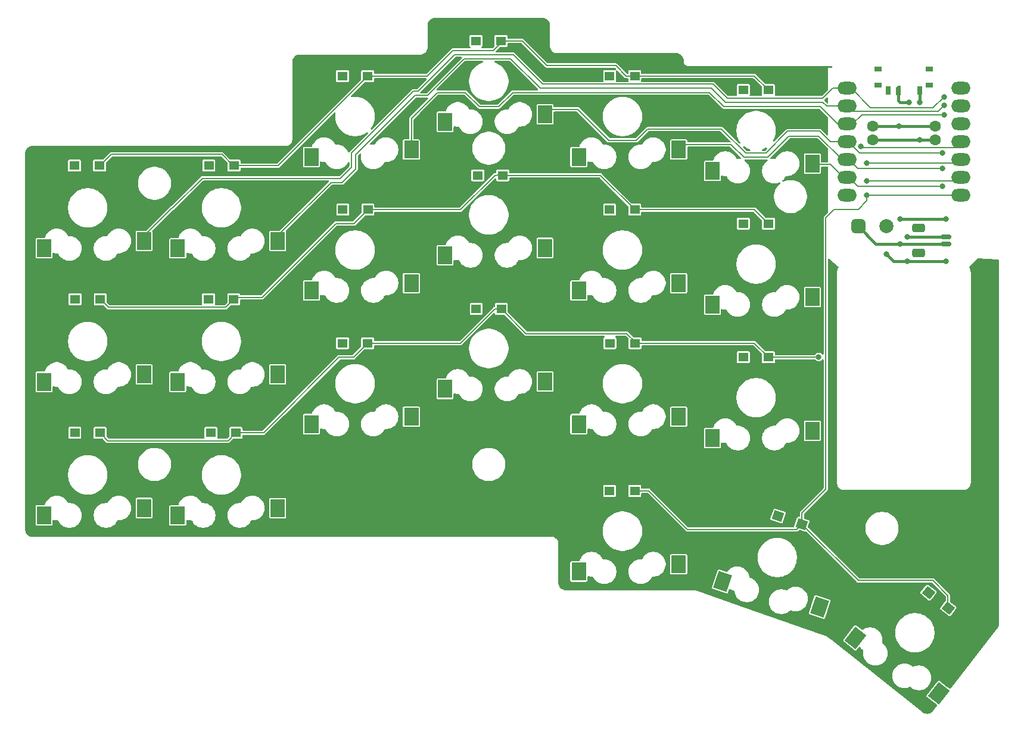
<source format=gtl>
G04 #@! TF.GenerationSoftware,KiCad,Pcbnew,8.0.2-1*
G04 #@! TF.CreationDate,2024-09-12T16:13:46+03:00*
G04 #@! TF.ProjectId,pcb,7063622e-6b69-4636-9164-5f7063625858,rev?*
G04 #@! TF.SameCoordinates,Original*
G04 #@! TF.FileFunction,Copper,L1,Top*
G04 #@! TF.FilePolarity,Positive*
%FSLAX46Y46*%
G04 Gerber Fmt 4.6, Leading zero omitted, Abs format (unit mm)*
G04 Created by KiCad (PCBNEW 8.0.2-1) date 2024-09-12 16:13:46*
%MOMM*%
%LPD*%
G01*
G04 APERTURE LIST*
G04 Aperture macros list*
%AMRoundRect*
0 Rectangle with rounded corners*
0 $1 Rounding radius*
0 $2 $3 $4 $5 $6 $7 $8 $9 X,Y pos of 4 corners*
0 Add a 4 corners polygon primitive as box body*
4,1,4,$2,$3,$4,$5,$6,$7,$8,$9,$2,$3,0*
0 Add four circle primitives for the rounded corners*
1,1,$1+$1,$2,$3*
1,1,$1+$1,$4,$5*
1,1,$1+$1,$6,$7*
1,1,$1+$1,$8,$9*
0 Add four rect primitives between the rounded corners*
20,1,$1+$1,$2,$3,$4,$5,0*
20,1,$1+$1,$4,$5,$6,$7,0*
20,1,$1+$1,$6,$7,$8,$9,0*
20,1,$1+$1,$8,$9,$2,$3,0*%
%AMRotRect*
0 Rectangle, with rotation*
0 The origin of the aperture is its center*
0 $1 length*
0 $2 width*
0 $3 Rotation angle, in degrees counterclockwise*
0 Add horizontal line*
21,1,$1,$2,0,0,$3*%
%AMOutline5P*
0 Free polygon, 5 corners , with rotation*
0 The origin of the aperture is its center*
0 number of corners: always 5*
0 $1 to $10 corner X, Y*
0 $11 Rotation angle, in degrees counterclockwise*
0 create outline with 5 corners*
4,1,5,$1,$2,$3,$4,$5,$6,$7,$8,$9,$10,$1,$2,$11*%
%AMOutline6P*
0 Free polygon, 6 corners , with rotation*
0 The origin of the aperture is its center*
0 number of corners: always 6*
0 $1 to $12 corner X, Y*
0 $13 Rotation angle, in degrees counterclockwise*
0 create outline with 6 corners*
4,1,6,$1,$2,$3,$4,$5,$6,$7,$8,$9,$10,$11,$12,$1,$2,$13*%
%AMOutline7P*
0 Free polygon, 7 corners , with rotation*
0 The origin of the aperture is its center*
0 number of corners: always 7*
0 $1 to $14 corner X, Y*
0 $15 Rotation angle, in degrees counterclockwise*
0 create outline with 7 corners*
4,1,7,$1,$2,$3,$4,$5,$6,$7,$8,$9,$10,$11,$12,$13,$14,$1,$2,$15*%
%AMOutline8P*
0 Free polygon, 8 corners , with rotation*
0 The origin of the aperture is its center*
0 number of corners: always 8*
0 $1 to $16 corner X, Y*
0 $17 Rotation angle, in degrees counterclockwise*
0 create outline with 8 corners*
4,1,8,$1,$2,$3,$4,$5,$6,$7,$8,$9,$10,$11,$12,$13,$14,$15,$16,$1,$2,$17*%
G04 Aperture macros list end*
G04 #@! TA.AperFunction,ComponentPad*
%ADD10C,2.000000*%
G04 #@! TD*
G04 #@! TA.AperFunction,ComponentPad*
%ADD11RoundRect,0.500000X-0.500000X0.500000X-0.500000X-0.500000X0.500000X-0.500000X0.500000X0.500000X0*%
G04 #@! TD*
G04 #@! TA.AperFunction,SMDPad,CuDef*
%ADD12R,1.000000X0.800000*%
G04 #@! TD*
G04 #@! TA.AperFunction,SMDPad,CuDef*
%ADD13R,0.700000X1.280000*%
G04 #@! TD*
G04 #@! TA.AperFunction,SMDPad,CuDef*
%ADD14Outline5P,-0.350000X0.640000X0.350000X0.640000X0.350000X-0.360000X0.070000X-0.640000X-0.350000X-0.640000X180.000000*%
G04 #@! TD*
G04 #@! TA.AperFunction,SMDPad,CuDef*
%ADD15RoundRect,0.150000X-0.625000X0.150000X-0.625000X-0.150000X0.625000X-0.150000X0.625000X0.150000X0*%
G04 #@! TD*
G04 #@! TA.AperFunction,SMDPad,CuDef*
%ADD16RoundRect,0.250000X-0.650000X0.350000X-0.650000X-0.350000X0.650000X-0.350000X0.650000X0.350000X0*%
G04 #@! TD*
G04 #@! TA.AperFunction,SMDPad,CuDef*
%ADD17RotRect,1.425000X1.300000X322.000000*%
G04 #@! TD*
G04 #@! TA.AperFunction,SMDPad,CuDef*
%ADD18RotRect,1.425000X1.300000X341.000000*%
G04 #@! TD*
G04 #@! TA.AperFunction,SMDPad,CuDef*
%ADD19R,1.425000X1.300000*%
G04 #@! TD*
G04 #@! TA.AperFunction,SMDPad,CuDef*
%ADD20R,2.000000X2.500000*%
G04 #@! TD*
G04 #@! TA.AperFunction,SMDPad,CuDef*
%ADD21O,2.750000X1.800000*%
G04 #@! TD*
G04 #@! TA.AperFunction,ComponentPad*
%ADD22C,1.600000*%
G04 #@! TD*
G04 #@! TA.AperFunction,SMDPad,CuDef*
%ADD23RotRect,2.000000X2.500000X322.000000*%
G04 #@! TD*
G04 #@! TA.AperFunction,SMDPad,CuDef*
%ADD24RotRect,2.000000X2.500000X341.000000*%
G04 #@! TD*
G04 #@! TA.AperFunction,ViaPad*
%ADD25C,0.800000*%
G04 #@! TD*
G04 #@! TA.AperFunction,Conductor*
%ADD26C,0.200000*%
G04 #@! TD*
G04 #@! TA.AperFunction,Conductor*
%ADD27C,0.400000*%
G04 #@! TD*
G04 APERTURE END LIST*
D10*
X198000000Y-78115970D03*
D11*
X194000000Y-78115970D03*
D12*
X204150000Y-55776046D03*
X204150000Y-57996046D03*
X196850000Y-55776046D03*
X196850000Y-57996046D03*
D13*
X202750000Y-58756046D03*
D14*
X199750000Y-58756046D03*
D13*
X198250000Y-58756046D03*
D15*
X206500000Y-79615970D03*
X206500000Y-80615970D03*
D16*
X202625000Y-78315970D03*
X202625000Y-81915970D03*
D17*
X206817138Y-132441960D03*
X204000000Y-130240970D03*
D18*
X186000000Y-120490970D03*
X182619772Y-119327064D03*
D19*
X181250000Y-96740970D03*
X177675000Y-96740970D03*
X162250000Y-115740970D03*
X158675000Y-115740970D03*
X105287500Y-69490970D03*
X101712500Y-69490970D03*
X105250000Y-88490970D03*
X101675000Y-88490970D03*
X162287500Y-94740970D03*
X158712500Y-94740970D03*
X181250000Y-58740970D03*
X177675000Y-58740970D03*
X86287500Y-88490970D03*
X82712500Y-88490970D03*
X181250000Y-77740970D03*
X177675000Y-77740970D03*
X143250000Y-51740970D03*
X139675000Y-51740970D03*
X143500000Y-70865970D03*
X139925000Y-70865970D03*
X162250000Y-56740970D03*
X158675000Y-56740970D03*
X124287500Y-56740970D03*
X120712500Y-56740970D03*
X86250000Y-107490970D03*
X82675000Y-107490970D03*
X162250000Y-75740970D03*
X158675000Y-75740970D03*
X124325000Y-75740970D03*
X120750000Y-75740970D03*
X124287500Y-94740970D03*
X120712500Y-94740970D03*
X105575000Y-107490970D03*
X102000000Y-107490970D03*
X86187500Y-69490970D03*
X82612500Y-69490970D03*
X143287500Y-89865970D03*
X139712500Y-89865970D03*
D20*
X78300000Y-81250000D03*
X92500000Y-80200000D03*
X116300000Y-68250000D03*
X130500000Y-67200000D03*
X116300000Y-87250000D03*
X130500000Y-86200000D03*
X97300000Y-81250000D03*
X111500000Y-80200000D03*
X78300000Y-100240970D03*
X92500000Y-99190970D03*
D21*
X192405040Y-58496046D03*
X192405040Y-61036046D03*
X192405040Y-63576046D03*
X192405040Y-66116046D03*
X192405040Y-68656046D03*
X192405040Y-71196046D03*
X192405040Y-73736046D03*
X208594960Y-73736046D03*
X208594960Y-71196046D03*
X208594960Y-68656046D03*
X208594960Y-66116046D03*
X208594960Y-63576046D03*
X208594960Y-61036046D03*
X208594960Y-58496046D03*
D22*
X196055000Y-65799046D03*
X204945000Y-65799046D03*
X196055000Y-63894046D03*
X204945000Y-63894046D03*
D20*
X187500000Y-69200000D03*
X173300000Y-70250000D03*
X154300000Y-106250000D03*
X168500000Y-105200000D03*
X154300000Y-87250000D03*
X168500000Y-86200000D03*
X111500000Y-99190970D03*
X97300000Y-100240970D03*
X149500000Y-62190970D03*
X135300000Y-63240970D03*
X168500000Y-126190970D03*
X154300000Y-127240970D03*
X135300000Y-101250000D03*
X149500000Y-100200000D03*
X97300000Y-119250000D03*
X111500000Y-118200000D03*
X78300000Y-119240970D03*
X92500000Y-118190970D03*
X135300000Y-82240970D03*
X149500000Y-81190970D03*
X173300000Y-89250000D03*
X187500000Y-88200000D03*
X116300000Y-106250000D03*
X130500000Y-105200000D03*
D23*
X193641417Y-136655921D03*
X205477615Y-144570902D03*
D24*
X174765768Y-128659179D03*
X188533978Y-132289453D03*
D20*
X187500000Y-107200000D03*
X173300000Y-108250000D03*
X154300000Y-68250000D03*
X168500000Y-67200000D03*
D25*
X188400000Y-96690970D03*
X173200000Y-70290970D03*
X168500000Y-104490970D03*
X149500000Y-61490970D03*
X168500000Y-66490970D03*
X168500000Y-85490970D03*
X177750000Y-77740970D03*
X181250000Y-77740970D03*
X162250000Y-75740970D03*
X158750000Y-75740970D03*
X181250000Y-58740970D03*
X177750000Y-58740970D03*
X162250000Y-56740970D03*
X158750000Y-56740970D03*
X154250000Y-68240970D03*
X154000000Y-87240970D03*
X173000000Y-89240970D03*
X187500000Y-68490970D03*
X187500000Y-87490970D03*
X206000000Y-143990970D03*
X187500000Y-106490970D03*
X173000000Y-108240970D03*
X177750000Y-96740970D03*
X181250000Y-96740970D03*
X162250000Y-115740970D03*
X158750000Y-115740970D03*
X182500000Y-119240970D03*
X186000000Y-120490970D03*
X204000000Y-130240970D03*
X206750000Y-132490970D03*
X193250000Y-136990970D03*
X189000000Y-131740970D03*
X174500000Y-129240970D03*
X154000000Y-127490970D03*
X168500000Y-125990970D03*
X135000000Y-63240970D03*
X135000000Y-82240970D03*
X149500000Y-80490970D03*
X143500000Y-70740970D03*
X140000000Y-70740970D03*
X139750000Y-51740970D03*
X143250000Y-51740970D03*
X154000000Y-106240970D03*
X149500000Y-99490970D03*
X135000000Y-101240970D03*
X139750000Y-89740970D03*
X143250000Y-89740970D03*
X158712500Y-94740970D03*
X162287500Y-94740970D03*
X130500000Y-66490970D03*
X130500000Y-104490970D03*
X130250000Y-85490970D03*
X124250000Y-56740970D03*
X120750000Y-56740970D03*
X124250000Y-75740970D03*
X120750000Y-75740970D03*
X124250000Y-94740970D03*
X120750000Y-94740970D03*
X116000000Y-67740970D03*
X116000000Y-86740970D03*
X116000000Y-105990970D03*
X101750000Y-69490970D03*
X105250000Y-69490970D03*
X82750000Y-69490970D03*
X86250000Y-69490970D03*
X101750000Y-88490970D03*
X105250000Y-88490970D03*
X82750000Y-88490970D03*
X86250000Y-88490970D03*
X97250000Y-81240970D03*
X97250000Y-100240970D03*
X111500000Y-98490970D03*
X111500000Y-79490970D03*
X111500000Y-117990970D03*
X97250000Y-119240970D03*
X78250000Y-100240970D03*
X78250000Y-119240970D03*
X92500000Y-117990970D03*
X92500000Y-98490970D03*
X92250000Y-79740970D03*
X82750000Y-107490970D03*
X86250000Y-107490970D03*
X105500000Y-107490970D03*
X102000000Y-107490970D03*
X194400000Y-66756046D03*
X195200000Y-71704046D03*
X195200000Y-73736046D03*
X201000000Y-83115970D03*
X201250000Y-60528046D03*
X198000000Y-82115970D03*
X206500000Y-83115970D03*
X201000000Y-79615970D03*
X200000000Y-77115970D03*
X206500000Y-77115970D03*
X200000000Y-80615970D03*
X199802000Y-63894046D03*
X202750000Y-60528046D03*
X202723000Y-65799046D03*
X206200000Y-59690970D03*
X206200000Y-60890970D03*
X206200000Y-62290970D03*
X206000000Y-67690970D03*
X206000000Y-69926046D03*
X206000000Y-72466046D03*
X195200000Y-69164046D03*
X78250000Y-81240970D03*
D26*
X186000000Y-120490970D02*
X194000000Y-128490970D01*
X194000000Y-128490970D02*
X204600000Y-128490970D01*
X204600000Y-128490970D02*
X206750000Y-130640970D01*
X206750000Y-130640970D02*
X206750000Y-132490970D01*
X86250000Y-69490970D02*
X87850000Y-67890970D01*
X87850000Y-67890970D02*
X103612500Y-67890970D01*
X103612500Y-67890970D02*
X105250000Y-69528470D01*
X105250000Y-69528470D02*
X105250000Y-69490970D01*
X96600000Y-75490970D02*
X100800000Y-71290970D01*
X100800000Y-71290970D02*
X120400000Y-71290970D01*
X96500000Y-75490970D02*
X96600000Y-75490970D01*
X92250000Y-79740970D02*
X96500000Y-75490970D01*
X122000000Y-69690970D02*
X122000000Y-67690970D01*
X190394924Y-58496046D02*
X191930040Y-58496046D01*
X136648528Y-53690970D02*
X144998781Y-53690970D01*
X122000000Y-67690970D02*
X130800000Y-58890970D01*
X130800000Y-58890970D02*
X131448528Y-58890970D01*
X131448528Y-58890970D02*
X136648528Y-53690970D01*
X144998781Y-53690970D02*
X149198781Y-57890970D01*
X120400000Y-71290970D02*
X122000000Y-69690970D01*
X149198781Y-57890970D02*
X173400000Y-57890970D01*
X173400000Y-57890970D02*
X175400000Y-59890970D01*
X175400000Y-59890970D02*
X189000000Y-59890970D01*
X189000000Y-59890970D02*
X190394924Y-58496046D01*
X206200000Y-62290970D02*
X194507558Y-62290970D01*
X194507558Y-62290970D02*
X193222482Y-63576046D01*
X193222482Y-63576046D02*
X191930040Y-63576046D01*
X206200000Y-60890970D02*
X205350000Y-61740970D01*
X205350000Y-61740970D02*
X192634964Y-61740970D01*
X192634964Y-61740970D02*
X191930040Y-61036046D01*
X195737076Y-61228046D02*
X193005076Y-58496046D01*
X193005076Y-58496046D02*
X191930040Y-58496046D01*
X206200000Y-59690970D02*
X204662924Y-61228046D01*
X204662924Y-61228046D02*
X195737076Y-61228046D01*
X206000000Y-72466046D02*
X193975076Y-72466046D01*
X193975076Y-72466046D02*
X192705076Y-71196046D01*
X192705076Y-71196046D02*
X191930040Y-71196046D01*
X206000000Y-69926046D02*
X193935076Y-69926046D01*
X193935076Y-69926046D02*
X192665076Y-68656046D01*
X192665076Y-68656046D02*
X191930040Y-68656046D01*
X206000000Y-67690970D02*
X194200000Y-67690970D01*
X194200000Y-67690970D02*
X192625076Y-66116046D01*
X192625076Y-66116046D02*
X191930040Y-66116046D01*
X208286960Y-66899046D02*
X209069960Y-66116046D01*
X194400000Y-66756046D02*
X194543000Y-66899046D01*
X194543000Y-66899046D02*
X208286960Y-66899046D01*
X195200000Y-73736046D02*
X195200000Y-74490970D01*
X195200000Y-74490970D02*
X194000000Y-75690970D01*
X186000000Y-118890970D02*
X186000000Y-120490970D01*
X194000000Y-75690970D02*
X190600000Y-75690970D01*
X190600000Y-75690970D02*
X189400000Y-76890970D01*
X189400000Y-76890970D02*
X189400000Y-115490970D01*
X189400000Y-115490970D02*
X186000000Y-118890970D01*
X209069960Y-73736046D02*
X195200000Y-73736046D01*
X208561960Y-71704046D02*
X209069960Y-71196046D01*
X195200000Y-71704046D02*
X208561960Y-71704046D01*
X195200000Y-69164046D02*
X208561960Y-69164046D01*
X208561960Y-69164046D02*
X209069960Y-68656046D01*
X188400000Y-96690970D02*
X188350000Y-96740970D01*
X188350000Y-96740970D02*
X181250000Y-96740970D01*
X187500000Y-68490970D02*
X188325000Y-69315970D01*
X188325000Y-69315970D02*
X190049964Y-69315970D01*
X149500000Y-61490970D02*
X154200000Y-61490970D01*
X154200000Y-61490970D02*
X158600000Y-65890970D01*
X178000000Y-67690970D02*
X180900000Y-67690970D01*
X158600000Y-65890970D02*
X162500000Y-65890970D01*
X184000000Y-64590970D02*
X188548528Y-64590970D01*
X162500000Y-65890970D02*
X164100000Y-64290970D01*
X164100000Y-64290970D02*
X174600000Y-64290970D01*
X188548528Y-64590970D02*
X190073604Y-66116046D01*
X174600000Y-64290970D02*
X178000000Y-67690970D01*
X180900000Y-67690970D02*
X184000000Y-64590970D01*
X190073604Y-66116046D02*
X191930040Y-66116046D01*
X168500000Y-66490970D02*
X175951472Y-66490970D01*
X184148528Y-65290970D02*
X188400000Y-65290970D01*
X175951472Y-66490970D02*
X177751472Y-68290970D01*
X188400000Y-65290970D02*
X191765076Y-68656046D01*
X191765076Y-68656046D02*
X191930040Y-68656046D01*
X177751472Y-68290970D02*
X181148528Y-68290970D01*
X181148528Y-68290970D02*
X184148528Y-65290970D01*
X130500000Y-66490970D02*
X130500000Y-62790970D01*
X191085076Y-63576046D02*
X191930040Y-63576046D01*
X130500000Y-62790970D02*
X134200000Y-59090970D01*
X134200000Y-59090970D02*
X138200000Y-59090970D01*
X138200000Y-59090970D02*
X140200000Y-61090970D01*
X140200000Y-61090970D02*
X142900609Y-61090970D01*
X142900609Y-61090970D02*
X144900609Y-59090970D01*
X144900609Y-59090970D02*
X172902944Y-59090970D01*
X188600000Y-61090970D02*
X191085076Y-63576046D01*
X172902944Y-59090970D02*
X174902944Y-61090970D01*
X174902944Y-61090970D02*
X188600000Y-61090970D01*
X124250000Y-56740970D02*
X132750000Y-56740970D01*
X142150000Y-53090970D02*
X143250000Y-51990970D01*
X143250000Y-51990970D02*
X143250000Y-51740970D01*
X132750000Y-56740970D02*
X136400000Y-53090970D01*
X136400000Y-53090970D02*
X142150000Y-53090970D01*
X206750000Y-132490970D02*
X206817138Y-132441960D01*
X162250000Y-115740970D02*
X164250000Y-115740970D01*
X169750000Y-121240970D02*
X185250000Y-121240970D01*
X185250000Y-121240970D02*
X186000000Y-120490970D01*
X164250000Y-115740970D02*
X169750000Y-121240970D01*
X162250000Y-56740970D02*
X179250000Y-56740970D01*
X179250000Y-56740970D02*
X181250000Y-58740970D01*
X146250000Y-51740970D02*
X149750000Y-55240970D01*
X149750000Y-55240970D02*
X159537500Y-55240970D01*
X143250000Y-51740970D02*
X146250000Y-51740970D01*
X159537500Y-55240970D02*
X161037500Y-56740970D01*
X161037500Y-56740970D02*
X162250000Y-56740970D01*
X162250000Y-75740970D02*
X179250000Y-75740970D01*
X179250000Y-75740970D02*
X181250000Y-77740970D01*
X143500000Y-70865970D02*
X157375000Y-70865970D01*
X157375000Y-70865970D02*
X162250000Y-75740970D01*
X162287500Y-94740970D02*
X179250000Y-94740970D01*
X179250000Y-94740970D02*
X181250000Y-96740970D01*
X162287500Y-94740970D02*
X162287500Y-94540970D01*
X161137500Y-93390970D02*
X146812500Y-93390970D01*
X162287500Y-94540970D02*
X161137500Y-93390970D01*
X146812500Y-93390970D02*
X143287500Y-89865970D01*
X143500000Y-70740970D02*
X143500000Y-70865970D01*
X124250000Y-75740970D02*
X137500000Y-75740970D01*
X137500000Y-75740970D02*
X142375000Y-70865970D01*
X142375000Y-70865970D02*
X143500000Y-70740970D01*
X143250000Y-89740970D02*
X143287500Y-89865970D01*
X124287500Y-94740970D02*
X137500000Y-94740970D01*
X137500000Y-94740970D02*
X142375000Y-89865970D01*
X142375000Y-89865970D02*
X143250000Y-89740970D01*
X124287500Y-56740970D02*
X124287500Y-56740970D01*
X124250000Y-56740970D02*
X124287500Y-56740970D01*
X124250000Y-56778470D02*
X124250000Y-56740970D01*
X124325000Y-75740970D02*
X124325000Y-75740970D01*
X124250000Y-75740970D02*
X124325000Y-75740970D01*
X124250000Y-75815970D02*
X124250000Y-75740970D01*
X124287500Y-94740970D02*
X124287500Y-94740970D01*
X124250000Y-94740970D02*
X124287500Y-94740970D01*
X124250000Y-94778470D02*
X124250000Y-94740970D01*
X105500000Y-107490970D02*
X109500000Y-107490970D01*
X109500000Y-107490970D02*
X120250000Y-96740970D01*
X120250000Y-96740970D02*
X122287500Y-96740970D01*
X122287500Y-96740970D02*
X124250000Y-94778470D01*
X105250000Y-88490970D02*
X105500000Y-88240970D01*
X105500000Y-88240970D02*
X109250000Y-88240970D01*
X119750000Y-77740970D02*
X122325000Y-77740970D01*
X109250000Y-88240970D02*
X119750000Y-77740970D01*
X122325000Y-77740970D02*
X124250000Y-75815970D01*
X105250000Y-69490970D02*
X111537500Y-69490970D01*
X111537500Y-69490970D02*
X124250000Y-56778470D01*
X105287500Y-69490970D02*
X105287500Y-69490970D01*
X105250000Y-69490970D02*
X105287500Y-69490970D01*
X86250000Y-88453470D02*
X87437500Y-89640970D01*
X86250000Y-88490970D02*
X86250000Y-88453470D01*
X86287500Y-88490970D02*
X86250000Y-88490970D01*
X86250000Y-107490970D02*
X87400000Y-108640970D01*
X87400000Y-108640970D02*
X104425000Y-108640970D01*
X104425000Y-108640970D02*
X105575000Y-107490970D01*
X86287500Y-88490970D02*
X86287500Y-88490970D01*
X104100000Y-89640970D02*
X105250000Y-88490970D01*
X87437500Y-89640970D02*
X104100000Y-89640970D01*
X86187500Y-69490970D02*
X86250000Y-69490970D01*
D27*
X199738000Y-60274046D02*
X199750000Y-60262046D01*
X206500000Y-79615970D02*
X201000000Y-79615970D01*
X199992000Y-60528046D02*
X199738000Y-60274046D01*
X199000000Y-83115970D02*
X198000000Y-82115970D01*
X199750000Y-60262046D02*
X199750000Y-58756046D01*
X206500000Y-83115970D02*
X201000000Y-83115970D01*
X201250000Y-60528046D02*
X199992000Y-60528046D01*
X199000000Y-83115970D02*
X201000000Y-83115970D01*
X199802000Y-63894046D02*
X196055000Y-63894046D01*
X206500000Y-80615970D02*
X200000000Y-80615970D01*
X206500000Y-77115970D02*
X200000000Y-77115970D01*
X194000000Y-78115970D02*
X196500000Y-80615970D01*
X196500000Y-80615970D02*
X200000000Y-80615970D01*
X199802000Y-63894046D02*
X204945000Y-63894046D01*
X202723000Y-65799046D02*
X196055000Y-65799046D01*
X202750000Y-58756046D02*
X202750000Y-60528046D01*
X202723000Y-65799046D02*
X204945000Y-65799046D01*
D26*
X191930040Y-71196046D02*
X190049964Y-69315970D01*
X111500000Y-79490970D02*
X119100000Y-71890970D01*
X138000000Y-54290970D02*
X144600000Y-54290970D01*
X120648528Y-71890970D02*
X122600000Y-69939498D01*
X189545076Y-61036046D02*
X191930040Y-61036046D01*
X144600000Y-54290970D02*
X148800000Y-58490970D01*
X132800000Y-59490970D02*
X138000000Y-54290970D01*
X122600000Y-69939498D02*
X122600000Y-67939498D01*
X122600000Y-67939498D02*
X131048528Y-59490970D01*
X131048528Y-59490970D02*
X132800000Y-59490970D01*
X148800000Y-58490970D02*
X173151472Y-58490970D01*
X173151472Y-58490970D02*
X175151472Y-60490970D01*
X119100000Y-71890970D02*
X120648528Y-71890970D01*
X189000000Y-60490970D02*
X189545076Y-61036046D01*
X175151472Y-60490970D02*
X189000000Y-60490970D01*
G04 #@! TA.AperFunction,NonConductor*
G36*
X159762632Y-55897321D02*
G01*
X159788953Y-55917394D01*
X160797040Y-56925481D01*
X160852989Y-56981430D01*
X160852991Y-56981431D01*
X160852995Y-56981434D01*
X160921504Y-57020987D01*
X160921511Y-57020991D01*
X160997938Y-57041470D01*
X161213000Y-57041470D01*
X161280039Y-57061155D01*
X161325794Y-57113959D01*
X161337000Y-57165470D01*
X161337000Y-57410722D01*
X161343277Y-57442279D01*
X161337050Y-57511871D01*
X161294186Y-57567048D01*
X161228296Y-57590292D01*
X161221660Y-57590470D01*
X159703340Y-57590470D01*
X159636301Y-57570785D01*
X159590546Y-57517981D01*
X159580602Y-57448823D01*
X159581723Y-57442279D01*
X159587999Y-57410722D01*
X159588000Y-57410720D01*
X159588000Y-56071219D01*
X159579655Y-56029267D01*
X159585882Y-55959675D01*
X159628745Y-55904498D01*
X159694635Y-55881253D01*
X159762632Y-55897321D01*
G37*
G04 #@! TD.AperFunction*
G04 #@! TA.AperFunction,NonConductor*
G36*
X146141206Y-52061155D02*
G01*
X146161848Y-52077789D01*
X149509540Y-55425481D01*
X149565489Y-55481430D01*
X149565491Y-55481431D01*
X149565495Y-55481434D01*
X149634004Y-55520987D01*
X149634011Y-55520991D01*
X149710438Y-55541470D01*
X159361667Y-55541470D01*
X159428706Y-55561155D01*
X159449348Y-55577789D01*
X159561075Y-55689516D01*
X159594560Y-55750839D01*
X159589576Y-55820531D01*
X159547704Y-55876464D01*
X159482240Y-55900881D01*
X159449204Y-55898815D01*
X159407248Y-55890470D01*
X157942752Y-55890470D01*
X157942747Y-55890470D01*
X157884270Y-55902101D01*
X157884269Y-55902102D01*
X157817947Y-55946417D01*
X157773632Y-56012739D01*
X157773631Y-56012740D01*
X157762000Y-56071217D01*
X157762000Y-57410722D01*
X157768277Y-57442279D01*
X157762050Y-57511871D01*
X157719186Y-57567048D01*
X157653296Y-57590292D01*
X157646660Y-57590470D01*
X149374614Y-57590470D01*
X149307575Y-57570785D01*
X149286933Y-57554151D01*
X145183293Y-53450511D01*
X145183285Y-53450505D01*
X145114776Y-53410952D01*
X145114771Y-53410949D01*
X145089294Y-53404122D01*
X145038343Y-53390470D01*
X145038341Y-53390470D01*
X142574833Y-53390470D01*
X142507794Y-53370785D01*
X142462039Y-53317981D01*
X142452095Y-53248823D01*
X142481120Y-53185267D01*
X142487152Y-53178789D01*
X143038152Y-52627789D01*
X143099475Y-52594304D01*
X143125833Y-52591470D01*
X143982250Y-52591470D01*
X143982251Y-52591469D01*
X143997068Y-52588522D01*
X144040729Y-52579838D01*
X144040729Y-52579837D01*
X144040731Y-52579837D01*
X144107052Y-52535522D01*
X144151367Y-52469201D01*
X144151367Y-52469199D01*
X144151368Y-52469199D01*
X144162999Y-52410722D01*
X144163000Y-52410720D01*
X144163000Y-52165470D01*
X144182685Y-52098431D01*
X144235489Y-52052676D01*
X144287000Y-52041470D01*
X146074167Y-52041470D01*
X146141206Y-52061155D01*
G37*
G04 #@! TD.AperFunction*
G04 #@! TA.AperFunction,NonConductor*
G36*
X137642206Y-54011155D02*
G01*
X137687961Y-54063959D01*
X137697905Y-54133117D01*
X137668880Y-54196673D01*
X137662848Y-54203151D01*
X132711848Y-59154151D01*
X132650525Y-59187636D01*
X132624167Y-59190470D01*
X131873361Y-59190470D01*
X131806322Y-59170785D01*
X131760567Y-59117981D01*
X131750623Y-59048823D01*
X131779648Y-58985267D01*
X131785680Y-58978789D01*
X136736680Y-54027789D01*
X136798003Y-53994304D01*
X136824361Y-53991470D01*
X137575167Y-53991470D01*
X137642206Y-54011155D01*
G37*
G04 #@! TD.AperFunction*
G04 #@! TA.AperFunction,NonConductor*
G36*
X179141206Y-57061155D02*
G01*
X179161848Y-57077789D01*
X180300681Y-58216622D01*
X180334166Y-58277945D01*
X180337000Y-58304303D01*
X180337000Y-59410722D01*
X180343277Y-59442279D01*
X180337050Y-59511871D01*
X180294186Y-59567048D01*
X180228296Y-59590292D01*
X180221660Y-59590470D01*
X178703340Y-59590470D01*
X178636301Y-59570785D01*
X178590546Y-59517981D01*
X178580602Y-59448823D01*
X178581723Y-59442279D01*
X178587999Y-59410722D01*
X178588000Y-59410720D01*
X178588000Y-58071219D01*
X178587999Y-58071217D01*
X178576368Y-58012740D01*
X178576367Y-58012739D01*
X178532052Y-57946417D01*
X178465730Y-57902102D01*
X178465729Y-57902101D01*
X178407252Y-57890470D01*
X178407248Y-57890470D01*
X176942752Y-57890470D01*
X176942747Y-57890470D01*
X176884270Y-57902101D01*
X176884269Y-57902102D01*
X176817947Y-57946417D01*
X176773632Y-58012739D01*
X176773631Y-58012740D01*
X176762000Y-58071217D01*
X176762000Y-59410722D01*
X176768277Y-59442279D01*
X176762050Y-59511871D01*
X176719186Y-59567048D01*
X176653296Y-59590292D01*
X176646660Y-59590470D01*
X175575833Y-59590470D01*
X175508794Y-59570785D01*
X175488152Y-59554151D01*
X173584511Y-57650510D01*
X173580584Y-57648243D01*
X173515989Y-57610949D01*
X173439562Y-57590470D01*
X173439560Y-57590470D01*
X163278340Y-57590470D01*
X163211301Y-57570785D01*
X163165546Y-57517981D01*
X163155602Y-57448823D01*
X163156723Y-57442279D01*
X163162999Y-57410722D01*
X163163000Y-57410720D01*
X163163000Y-57165470D01*
X163182685Y-57098431D01*
X163235489Y-57052676D01*
X163287000Y-57041470D01*
X179074167Y-57041470D01*
X179141206Y-57061155D01*
G37*
G04 #@! TD.AperFunction*
G04 #@! TA.AperFunction,NonConductor*
G36*
X189669334Y-59749121D02*
G01*
X189725267Y-59790993D01*
X189749684Y-59856457D01*
X189750000Y-59865303D01*
X189750000Y-60516637D01*
X189730315Y-60583676D01*
X189677511Y-60629431D01*
X189608353Y-60639375D01*
X189544797Y-60610350D01*
X189538319Y-60604318D01*
X189212652Y-60278651D01*
X189179167Y-60217328D01*
X189184151Y-60147636D01*
X189212652Y-60103289D01*
X189538319Y-59777622D01*
X189599642Y-59744137D01*
X189669334Y-59749121D01*
G37*
G04 #@! TD.AperFunction*
G04 #@! TA.AperFunction,NonConductor*
G36*
X140644327Y-54611155D02*
G01*
X140690082Y-54663959D01*
X140700026Y-54733117D01*
X140671001Y-54796673D01*
X140618242Y-54832512D01*
X140426604Y-54899568D01*
X140143213Y-55036042D01*
X139876878Y-55203392D01*
X139630956Y-55399508D01*
X139408538Y-55621926D01*
X139212422Y-55867848D01*
X139045072Y-56134183D01*
X138908598Y-56417574D01*
X138804711Y-56714468D01*
X138804710Y-56714470D01*
X138734718Y-57021126D01*
X138734716Y-57021142D01*
X138699500Y-57333692D01*
X138699500Y-57648244D01*
X138734716Y-57960797D01*
X138734718Y-57960813D01*
X138804710Y-58267469D01*
X138804711Y-58267471D01*
X138908598Y-58564365D01*
X139045072Y-58847756D01*
X139046803Y-58850511D01*
X139212423Y-59114093D01*
X139408539Y-59360014D01*
X139630956Y-59582431D01*
X139876877Y-59778547D01*
X140143211Y-59945896D01*
X140426606Y-60082372D01*
X140723500Y-60186259D01*
X141030160Y-60256252D01*
X141342723Y-60291469D01*
X141342724Y-60291470D01*
X141342727Y-60291470D01*
X141657276Y-60291470D01*
X141657276Y-60291469D01*
X141969840Y-60256252D01*
X142276500Y-60186259D01*
X142573394Y-60082372D01*
X142856789Y-59945896D01*
X143123123Y-59778547D01*
X143369044Y-59582431D01*
X143591461Y-59360014D01*
X143787577Y-59114093D01*
X143954926Y-58847759D01*
X144091402Y-58564364D01*
X144195289Y-58267470D01*
X144265282Y-57960810D01*
X144300500Y-57648243D01*
X144300500Y-57333697D01*
X144265282Y-57021130D01*
X144195289Y-56714470D01*
X144091402Y-56417576D01*
X143954926Y-56134181D01*
X143787577Y-55867847D01*
X143591461Y-55621926D01*
X143369044Y-55399509D01*
X143123123Y-55203393D01*
X142856789Y-55036044D01*
X142856786Y-55036042D01*
X142573395Y-54899568D01*
X142381758Y-54832512D01*
X142324982Y-54791790D01*
X142299234Y-54726837D01*
X142312690Y-54658276D01*
X142361077Y-54607873D01*
X142422712Y-54591470D01*
X144424167Y-54591470D01*
X144491206Y-54611155D01*
X144511848Y-54627789D01*
X148462848Y-58578789D01*
X148496333Y-58640112D01*
X148491349Y-58709804D01*
X148449477Y-58765737D01*
X148384013Y-58790154D01*
X148375167Y-58790470D01*
X144861047Y-58790470D01*
X144793648Y-58808529D01*
X144784616Y-58810950D01*
X144720864Y-58847758D01*
X144716101Y-58850507D01*
X144716096Y-58850511D01*
X142812457Y-60754151D01*
X142751134Y-60787636D01*
X142724776Y-60790470D01*
X140375833Y-60790470D01*
X140308794Y-60770785D01*
X140288152Y-60754151D01*
X138384512Y-58850511D01*
X138384507Y-58850507D01*
X138379746Y-58847758D01*
X138379744Y-58847758D01*
X138344100Y-58827179D01*
X138315990Y-58810949D01*
X138290513Y-58804122D01*
X138239562Y-58790470D01*
X134224833Y-58790470D01*
X134157794Y-58770785D01*
X134112039Y-58717981D01*
X134102095Y-58648823D01*
X134131120Y-58585267D01*
X134137152Y-58578789D01*
X138088152Y-54627789D01*
X138149475Y-54594304D01*
X138175833Y-54591470D01*
X140577288Y-54591470D01*
X140644327Y-54611155D01*
G37*
G04 #@! TD.AperFunction*
G04 #@! TA.AperFunction,NonConductor*
G36*
X132640733Y-57061155D02*
G01*
X132686488Y-57113959D01*
X132696432Y-57183117D01*
X132667407Y-57246673D01*
X132661375Y-57253151D01*
X131360376Y-58554151D01*
X131299053Y-58587636D01*
X131272695Y-58590470D01*
X130760438Y-58590470D01*
X130722224Y-58600709D01*
X130684009Y-58610949D01*
X130684004Y-58610952D01*
X130615495Y-58650505D01*
X130615487Y-58650511D01*
X124949850Y-64316148D01*
X124888527Y-64349633D01*
X124818835Y-64344649D01*
X124762902Y-64302777D01*
X124738485Y-64237313D01*
X124753337Y-64169040D01*
X124765219Y-64151158D01*
X124787577Y-64123123D01*
X124954926Y-63856789D01*
X125091402Y-63573394D01*
X125195289Y-63276500D01*
X125265282Y-62969840D01*
X125300500Y-62657273D01*
X125300500Y-62342727D01*
X125265282Y-62030160D01*
X125195289Y-61723500D01*
X125091402Y-61426606D01*
X124954926Y-61143211D01*
X124787577Y-60876877D01*
X124591461Y-60630956D01*
X124369044Y-60408539D01*
X124123123Y-60212423D01*
X123856789Y-60045074D01*
X123856786Y-60045072D01*
X123573395Y-59908598D01*
X123276501Y-59804711D01*
X123276499Y-59804710D01*
X122969843Y-59734718D01*
X122969827Y-59734716D01*
X122657277Y-59699500D01*
X122657273Y-59699500D01*
X122342727Y-59699500D01*
X122342720Y-59699500D01*
X122031318Y-59734586D01*
X121962496Y-59722531D01*
X121911117Y-59675182D01*
X121893493Y-59607572D01*
X121915220Y-59541166D01*
X121929748Y-59523691D01*
X123825652Y-57627789D01*
X123886975Y-57594304D01*
X123913333Y-57591470D01*
X125019750Y-57591470D01*
X125019751Y-57591469D01*
X125034568Y-57588522D01*
X125078229Y-57579838D01*
X125078229Y-57579837D01*
X125078231Y-57579837D01*
X125144552Y-57535522D01*
X125188867Y-57469201D01*
X125188867Y-57469199D01*
X125188868Y-57469199D01*
X125200499Y-57410722D01*
X125200500Y-57410720D01*
X125200500Y-57165470D01*
X125220185Y-57098431D01*
X125272989Y-57052676D01*
X125324500Y-57041470D01*
X132573694Y-57041470D01*
X132640733Y-57061155D01*
G37*
G04 #@! TD.AperFunction*
G04 #@! TA.AperFunction,NonConductor*
G36*
X181012265Y-66942840D02*
G01*
X181057480Y-66996106D01*
X181066720Y-67065362D01*
X181037050Y-67128620D01*
X181031849Y-67134149D01*
X180811848Y-67354151D01*
X180750525Y-67387636D01*
X180724167Y-67390470D01*
X180448519Y-67390470D01*
X180381480Y-67370785D01*
X180335725Y-67317981D01*
X180325781Y-67248823D01*
X180354806Y-67185267D01*
X180407565Y-67149428D01*
X180467030Y-67128620D01*
X180573394Y-67091402D01*
X180856789Y-66954926D01*
X180878195Y-66941475D01*
X180945429Y-66922474D01*
X181012265Y-66942840D01*
G37*
G04 #@! TD.AperFunction*
G04 #@! TA.AperFunction,NonConductor*
G36*
X177830959Y-66753337D02*
G01*
X177848843Y-66765221D01*
X177876877Y-66787577D01*
X178135133Y-66949850D01*
X178143213Y-66954927D01*
X178195801Y-66980252D01*
X178426606Y-67091402D01*
X178432142Y-67093339D01*
X178592435Y-67149428D01*
X178649212Y-67190150D01*
X178674959Y-67255103D01*
X178661503Y-67323664D01*
X178613116Y-67374067D01*
X178551481Y-67390470D01*
X178175833Y-67390470D01*
X178108794Y-67370785D01*
X178088152Y-67354151D01*
X177683851Y-66949850D01*
X177650366Y-66888527D01*
X177655350Y-66818835D01*
X177697222Y-66762902D01*
X177762686Y-66738485D01*
X177830959Y-66753337D01*
G37*
G04 #@! TD.AperFunction*
G04 #@! TA.AperFunction,NonConductor*
G36*
X149201398Y-48491002D02*
G01*
X149287494Y-48492972D01*
X149308841Y-48495322D01*
X149479046Y-48529180D01*
X149502303Y-48536234D01*
X149661325Y-48602107D01*
X149682748Y-48613558D01*
X149825858Y-48709188D01*
X149844641Y-48724604D01*
X149905491Y-48785458D01*
X149966338Y-48846309D01*
X149981759Y-48865101D01*
X150077368Y-49008203D01*
X150088827Y-49029642D01*
X150154684Y-49188659D01*
X150161739Y-49211922D01*
X150195593Y-49382169D01*
X150197940Y-49403436D01*
X150199966Y-49489524D01*
X150200000Y-49492441D01*
X150200000Y-52490970D01*
X150201018Y-52535521D01*
X150202246Y-52589245D01*
X150240583Y-52782005D01*
X150240585Y-52782011D01*
X150315795Y-52963595D01*
X150315797Y-52963598D01*
X150424983Y-53127012D01*
X150424983Y-53127013D01*
X150424986Y-53127016D01*
X150563961Y-53265995D01*
X150727379Y-53375191D01*
X150908961Y-53450406D01*
X150908965Y-53450406D01*
X150908966Y-53450407D01*
X151101722Y-53488750D01*
X151101723Y-53488750D01*
X151101728Y-53488751D01*
X151134485Y-53489490D01*
X151199982Y-53490970D01*
X151200000Y-53490970D01*
X168198473Y-53490970D01*
X168201509Y-53491007D01*
X168207262Y-53491147D01*
X168287584Y-53493115D01*
X168308729Y-53495460D01*
X168479013Y-53529331D01*
X168502262Y-53536383D01*
X168661267Y-53602243D01*
X168682694Y-53613697D01*
X168825781Y-53709302D01*
X168844572Y-53724723D01*
X168966257Y-53846405D01*
X168981678Y-53865194D01*
X169077287Y-54008277D01*
X169088746Y-54029715D01*
X169154602Y-54188695D01*
X169161659Y-54211955D01*
X169195532Y-54382220D01*
X169197879Y-54403412D01*
X169199964Y-54489483D01*
X169200000Y-54492486D01*
X169200000Y-54690970D01*
X169201250Y-54733117D01*
X169202333Y-54769657D01*
X169202333Y-54769658D01*
X169243057Y-54921667D01*
X169243058Y-54921670D01*
X169321738Y-55057958D01*
X169321740Y-55057960D01*
X169433016Y-55169242D01*
X169569304Y-55247931D01*
X169721314Y-55288663D01*
X169800000Y-55290970D01*
X190209010Y-55290970D01*
X190276049Y-55310655D01*
X190321804Y-55363459D01*
X190332982Y-55417627D01*
X190331330Y-55494703D01*
X190310213Y-55561305D01*
X190256441Y-55605918D01*
X190207358Y-55616046D01*
X189750000Y-55616046D01*
X189750000Y-58664637D01*
X189730315Y-58731676D01*
X189713681Y-58752318D01*
X188911848Y-59554151D01*
X188850525Y-59587636D01*
X188824167Y-59590470D01*
X182278340Y-59590470D01*
X182211301Y-59570785D01*
X182165546Y-59517981D01*
X182155602Y-59448823D01*
X182156723Y-59442279D01*
X182162999Y-59410722D01*
X182163000Y-59410720D01*
X182163000Y-58071219D01*
X182162999Y-58071217D01*
X182151368Y-58012740D01*
X182151367Y-58012739D01*
X182107052Y-57946417D01*
X182040730Y-57902102D01*
X182040729Y-57902101D01*
X181982252Y-57890470D01*
X181982248Y-57890470D01*
X180875833Y-57890470D01*
X180808794Y-57870785D01*
X180788152Y-57854151D01*
X179434512Y-56500511D01*
X179434504Y-56500505D01*
X179395470Y-56477969D01*
X179395466Y-56477968D01*
X179385181Y-56472029D01*
X179365990Y-56460949D01*
X179365991Y-56460949D01*
X179327775Y-56450709D01*
X179289562Y-56440470D01*
X179289560Y-56440470D01*
X163287000Y-56440470D01*
X163219961Y-56420785D01*
X163174206Y-56367981D01*
X163163000Y-56316470D01*
X163163000Y-56071219D01*
X163162999Y-56071217D01*
X163151368Y-56012740D01*
X163151367Y-56012739D01*
X163107052Y-55946417D01*
X163040730Y-55902102D01*
X163040729Y-55902101D01*
X162982252Y-55890470D01*
X162982248Y-55890470D01*
X161517752Y-55890470D01*
X161517747Y-55890470D01*
X161459270Y-55902101D01*
X161459269Y-55902102D01*
X161392947Y-55946417D01*
X161348632Y-56012739D01*
X161348631Y-56012740D01*
X161337000Y-56071217D01*
X161337000Y-56316137D01*
X161317315Y-56383176D01*
X161264511Y-56428931D01*
X161195353Y-56438875D01*
X161131797Y-56409850D01*
X161125319Y-56403818D01*
X159722012Y-55000511D01*
X159722004Y-55000505D01*
X159653495Y-54960952D01*
X159653490Y-54960949D01*
X159628013Y-54954122D01*
X159577062Y-54940470D01*
X159577060Y-54940470D01*
X149925833Y-54940470D01*
X149858794Y-54920785D01*
X149838152Y-54904151D01*
X146434511Y-51500510D01*
X146424806Y-51494907D01*
X146391922Y-51475921D01*
X146365990Y-51460949D01*
X146340513Y-51454122D01*
X146289562Y-51440470D01*
X146289560Y-51440470D01*
X144287000Y-51440470D01*
X144219961Y-51420785D01*
X144174206Y-51367981D01*
X144163000Y-51316470D01*
X144163000Y-51071219D01*
X144162999Y-51071217D01*
X144151368Y-51012740D01*
X144151367Y-51012739D01*
X144107052Y-50946417D01*
X144040730Y-50902102D01*
X144040729Y-50902101D01*
X143982252Y-50890470D01*
X143982248Y-50890470D01*
X142517752Y-50890470D01*
X142517747Y-50890470D01*
X142459270Y-50902101D01*
X142459269Y-50902102D01*
X142392947Y-50946417D01*
X142348632Y-51012739D01*
X142348631Y-51012740D01*
X142337000Y-51071217D01*
X142337000Y-52410719D01*
X142337374Y-52414520D01*
X142337000Y-52416491D01*
X142337000Y-52416809D01*
X142336940Y-52416809D01*
X142324350Y-52483165D01*
X142301651Y-52514346D01*
X142061846Y-52754152D01*
X142000526Y-52787636D01*
X141974167Y-52790470D01*
X140559270Y-52790470D01*
X140492231Y-52770785D01*
X140446476Y-52717981D01*
X140436532Y-52648823D01*
X140465557Y-52585267D01*
X140490378Y-52563368D01*
X140532053Y-52535521D01*
X140567036Y-52483165D01*
X140576367Y-52469201D01*
X140576367Y-52469199D01*
X140576368Y-52469199D01*
X140587999Y-52410722D01*
X140588000Y-52410720D01*
X140588000Y-51071219D01*
X140587999Y-51071217D01*
X140576368Y-51012740D01*
X140576367Y-51012739D01*
X140532052Y-50946417D01*
X140465730Y-50902102D01*
X140465729Y-50902101D01*
X140407252Y-50890470D01*
X140407248Y-50890470D01*
X138942752Y-50890470D01*
X138942747Y-50890470D01*
X138884270Y-50902101D01*
X138884269Y-50902102D01*
X138817947Y-50946417D01*
X138773632Y-51012739D01*
X138773631Y-51012740D01*
X138762000Y-51071217D01*
X138762000Y-52410722D01*
X138773631Y-52469199D01*
X138773632Y-52469200D01*
X138817946Y-52535521D01*
X138859622Y-52563368D01*
X138904426Y-52616981D01*
X138913133Y-52686306D01*
X138882978Y-52749333D01*
X138823535Y-52786052D01*
X138790730Y-52790470D01*
X136360438Y-52790470D01*
X136284010Y-52810948D01*
X136215489Y-52850510D01*
X136215486Y-52850512D01*
X132661848Y-56404151D01*
X132600525Y-56437636D01*
X132574167Y-56440470D01*
X125324500Y-56440470D01*
X125257461Y-56420785D01*
X125211706Y-56367981D01*
X125200500Y-56316470D01*
X125200500Y-56071219D01*
X125200499Y-56071217D01*
X125188868Y-56012740D01*
X125188867Y-56012739D01*
X125144552Y-55946417D01*
X125078230Y-55902102D01*
X125078229Y-55902101D01*
X125019752Y-55890470D01*
X125019748Y-55890470D01*
X123555252Y-55890470D01*
X123555247Y-55890470D01*
X123496770Y-55902101D01*
X123496769Y-55902102D01*
X123430447Y-55946417D01*
X123386132Y-56012739D01*
X123386131Y-56012740D01*
X123374500Y-56071217D01*
X123374500Y-57177637D01*
X123354815Y-57244676D01*
X123338181Y-57265318D01*
X111449348Y-69154151D01*
X111388025Y-69187636D01*
X111361667Y-69190470D01*
X106324500Y-69190470D01*
X106257461Y-69170785D01*
X106211706Y-69117981D01*
X106200500Y-69066470D01*
X106200500Y-68821219D01*
X106200499Y-68821217D01*
X106188868Y-68762740D01*
X106188867Y-68762739D01*
X106144552Y-68696417D01*
X106078230Y-68652102D01*
X106078229Y-68652101D01*
X106019752Y-68640470D01*
X106019748Y-68640470D01*
X104838333Y-68640470D01*
X104771294Y-68620785D01*
X104750652Y-68604151D01*
X103797012Y-67650511D01*
X103797004Y-67650505D01*
X103728495Y-67610952D01*
X103728490Y-67610949D01*
X103700268Y-67603387D01*
X103652062Y-67590470D01*
X87889562Y-67590470D01*
X87810438Y-67590470D01*
X87734010Y-67610948D01*
X87665489Y-67650510D01*
X87665486Y-67650512D01*
X86711848Y-68604151D01*
X86650525Y-68637636D01*
X86624167Y-68640470D01*
X85455247Y-68640470D01*
X85396770Y-68652101D01*
X85396769Y-68652102D01*
X85330447Y-68696417D01*
X85286132Y-68762739D01*
X85286131Y-68762740D01*
X85274500Y-68821217D01*
X85274500Y-70160722D01*
X85286131Y-70219199D01*
X85286132Y-70219200D01*
X85330447Y-70285522D01*
X85396769Y-70329837D01*
X85396770Y-70329838D01*
X85455247Y-70341469D01*
X85455250Y-70341470D01*
X85455252Y-70341470D01*
X86919750Y-70341470D01*
X86919751Y-70341469D01*
X86934568Y-70338522D01*
X86978229Y-70329838D01*
X86978229Y-70329837D01*
X86978231Y-70329837D01*
X87044552Y-70285522D01*
X87088867Y-70219201D01*
X87088867Y-70219199D01*
X87088868Y-70219199D01*
X87100499Y-70160722D01*
X87100500Y-70160720D01*
X87100500Y-69116803D01*
X87120185Y-69049764D01*
X87136819Y-69029122D01*
X87344724Y-68821217D01*
X100799500Y-68821217D01*
X100799500Y-70160722D01*
X100811131Y-70219199D01*
X100811132Y-70219200D01*
X100855447Y-70285522D01*
X100921769Y-70329837D01*
X100921770Y-70329838D01*
X100980247Y-70341469D01*
X100980250Y-70341470D01*
X100980252Y-70341470D01*
X102444750Y-70341470D01*
X102444751Y-70341469D01*
X102459568Y-70338522D01*
X102503229Y-70329838D01*
X102503229Y-70329837D01*
X102503231Y-70329837D01*
X102569552Y-70285522D01*
X102613867Y-70219201D01*
X102613867Y-70219199D01*
X102613868Y-70219199D01*
X102625499Y-70160722D01*
X102625500Y-70160720D01*
X102625500Y-68821219D01*
X102625499Y-68821217D01*
X102613868Y-68762740D01*
X102613867Y-68762739D01*
X102569552Y-68696417D01*
X102503230Y-68652102D01*
X102503229Y-68652101D01*
X102444752Y-68640470D01*
X102444748Y-68640470D01*
X100980252Y-68640470D01*
X100980247Y-68640470D01*
X100921770Y-68652101D01*
X100921769Y-68652102D01*
X100855447Y-68696417D01*
X100811132Y-68762739D01*
X100811131Y-68762740D01*
X100799500Y-68821217D01*
X87344724Y-68821217D01*
X87938152Y-68227789D01*
X87999475Y-68194304D01*
X88025833Y-68191470D01*
X103436667Y-68191470D01*
X103503706Y-68211155D01*
X103524348Y-68227789D01*
X104338181Y-69041622D01*
X104371666Y-69102945D01*
X104374500Y-69129303D01*
X104374500Y-70160722D01*
X104386131Y-70219199D01*
X104386132Y-70219200D01*
X104430447Y-70285522D01*
X104496769Y-70329837D01*
X104496770Y-70329838D01*
X104555247Y-70341469D01*
X104555250Y-70341470D01*
X104555252Y-70341470D01*
X106019750Y-70341470D01*
X106019751Y-70341469D01*
X106034568Y-70338522D01*
X106078229Y-70329838D01*
X106078229Y-70329837D01*
X106078231Y-70329837D01*
X106144552Y-70285522D01*
X106188867Y-70219201D01*
X106188867Y-70219199D01*
X106188868Y-70219199D01*
X106200499Y-70160722D01*
X106200500Y-70160720D01*
X106200500Y-69915470D01*
X106220185Y-69848431D01*
X106272989Y-69802676D01*
X106324500Y-69791470D01*
X111577060Y-69791470D01*
X111577062Y-69791470D01*
X111653489Y-69770991D01*
X111722011Y-69731430D01*
X111777960Y-69675481D01*
X119523687Y-61929752D01*
X119585008Y-61896269D01*
X119654700Y-61901253D01*
X119710633Y-61943125D01*
X119735050Y-62008589D01*
X119734586Y-62031318D01*
X119699500Y-62342720D01*
X119699500Y-62657277D01*
X119734716Y-62969827D01*
X119734718Y-62969843D01*
X119804710Y-63276499D01*
X119804711Y-63276501D01*
X119908598Y-63573395D01*
X120045072Y-63856786D01*
X120045074Y-63856789D01*
X120212423Y-64123123D01*
X120249041Y-64169040D01*
X120393758Y-64350510D01*
X120408539Y-64369044D01*
X120630956Y-64591461D01*
X120876877Y-64787577D01*
X121143211Y-64954926D01*
X121426606Y-65091402D01*
X121723500Y-65195289D01*
X122030160Y-65265282D01*
X122342723Y-65300499D01*
X122342724Y-65300500D01*
X122342727Y-65300500D01*
X122657276Y-65300500D01*
X122657276Y-65300499D01*
X122969840Y-65265282D01*
X123276500Y-65195289D01*
X123573394Y-65091402D01*
X123856789Y-64954926D01*
X124123123Y-64787577D01*
X124151154Y-64765222D01*
X124215839Y-64738814D01*
X124284534Y-64751569D01*
X124335429Y-64799438D01*
X124352364Y-64867225D01*
X124329962Y-64933406D01*
X124316148Y-64949850D01*
X121815489Y-67450510D01*
X121759541Y-67506457D01*
X121759535Y-67506465D01*
X121726422Y-67563818D01*
X121675855Y-67612033D01*
X121607248Y-67625255D01*
X121542383Y-67599287D01*
X121504475Y-67549269D01*
X121473349Y-67474123D01*
X121473346Y-67474117D01*
X121473344Y-67474112D01*
X121358611Y-67275388D01*
X121358608Y-67275385D01*
X121358607Y-67275382D01*
X121218918Y-67093338D01*
X121218911Y-67093330D01*
X121056670Y-66931089D01*
X121056661Y-66931081D01*
X120874617Y-66791392D01*
X120675890Y-66676657D01*
X120675876Y-66676650D01*
X120463887Y-66588842D01*
X120242238Y-66529452D01*
X120197887Y-66523613D01*
X120014741Y-66499500D01*
X120014734Y-66499500D01*
X119787425Y-66499500D01*
X119720386Y-66479815D01*
X119675237Y-66427710D01*
X119675142Y-66427758D01*
X119674961Y-66427392D01*
X119674631Y-66427011D01*
X119673555Y-66424541D01*
X119673346Y-66424118D01*
X119673344Y-66424112D01*
X119558611Y-66225388D01*
X119558608Y-66225385D01*
X119558607Y-66225382D01*
X119457764Y-66093962D01*
X119418919Y-66043339D01*
X119418918Y-66043338D01*
X119418911Y-66043330D01*
X119256670Y-65881089D01*
X119256661Y-65881081D01*
X119074617Y-65741392D01*
X118875890Y-65626657D01*
X118875876Y-65626650D01*
X118663887Y-65538842D01*
X118442238Y-65479452D01*
X118404215Y-65474446D01*
X118214741Y-65449500D01*
X118214734Y-65449500D01*
X117985266Y-65449500D01*
X117985258Y-65449500D01*
X117768715Y-65478009D01*
X117757762Y-65479452D01*
X117664076Y-65504554D01*
X117536112Y-65538842D01*
X117324123Y-65626650D01*
X117324109Y-65626657D01*
X117125382Y-65741392D01*
X116943338Y-65881081D01*
X116781081Y-66043338D01*
X116641392Y-66225382D01*
X116526657Y-66424109D01*
X116526650Y-66424123D01*
X116438843Y-66636110D01*
X116438842Y-66636113D01*
X116424143Y-66690970D01*
X116419689Y-66707594D01*
X116383323Y-66767254D01*
X116320476Y-66797783D01*
X116299914Y-66799500D01*
X115280247Y-66799500D01*
X115221770Y-66811131D01*
X115221769Y-66811132D01*
X115155447Y-66855447D01*
X115111132Y-66921769D01*
X115111131Y-66921770D01*
X115099500Y-66980247D01*
X115099500Y-69519752D01*
X115111131Y-69578229D01*
X115111132Y-69578230D01*
X115155447Y-69644552D01*
X115221769Y-69688867D01*
X115221770Y-69688868D01*
X115280247Y-69700499D01*
X115280250Y-69700500D01*
X115280252Y-69700500D01*
X117319750Y-69700500D01*
X117319751Y-69700499D01*
X117334568Y-69697552D01*
X117378229Y-69688868D01*
X117378229Y-69688867D01*
X117378231Y-69688867D01*
X117444552Y-69644552D01*
X117488867Y-69578231D01*
X117488867Y-69578229D01*
X117488868Y-69578229D01*
X117500499Y-69519752D01*
X117500500Y-69519750D01*
X117500500Y-69013214D01*
X117520185Y-68946175D01*
X117572989Y-68900420D01*
X117642147Y-68890476D01*
X117656571Y-68893434D01*
X117757762Y-68920548D01*
X117985266Y-68950500D01*
X117985273Y-68950500D01*
X118212575Y-68950500D01*
X118279614Y-68970185D01*
X118324762Y-69022289D01*
X118324858Y-69022242D01*
X118325038Y-69022607D01*
X118325369Y-69022989D01*
X118326444Y-69025458D01*
X118326657Y-69025890D01*
X118441392Y-69224617D01*
X118581081Y-69406661D01*
X118581089Y-69406670D01*
X118743330Y-69568911D01*
X118743338Y-69568918D01*
X118925382Y-69708607D01*
X118925385Y-69708608D01*
X118925388Y-69708611D01*
X119124112Y-69823344D01*
X119124117Y-69823346D01*
X119124123Y-69823349D01*
X119184677Y-69848431D01*
X119336113Y-69911158D01*
X119557762Y-69970548D01*
X119785266Y-70000500D01*
X119785273Y-70000500D01*
X120014727Y-70000500D01*
X120014734Y-70000500D01*
X120242238Y-69970548D01*
X120463887Y-69911158D01*
X120675888Y-69823344D01*
X120874612Y-69708611D01*
X121056661Y-69568919D01*
X121056665Y-69568914D01*
X121056670Y-69568911D01*
X121218911Y-69406670D01*
X121218914Y-69406665D01*
X121218919Y-69406661D01*
X121358611Y-69224612D01*
X121468113Y-69034947D01*
X121518680Y-68986732D01*
X121587287Y-68973509D01*
X121652152Y-68999477D01*
X121692680Y-69056392D01*
X121699500Y-69096948D01*
X121699500Y-69515137D01*
X121679815Y-69582176D01*
X121663181Y-69602818D01*
X120311848Y-70954151D01*
X120250525Y-70987636D01*
X120224167Y-70990470D01*
X100760438Y-70990470D01*
X100722224Y-71000709D01*
X100684009Y-71010949D01*
X100663157Y-71022989D01*
X100658136Y-71025888D01*
X100645465Y-71033203D01*
X100615489Y-71050509D01*
X96504546Y-75161452D01*
X96448959Y-75193545D01*
X96384012Y-75210948D01*
X96384010Y-75210948D01*
X96384010Y-75210949D01*
X96315489Y-75250510D01*
X96315486Y-75250512D01*
X92852818Y-78713181D01*
X92791495Y-78746666D01*
X92765137Y-78749500D01*
X91480247Y-78749500D01*
X91421770Y-78761131D01*
X91421769Y-78761132D01*
X91355447Y-78805447D01*
X91311132Y-78871769D01*
X91311131Y-78871770D01*
X91299500Y-78930247D01*
X91299500Y-81469752D01*
X91311131Y-81528229D01*
X91311132Y-81528230D01*
X91355447Y-81594552D01*
X91421769Y-81638867D01*
X91421770Y-81638868D01*
X91480247Y-81650499D01*
X91480250Y-81650500D01*
X91480252Y-81650500D01*
X93519750Y-81650500D01*
X93519751Y-81650499D01*
X93534568Y-81647552D01*
X93578229Y-81638868D01*
X93578229Y-81638867D01*
X93578231Y-81638867D01*
X93644552Y-81594552D01*
X93688867Y-81528231D01*
X93688867Y-81528229D01*
X93688868Y-81528229D01*
X93700499Y-81469752D01*
X93700500Y-81469750D01*
X93700500Y-79980247D01*
X96099500Y-79980247D01*
X96099500Y-82519752D01*
X96111131Y-82578229D01*
X96111132Y-82578230D01*
X96155447Y-82644552D01*
X96221769Y-82688867D01*
X96221770Y-82688868D01*
X96280247Y-82700499D01*
X96280250Y-82700500D01*
X96280252Y-82700500D01*
X98319750Y-82700500D01*
X98319751Y-82700499D01*
X98334568Y-82697552D01*
X98378229Y-82688868D01*
X98378229Y-82688867D01*
X98378231Y-82688867D01*
X98444552Y-82644552D01*
X98488867Y-82578231D01*
X98488867Y-82578229D01*
X98488868Y-82578229D01*
X98500499Y-82519752D01*
X98500500Y-82519750D01*
X98500500Y-82013214D01*
X98520185Y-81946175D01*
X98572989Y-81900420D01*
X98642147Y-81890476D01*
X98656571Y-81893434D01*
X98757762Y-81920548D01*
X98985266Y-81950500D01*
X98985273Y-81950500D01*
X99212575Y-81950500D01*
X99279614Y-81970185D01*
X99324762Y-82022289D01*
X99324858Y-82022242D01*
X99325038Y-82022607D01*
X99325369Y-82022989D01*
X99326444Y-82025458D01*
X99326657Y-82025890D01*
X99441392Y-82224617D01*
X99581081Y-82406661D01*
X99581089Y-82406670D01*
X99743330Y-82568911D01*
X99743338Y-82568918D01*
X99925382Y-82708607D01*
X99925385Y-82708608D01*
X99925388Y-82708611D01*
X100124112Y-82823344D01*
X100124117Y-82823346D01*
X100124123Y-82823349D01*
X100163212Y-82839540D01*
X100336113Y-82911158D01*
X100557762Y-82970548D01*
X100785266Y-83000500D01*
X100785273Y-83000500D01*
X101014727Y-83000500D01*
X101014734Y-83000500D01*
X101242238Y-82970548D01*
X101463887Y-82911158D01*
X101675888Y-82823344D01*
X101874612Y-82708611D01*
X102056661Y-82568919D01*
X102056665Y-82568914D01*
X102056670Y-82568911D01*
X102218911Y-82406670D01*
X102218914Y-82406665D01*
X102218919Y-82406661D01*
X102358611Y-82224612D01*
X102473344Y-82025888D01*
X102561158Y-81813887D01*
X102620548Y-81592238D01*
X102650500Y-81364734D01*
X102650500Y-81135266D01*
X102650499Y-81135258D01*
X104349500Y-81135258D01*
X104349500Y-81364741D01*
X104363326Y-81469752D01*
X104379452Y-81592238D01*
X104402186Y-81677082D01*
X104438842Y-81813887D01*
X104526650Y-82025876D01*
X104526657Y-82025890D01*
X104641392Y-82224617D01*
X104781081Y-82406661D01*
X104781089Y-82406670D01*
X104943330Y-82568911D01*
X104943338Y-82568918D01*
X105125382Y-82708607D01*
X105125385Y-82708608D01*
X105125388Y-82708611D01*
X105324112Y-82823344D01*
X105324117Y-82823346D01*
X105324123Y-82823349D01*
X105363212Y-82839540D01*
X105536113Y-82911158D01*
X105757762Y-82970548D01*
X105985266Y-83000500D01*
X105985273Y-83000500D01*
X106214727Y-83000500D01*
X106214734Y-83000500D01*
X106442238Y-82970548D01*
X106663887Y-82911158D01*
X106875888Y-82823344D01*
X107074612Y-82708611D01*
X107256661Y-82568919D01*
X107256665Y-82568914D01*
X107256670Y-82568911D01*
X107418911Y-82406670D01*
X107418914Y-82406665D01*
X107418919Y-82406661D01*
X107558611Y-82224612D01*
X107673344Y-82025888D01*
X107673349Y-82025874D01*
X107675139Y-82022247D01*
X107676277Y-82022808D01*
X107716711Y-81972639D01*
X107783007Y-81950579D01*
X107787425Y-81950500D01*
X108014727Y-81950500D01*
X108014734Y-81950500D01*
X108242238Y-81920548D01*
X108463887Y-81861158D01*
X108675888Y-81773344D01*
X108874612Y-81658611D01*
X109056661Y-81518919D01*
X109056665Y-81518914D01*
X109056670Y-81518911D01*
X109218911Y-81356670D01*
X109218914Y-81356665D01*
X109218919Y-81356661D01*
X109358611Y-81174612D01*
X109473344Y-80975888D01*
X109561158Y-80763887D01*
X109620548Y-80542238D01*
X109650500Y-80314734D01*
X109650500Y-80085266D01*
X109620548Y-79857762D01*
X109561158Y-79636113D01*
X109496417Y-79479815D01*
X109473349Y-79424123D01*
X109473346Y-79424117D01*
X109473344Y-79424112D01*
X109358611Y-79225388D01*
X109358608Y-79225385D01*
X109358607Y-79225382D01*
X109218918Y-79043338D01*
X109218911Y-79043330D01*
X109056670Y-78881089D01*
X109056661Y-78881081D01*
X108874617Y-78741392D01*
X108675890Y-78626657D01*
X108675876Y-78626650D01*
X108463887Y-78538842D01*
X108451496Y-78535522D01*
X108242238Y-78479452D01*
X108204215Y-78474446D01*
X108014741Y-78449500D01*
X108014734Y-78449500D01*
X107785266Y-78449500D01*
X107785258Y-78449500D01*
X107568715Y-78478009D01*
X107557762Y-78479452D01*
X107464076Y-78504554D01*
X107336112Y-78538842D01*
X107124123Y-78626650D01*
X107124109Y-78626657D01*
X106925382Y-78741392D01*
X106743338Y-78881081D01*
X106581081Y-79043338D01*
X106441392Y-79225382D01*
X106326660Y-79424103D01*
X106324868Y-79427739D01*
X106324629Y-79427621D01*
X106324626Y-79427627D01*
X106324539Y-79427577D01*
X106323729Y-79427177D01*
X106283304Y-79477351D01*
X106217011Y-79499421D01*
X106212576Y-79499500D01*
X105985258Y-79499500D01*
X105768715Y-79528009D01*
X105757762Y-79529452D01*
X105664076Y-79554554D01*
X105536112Y-79588842D01*
X105324123Y-79676650D01*
X105324109Y-79676657D01*
X105125382Y-79791392D01*
X104943338Y-79931081D01*
X104781081Y-80093338D01*
X104641392Y-80275382D01*
X104526657Y-80474109D01*
X104526650Y-80474123D01*
X104438842Y-80686112D01*
X104379453Y-80907759D01*
X104379451Y-80907770D01*
X104349500Y-81135258D01*
X102650499Y-81135258D01*
X102620548Y-80907762D01*
X102561158Y-80686113D01*
X102492527Y-80520423D01*
X102473349Y-80474123D01*
X102473346Y-80474117D01*
X102473344Y-80474112D01*
X102358611Y-80275388D01*
X102358608Y-80275385D01*
X102358607Y-80275382D01*
X102218918Y-80093338D01*
X102218911Y-80093330D01*
X102056670Y-79931089D01*
X102056661Y-79931081D01*
X101874617Y-79791392D01*
X101675890Y-79676657D01*
X101675876Y-79676650D01*
X101463887Y-79588842D01*
X101242238Y-79529452D01*
X101204215Y-79524446D01*
X101014741Y-79499500D01*
X101014734Y-79499500D01*
X100787425Y-79499500D01*
X100720386Y-79479815D01*
X100675237Y-79427710D01*
X100675142Y-79427758D01*
X100674961Y-79427392D01*
X100674631Y-79427011D01*
X100673555Y-79424541D01*
X100673346Y-79424118D01*
X100673344Y-79424112D01*
X100558611Y-79225388D01*
X100558608Y-79225385D01*
X100558607Y-79225382D01*
X100418918Y-79043338D01*
X100418911Y-79043330D01*
X100256670Y-78881089D01*
X100256661Y-78881081D01*
X100074617Y-78741392D01*
X99875890Y-78626657D01*
X99875876Y-78626650D01*
X99663887Y-78538842D01*
X99651496Y-78535522D01*
X99442238Y-78479452D01*
X99404215Y-78474446D01*
X99214741Y-78449500D01*
X99214734Y-78449500D01*
X98985266Y-78449500D01*
X98985258Y-78449500D01*
X98768715Y-78478009D01*
X98757762Y-78479452D01*
X98664076Y-78504554D01*
X98536112Y-78538842D01*
X98324123Y-78626650D01*
X98324109Y-78626657D01*
X98125382Y-78741392D01*
X97943338Y-78881081D01*
X97781081Y-79043338D01*
X97641392Y-79225382D01*
X97526657Y-79424109D01*
X97526650Y-79424123D01*
X97446499Y-79617627D01*
X97438842Y-79636113D01*
X97419689Y-79707594D01*
X97383323Y-79767254D01*
X97320476Y-79797783D01*
X97299914Y-79799500D01*
X96280247Y-79799500D01*
X96221770Y-79811131D01*
X96221769Y-79811132D01*
X96155447Y-79855447D01*
X96111132Y-79921769D01*
X96111131Y-79921770D01*
X96099500Y-79980247D01*
X93700500Y-79980247D01*
X93700500Y-78930249D01*
X93700499Y-78930247D01*
X93688868Y-78871770D01*
X93688866Y-78871767D01*
X93687446Y-78869641D01*
X93685774Y-78864302D01*
X93684194Y-78860487D01*
X93684535Y-78860345D01*
X93666569Y-78802964D01*
X93685054Y-78735584D01*
X93702864Y-78713075D01*
X96595455Y-75820485D01*
X96651037Y-75788395D01*
X96715989Y-75770991D01*
X96784511Y-75731430D01*
X96840460Y-75675481D01*
X97173219Y-75342722D01*
X100699500Y-75342722D01*
X100699500Y-75657277D01*
X100734716Y-75969827D01*
X100734718Y-75969843D01*
X100804710Y-76276499D01*
X100804711Y-76276501D01*
X100908598Y-76573395D01*
X101045072Y-76856786D01*
X101045074Y-76856789D01*
X101212423Y-77123123D01*
X101408539Y-77369044D01*
X101630956Y-77591461D01*
X101876877Y-77787577D01*
X102143211Y-77954926D01*
X102426606Y-78091402D01*
X102723500Y-78195289D01*
X103030160Y-78265282D01*
X103342723Y-78300499D01*
X103342724Y-78300500D01*
X103342727Y-78300500D01*
X103657276Y-78300500D01*
X103657276Y-78300499D01*
X103969840Y-78265282D01*
X104276500Y-78195289D01*
X104573394Y-78091402D01*
X104856789Y-77954926D01*
X105123123Y-77787577D01*
X105369044Y-77591461D01*
X105591461Y-77369044D01*
X105787577Y-77123123D01*
X105954926Y-76856789D01*
X106091402Y-76573394D01*
X106195289Y-76276500D01*
X106265282Y-75969840D01*
X106300500Y-75657273D01*
X106300500Y-75342727D01*
X106265282Y-75030160D01*
X106195289Y-74723500D01*
X106091402Y-74426606D01*
X105954926Y-74143211D01*
X105787577Y-73876877D01*
X105591461Y-73630956D01*
X105369044Y-73408539D01*
X105123123Y-73212423D01*
X104856789Y-73045074D01*
X104856786Y-73045072D01*
X104573395Y-72908598D01*
X104276501Y-72804711D01*
X104276499Y-72804710D01*
X103969843Y-72734718D01*
X103969827Y-72734716D01*
X103657277Y-72699500D01*
X103657273Y-72699500D01*
X103342727Y-72699500D01*
X103342722Y-72699500D01*
X103030172Y-72734716D01*
X103030156Y-72734718D01*
X102723500Y-72804710D01*
X102723498Y-72804711D01*
X102426604Y-72908598D01*
X102143213Y-73045072D01*
X101876878Y-73212422D01*
X101630956Y-73408538D01*
X101408538Y-73630956D01*
X101212422Y-73876878D01*
X101045072Y-74143213D01*
X100908598Y-74426604D01*
X100804711Y-74723498D01*
X100804710Y-74723500D01*
X100734718Y-75030156D01*
X100734716Y-75030172D01*
X100699500Y-75342722D01*
X97173219Y-75342722D01*
X100888152Y-71627789D01*
X100949475Y-71594304D01*
X100975833Y-71591470D01*
X118675166Y-71591470D01*
X118742205Y-71611155D01*
X118787960Y-71663959D01*
X118797904Y-71733117D01*
X118768879Y-71796673D01*
X118762847Y-71803151D01*
X111852818Y-78713181D01*
X111791495Y-78746666D01*
X111765137Y-78749500D01*
X110480247Y-78749500D01*
X110421770Y-78761131D01*
X110421769Y-78761132D01*
X110355447Y-78805447D01*
X110311132Y-78871769D01*
X110311131Y-78871770D01*
X110299500Y-78930247D01*
X110299500Y-81469752D01*
X110311131Y-81528229D01*
X110311132Y-81528230D01*
X110355447Y-81594552D01*
X110421769Y-81638867D01*
X110421770Y-81638868D01*
X110480247Y-81650499D01*
X110480250Y-81650500D01*
X110480252Y-81650500D01*
X112519750Y-81650500D01*
X112519751Y-81650499D01*
X112534568Y-81647552D01*
X112578229Y-81638868D01*
X112578229Y-81638867D01*
X112578231Y-81638867D01*
X112644552Y-81594552D01*
X112688867Y-81528231D01*
X112688867Y-81528229D01*
X112688868Y-81528229D01*
X112700499Y-81469752D01*
X112700500Y-81469750D01*
X112700500Y-78930249D01*
X112700499Y-78930247D01*
X112688868Y-78871770D01*
X112688866Y-78871767D01*
X112687446Y-78869641D01*
X112685774Y-78864302D01*
X112684194Y-78860487D01*
X112684535Y-78860345D01*
X112666569Y-78802964D01*
X112685054Y-78735584D01*
X112702864Y-78713075D01*
X116344723Y-75071217D01*
X119837000Y-75071217D01*
X119837000Y-76410722D01*
X119848631Y-76469199D01*
X119848632Y-76469200D01*
X119892947Y-76535522D01*
X119959269Y-76579837D01*
X119959270Y-76579838D01*
X120017747Y-76591469D01*
X120017750Y-76591470D01*
X120017752Y-76591470D01*
X121482250Y-76591470D01*
X121482251Y-76591469D01*
X121497068Y-76588522D01*
X121540729Y-76579838D01*
X121540729Y-76579837D01*
X121540731Y-76579837D01*
X121607052Y-76535522D01*
X121651367Y-76469201D01*
X121651367Y-76469199D01*
X121651368Y-76469199D01*
X121662999Y-76410722D01*
X121663000Y-76410720D01*
X121663000Y-75071219D01*
X121662999Y-75071217D01*
X121651368Y-75012740D01*
X121651367Y-75012739D01*
X121607052Y-74946417D01*
X121540730Y-74902102D01*
X121540729Y-74902101D01*
X121482252Y-74890470D01*
X121482248Y-74890470D01*
X120017752Y-74890470D01*
X120017747Y-74890470D01*
X119959270Y-74902101D01*
X119959269Y-74902102D01*
X119892947Y-74946417D01*
X119848632Y-75012739D01*
X119848631Y-75012740D01*
X119837000Y-75071217D01*
X116344723Y-75071217D01*
X119188152Y-72227789D01*
X119249475Y-72194304D01*
X119275833Y-72191470D01*
X120688088Y-72191470D01*
X120688090Y-72191470D01*
X120764517Y-72170991D01*
X120833039Y-72131430D01*
X120888988Y-72075481D01*
X122768252Y-70196217D01*
X139012000Y-70196217D01*
X139012000Y-71535722D01*
X139023631Y-71594199D01*
X139023632Y-71594200D01*
X139067947Y-71660522D01*
X139134269Y-71704837D01*
X139134270Y-71704838D01*
X139192747Y-71716469D01*
X139192750Y-71716470D01*
X139192752Y-71716470D01*
X140657250Y-71716470D01*
X140657251Y-71716469D01*
X140672068Y-71713522D01*
X140715729Y-71704838D01*
X140715729Y-71704837D01*
X140715731Y-71704837D01*
X140782052Y-71660522D01*
X140826367Y-71594201D01*
X140826367Y-71594199D01*
X140826368Y-71594199D01*
X140835052Y-71550538D01*
X140838000Y-71535718D01*
X140838000Y-70196222D01*
X140838000Y-70196219D01*
X140837999Y-70196217D01*
X140826368Y-70137740D01*
X140826367Y-70137739D01*
X140782052Y-70071417D01*
X140715730Y-70027102D01*
X140715729Y-70027101D01*
X140657252Y-70015470D01*
X140657248Y-70015470D01*
X139192752Y-70015470D01*
X139192747Y-70015470D01*
X139134270Y-70027101D01*
X139134269Y-70027102D01*
X139067947Y-70071417D01*
X139023632Y-70137739D01*
X139023631Y-70137740D01*
X139012000Y-70196217D01*
X122768252Y-70196217D01*
X122840460Y-70124009D01*
X122848760Y-70109632D01*
X122864247Y-70082809D01*
X122864247Y-70082808D01*
X122870823Y-70071418D01*
X122880021Y-70055487D01*
X122900500Y-69979060D01*
X122900500Y-68115330D01*
X122920185Y-68048291D01*
X122936815Y-68027653D01*
X123170546Y-67793922D01*
X123231868Y-67760438D01*
X123301560Y-67765422D01*
X123357493Y-67807294D01*
X123381910Y-67872758D01*
X123379972Y-67903736D01*
X123379982Y-67903738D01*
X123379963Y-67903875D01*
X123379844Y-67905793D01*
X123379451Y-67907764D01*
X123349500Y-68135258D01*
X123349500Y-68364741D01*
X123374301Y-68553115D01*
X123379452Y-68592238D01*
X123427978Y-68773342D01*
X123438842Y-68813887D01*
X123526650Y-69025876D01*
X123526657Y-69025890D01*
X123641392Y-69224617D01*
X123781081Y-69406661D01*
X123781089Y-69406670D01*
X123943330Y-69568911D01*
X123943338Y-69568918D01*
X124125382Y-69708607D01*
X124125385Y-69708608D01*
X124125388Y-69708611D01*
X124324112Y-69823344D01*
X124324117Y-69823346D01*
X124324123Y-69823349D01*
X124384677Y-69848431D01*
X124536113Y-69911158D01*
X124757762Y-69970548D01*
X124985266Y-70000500D01*
X124985273Y-70000500D01*
X125214727Y-70000500D01*
X125214734Y-70000500D01*
X125442238Y-69970548D01*
X125663887Y-69911158D01*
X125875888Y-69823344D01*
X126074612Y-69708611D01*
X126256661Y-69568919D01*
X126256665Y-69568914D01*
X126256670Y-69568911D01*
X126418911Y-69406670D01*
X126418914Y-69406665D01*
X126418919Y-69406661D01*
X126558611Y-69224612D01*
X126673344Y-69025888D01*
X126673349Y-69025874D01*
X126675139Y-69022247D01*
X126676277Y-69022808D01*
X126716711Y-68972639D01*
X126783007Y-68950579D01*
X126787425Y-68950500D01*
X127014727Y-68950500D01*
X127014734Y-68950500D01*
X127242238Y-68920548D01*
X127463887Y-68861158D01*
X127675888Y-68773344D01*
X127874612Y-68658611D01*
X128056661Y-68518919D01*
X128056665Y-68518914D01*
X128056670Y-68518911D01*
X128218911Y-68356670D01*
X128218914Y-68356665D01*
X128218919Y-68356661D01*
X128358611Y-68174612D01*
X128473344Y-67975888D01*
X128561158Y-67763887D01*
X128620548Y-67542238D01*
X128650500Y-67314734D01*
X128650500Y-67085266D01*
X128620548Y-66857762D01*
X128561158Y-66636113D01*
X128496417Y-66479815D01*
X128473349Y-66424123D01*
X128473346Y-66424117D01*
X128473344Y-66424112D01*
X128358611Y-66225388D01*
X128358608Y-66225385D01*
X128358607Y-66225382D01*
X128257764Y-66093962D01*
X128218919Y-66043339D01*
X128218918Y-66043338D01*
X128218911Y-66043330D01*
X128056670Y-65881089D01*
X128056661Y-65881081D01*
X127874617Y-65741392D01*
X127675890Y-65626657D01*
X127675876Y-65626650D01*
X127463887Y-65538842D01*
X127242238Y-65479452D01*
X127204215Y-65474446D01*
X127014741Y-65449500D01*
X127014734Y-65449500D01*
X126785266Y-65449500D01*
X126785258Y-65449500D01*
X126568715Y-65478009D01*
X126557762Y-65479452D01*
X126464076Y-65504554D01*
X126336112Y-65538842D01*
X126124123Y-65626650D01*
X126124109Y-65626657D01*
X125925382Y-65741392D01*
X125743338Y-65881081D01*
X125581081Y-66043338D01*
X125441392Y-66225382D01*
X125326660Y-66424103D01*
X125324868Y-66427739D01*
X125324629Y-66427621D01*
X125324626Y-66427627D01*
X125324539Y-66427577D01*
X125323729Y-66427177D01*
X125283304Y-66477351D01*
X125217011Y-66499421D01*
X125212576Y-66499500D01*
X124985258Y-66499500D01*
X124757765Y-66529451D01*
X124755788Y-66529845D01*
X124755187Y-66529791D01*
X124753738Y-66529982D01*
X124753695Y-66529657D01*
X124686196Y-66523613D01*
X124631021Y-66480747D01*
X124607780Y-66414856D01*
X124623852Y-66346860D01*
X124643918Y-66320549D01*
X131136680Y-59827789D01*
X131198003Y-59794304D01*
X131224361Y-59791470D01*
X132775167Y-59791470D01*
X132842206Y-59811155D01*
X132887961Y-59863959D01*
X132897905Y-59933117D01*
X132868880Y-59996673D01*
X132862848Y-60003151D01*
X130259541Y-62606457D01*
X130259535Y-62606465D01*
X130219982Y-62674974D01*
X130219979Y-62674979D01*
X130199500Y-62751409D01*
X130199500Y-65625500D01*
X130179815Y-65692539D01*
X130127011Y-65738294D01*
X130075500Y-65749500D01*
X129480247Y-65749500D01*
X129421770Y-65761131D01*
X129421769Y-65761132D01*
X129355447Y-65805447D01*
X129311132Y-65871769D01*
X129311131Y-65871770D01*
X129299500Y-65930247D01*
X129299500Y-68469752D01*
X129311131Y-68528229D01*
X129311132Y-68528230D01*
X129355447Y-68594552D01*
X129421769Y-68638867D01*
X129421770Y-68638868D01*
X129480247Y-68650499D01*
X129480250Y-68650500D01*
X129480252Y-68650500D01*
X131519750Y-68650500D01*
X131519751Y-68650499D01*
X131534568Y-68647552D01*
X131578229Y-68638868D01*
X131578229Y-68638867D01*
X131578231Y-68638867D01*
X131644552Y-68594552D01*
X131688867Y-68528231D01*
X131688867Y-68528229D01*
X131688868Y-68528229D01*
X131697552Y-68484568D01*
X131700500Y-68469748D01*
X131700500Y-66845946D01*
X139149500Y-66845946D01*
X139149500Y-67154053D01*
X139149501Y-67154069D01*
X139189717Y-67459542D01*
X139269464Y-67757162D01*
X139387376Y-68041826D01*
X139387381Y-68041837D01*
X139473773Y-68191470D01*
X139541438Y-68308670D01*
X139541440Y-68308673D01*
X139541441Y-68308674D01*
X139729007Y-68553115D01*
X139729013Y-68553122D01*
X139946877Y-68770986D01*
X139946884Y-68770992D01*
X140002786Y-68813887D01*
X140191330Y-68958562D01*
X140349297Y-69049764D01*
X140458162Y-69112618D01*
X140458167Y-69112620D01*
X140458170Y-69112622D01*
X140742836Y-69230535D01*
X141040456Y-69310282D01*
X141345940Y-69350500D01*
X141345947Y-69350500D01*
X141654053Y-69350500D01*
X141654060Y-69350500D01*
X141959544Y-69310282D01*
X142257164Y-69230535D01*
X142541830Y-69112622D01*
X142808670Y-68958562D01*
X143053117Y-68770991D01*
X143270991Y-68553117D01*
X143458562Y-68308670D01*
X143612622Y-68041830D01*
X143730535Y-67757164D01*
X143810282Y-67459544D01*
X143850500Y-67154060D01*
X143850500Y-66980247D01*
X153099500Y-66980247D01*
X153099500Y-69519752D01*
X153111131Y-69578229D01*
X153111132Y-69578230D01*
X153155447Y-69644552D01*
X153221769Y-69688867D01*
X153221770Y-69688868D01*
X153280247Y-69700499D01*
X153280250Y-69700500D01*
X153280252Y-69700500D01*
X155319750Y-69700500D01*
X155319751Y-69700499D01*
X155334568Y-69697552D01*
X155378229Y-69688868D01*
X155378229Y-69688867D01*
X155378231Y-69688867D01*
X155444552Y-69644552D01*
X155488867Y-69578231D01*
X155488867Y-69578229D01*
X155488868Y-69578229D01*
X155500499Y-69519752D01*
X155500500Y-69519750D01*
X155500500Y-69013214D01*
X155520185Y-68946175D01*
X155572989Y-68900420D01*
X155642147Y-68890476D01*
X155656571Y-68893434D01*
X155757762Y-68920548D01*
X155985266Y-68950500D01*
X155985273Y-68950500D01*
X156212575Y-68950500D01*
X156279614Y-68970185D01*
X156324762Y-69022289D01*
X156324858Y-69022242D01*
X156325038Y-69022607D01*
X156325369Y-69022989D01*
X156326444Y-69025458D01*
X156326657Y-69025890D01*
X156441392Y-69224617D01*
X156581081Y-69406661D01*
X156581089Y-69406670D01*
X156743330Y-69568911D01*
X156743338Y-69568918D01*
X156925382Y-69708607D01*
X156925385Y-69708608D01*
X156925388Y-69708611D01*
X157124112Y-69823344D01*
X157124117Y-69823346D01*
X157124123Y-69823349D01*
X157184677Y-69848431D01*
X157336113Y-69911158D01*
X157557762Y-69970548D01*
X157785266Y-70000500D01*
X157785273Y-70000500D01*
X158014727Y-70000500D01*
X158014734Y-70000500D01*
X158242238Y-69970548D01*
X158463887Y-69911158D01*
X158675888Y-69823344D01*
X158874612Y-69708611D01*
X159056661Y-69568919D01*
X159056665Y-69568914D01*
X159056670Y-69568911D01*
X159218911Y-69406670D01*
X159218914Y-69406665D01*
X159218919Y-69406661D01*
X159358611Y-69224612D01*
X159473344Y-69025888D01*
X159561158Y-68813887D01*
X159620548Y-68592238D01*
X159650500Y-68364734D01*
X159650500Y-68135266D01*
X159650499Y-68135258D01*
X161349500Y-68135258D01*
X161349500Y-68364741D01*
X161374301Y-68553115D01*
X161379452Y-68592238D01*
X161427978Y-68773342D01*
X161438842Y-68813887D01*
X161526650Y-69025876D01*
X161526657Y-69025890D01*
X161641392Y-69224617D01*
X161781081Y-69406661D01*
X161781089Y-69406670D01*
X161943330Y-69568911D01*
X161943338Y-69568918D01*
X162125382Y-69708607D01*
X162125385Y-69708608D01*
X162125388Y-69708611D01*
X162324112Y-69823344D01*
X162324117Y-69823346D01*
X162324123Y-69823349D01*
X162384677Y-69848431D01*
X162536113Y-69911158D01*
X162757762Y-69970548D01*
X162985266Y-70000500D01*
X162985273Y-70000500D01*
X163214727Y-70000500D01*
X163214734Y-70000500D01*
X163442238Y-69970548D01*
X163663887Y-69911158D01*
X163875888Y-69823344D01*
X164074612Y-69708611D01*
X164256661Y-69568919D01*
X164256665Y-69568914D01*
X164256670Y-69568911D01*
X164418911Y-69406670D01*
X164418914Y-69406665D01*
X164418919Y-69406661D01*
X164558611Y-69224612D01*
X164673344Y-69025888D01*
X164673349Y-69025874D01*
X164675139Y-69022247D01*
X164676277Y-69022808D01*
X164716711Y-68972639D01*
X164783007Y-68950579D01*
X164787425Y-68950500D01*
X165014727Y-68950500D01*
X165014734Y-68950500D01*
X165242238Y-68920548D01*
X165463887Y-68861158D01*
X165675888Y-68773344D01*
X165874612Y-68658611D01*
X166056661Y-68518919D01*
X166056665Y-68518914D01*
X166056670Y-68518911D01*
X166218911Y-68356670D01*
X166218914Y-68356665D01*
X166218919Y-68356661D01*
X166358611Y-68174612D01*
X166473344Y-67975888D01*
X166561158Y-67763887D01*
X166620548Y-67542238D01*
X166650500Y-67314734D01*
X166650500Y-67085266D01*
X166620548Y-66857762D01*
X166561158Y-66636113D01*
X166496417Y-66479815D01*
X166473349Y-66424123D01*
X166473346Y-66424117D01*
X166473344Y-66424112D01*
X166358611Y-66225388D01*
X166358608Y-66225385D01*
X166358607Y-66225382D01*
X166257764Y-66093962D01*
X166218919Y-66043339D01*
X166218918Y-66043338D01*
X166218911Y-66043330D01*
X166056670Y-65881089D01*
X166056661Y-65881081D01*
X165874617Y-65741392D01*
X165675890Y-65626657D01*
X165675876Y-65626650D01*
X165463887Y-65538842D01*
X165242238Y-65479452D01*
X165204215Y-65474446D01*
X165014741Y-65449500D01*
X165014734Y-65449500D01*
X164785266Y-65449500D01*
X164785258Y-65449500D01*
X164568715Y-65478009D01*
X164557762Y-65479452D01*
X164464076Y-65504554D01*
X164336112Y-65538842D01*
X164124123Y-65626650D01*
X164124109Y-65626657D01*
X163925382Y-65741392D01*
X163743338Y-65881081D01*
X163581081Y-66043338D01*
X163441392Y-66225382D01*
X163326660Y-66424103D01*
X163324868Y-66427739D01*
X163324629Y-66427621D01*
X163324626Y-66427627D01*
X163324539Y-66427577D01*
X163323729Y-66427177D01*
X163283304Y-66477351D01*
X163217011Y-66499421D01*
X163212576Y-66499500D01*
X162985258Y-66499500D01*
X162768715Y-66528009D01*
X162757762Y-66529452D01*
X162664076Y-66554554D01*
X162536112Y-66588842D01*
X162324123Y-66676650D01*
X162324109Y-66676657D01*
X162125382Y-66791392D01*
X161943338Y-66931081D01*
X161781081Y-67093338D01*
X161641392Y-67275382D01*
X161526657Y-67474109D01*
X161526650Y-67474123D01*
X161438842Y-67686112D01*
X161379453Y-67907759D01*
X161379451Y-67907770D01*
X161349500Y-68135258D01*
X159650499Y-68135258D01*
X159620548Y-67907762D01*
X159561158Y-67686113D01*
X159486742Y-67506457D01*
X159473349Y-67474123D01*
X159473346Y-67474117D01*
X159473344Y-67474112D01*
X159358611Y-67275388D01*
X159358608Y-67275385D01*
X159358607Y-67275382D01*
X159218918Y-67093338D01*
X159218911Y-67093330D01*
X159056670Y-66931089D01*
X159056661Y-66931081D01*
X158874617Y-66791392D01*
X158675890Y-66676657D01*
X158675876Y-66676650D01*
X158463887Y-66588842D01*
X158242238Y-66529452D01*
X158197887Y-66523613D01*
X158014741Y-66499500D01*
X158014734Y-66499500D01*
X157787425Y-66499500D01*
X157720386Y-66479815D01*
X157675237Y-66427710D01*
X157675142Y-66427758D01*
X157674961Y-66427392D01*
X157674631Y-66427011D01*
X157673555Y-66424541D01*
X157673346Y-66424118D01*
X157673344Y-66424112D01*
X157558611Y-66225388D01*
X157558608Y-66225385D01*
X157558607Y-66225382D01*
X157457764Y-66093962D01*
X157418919Y-66043339D01*
X157418918Y-66043338D01*
X157418911Y-66043330D01*
X157256670Y-65881089D01*
X157256661Y-65881081D01*
X157074617Y-65741392D01*
X156875890Y-65626657D01*
X156875876Y-65626650D01*
X156663887Y-65538842D01*
X156442238Y-65479452D01*
X156404215Y-65474446D01*
X156214741Y-65449500D01*
X156214734Y-65449500D01*
X155985266Y-65449500D01*
X155985258Y-65449500D01*
X155768715Y-65478009D01*
X155757762Y-65479452D01*
X155664076Y-65504554D01*
X155536112Y-65538842D01*
X155324123Y-65626650D01*
X155324109Y-65626657D01*
X155125382Y-65741392D01*
X154943338Y-65881081D01*
X154781081Y-66043338D01*
X154641392Y-66225382D01*
X154526657Y-66424109D01*
X154526650Y-66424123D01*
X154438843Y-66636110D01*
X154438842Y-66636113D01*
X154424143Y-66690970D01*
X154419689Y-66707594D01*
X154383323Y-66767254D01*
X154320476Y-66797783D01*
X154299914Y-66799500D01*
X153280247Y-66799500D01*
X153221770Y-66811131D01*
X153221769Y-66811132D01*
X153155447Y-66855447D01*
X153111132Y-66921769D01*
X153111131Y-66921770D01*
X153099500Y-66980247D01*
X143850500Y-66980247D01*
X143850500Y-66845940D01*
X143810282Y-66540456D01*
X143730535Y-66242836D01*
X143612622Y-65958170D01*
X143612620Y-65958167D01*
X143612618Y-65958162D01*
X143515093Y-65789245D01*
X143458562Y-65691330D01*
X143295982Y-65479452D01*
X143270992Y-65446884D01*
X143270986Y-65446877D01*
X143053122Y-65229013D01*
X143053115Y-65229007D01*
X142808674Y-65041441D01*
X142808673Y-65041440D01*
X142808670Y-65041438D01*
X142684636Y-64969827D01*
X142541837Y-64887381D01*
X142541826Y-64887376D01*
X142257162Y-64769464D01*
X141959542Y-64689717D01*
X141654069Y-64649501D01*
X141654066Y-64649500D01*
X141654060Y-64649500D01*
X141345940Y-64649500D01*
X141345934Y-64649500D01*
X141345930Y-64649501D01*
X141040457Y-64689717D01*
X140742837Y-64769464D01*
X140458173Y-64887376D01*
X140458162Y-64887381D01*
X140191325Y-65041441D01*
X139946884Y-65229007D01*
X139946877Y-65229013D01*
X139729013Y-65446877D01*
X139729007Y-65446884D01*
X139541441Y-65691325D01*
X139387381Y-65958162D01*
X139387376Y-65958173D01*
X139269464Y-66242837D01*
X139189717Y-66540457D01*
X139149501Y-66845930D01*
X139149500Y-66845946D01*
X131700500Y-66845946D01*
X131700500Y-65930252D01*
X131700500Y-65930249D01*
X131700499Y-65930247D01*
X131688868Y-65871770D01*
X131688867Y-65871769D01*
X131644552Y-65805447D01*
X131578230Y-65761132D01*
X131578229Y-65761131D01*
X131519752Y-65749500D01*
X131519748Y-65749500D01*
X130924500Y-65749500D01*
X130857461Y-65729815D01*
X130811706Y-65677011D01*
X130800500Y-65625500D01*
X130800500Y-62966803D01*
X130820185Y-62899764D01*
X130836819Y-62879122D01*
X131744724Y-61971217D01*
X134099500Y-61971217D01*
X134099500Y-64510722D01*
X134111131Y-64569199D01*
X134111132Y-64569200D01*
X134155447Y-64635522D01*
X134221769Y-64679837D01*
X134221770Y-64679838D01*
X134280247Y-64691469D01*
X134280250Y-64691470D01*
X134280252Y-64691470D01*
X136319750Y-64691470D01*
X136319751Y-64691469D01*
X136334568Y-64688522D01*
X136378229Y-64679838D01*
X136378229Y-64679837D01*
X136378231Y-64679837D01*
X136444552Y-64635522D01*
X136488867Y-64569201D01*
X136488867Y-64569199D01*
X136488868Y-64569199D01*
X136500499Y-64510722D01*
X136500500Y-64510720D01*
X136500500Y-64004184D01*
X136520185Y-63937145D01*
X136572989Y-63891390D01*
X136642147Y-63881446D01*
X136656571Y-63884404D01*
X136757762Y-63911518D01*
X136985266Y-63941470D01*
X136985273Y-63941470D01*
X137212575Y-63941470D01*
X137279614Y-63961155D01*
X137324762Y-64013259D01*
X137324858Y-64013212D01*
X137325038Y-64013577D01*
X137325369Y-64013959D01*
X137326444Y-64016428D01*
X137326657Y-64016860D01*
X137441392Y-64215587D01*
X137581081Y-64397631D01*
X137581089Y-64397640D01*
X137743330Y-64559881D01*
X137743338Y-64559888D01*
X137925382Y-64699577D01*
X137925385Y-64699578D01*
X137925388Y-64699581D01*
X138124112Y-64814314D01*
X138124117Y-64814316D01*
X138124123Y-64814319D01*
X138215480Y-64852160D01*
X138336113Y-64902128D01*
X138557762Y-64961518D01*
X138785266Y-64991470D01*
X138785273Y-64991470D01*
X139014727Y-64991470D01*
X139014734Y-64991470D01*
X139242238Y-64961518D01*
X139463887Y-64902128D01*
X139675888Y-64814314D01*
X139874612Y-64699581D01*
X140056661Y-64559889D01*
X140056665Y-64559884D01*
X140056670Y-64559881D01*
X140218911Y-64397640D01*
X140218914Y-64397635D01*
X140218919Y-64397631D01*
X140358611Y-64215582D01*
X140473344Y-64016858D01*
X140561158Y-63804857D01*
X140620548Y-63583208D01*
X140650500Y-63355704D01*
X140650500Y-63126236D01*
X140650499Y-63126228D01*
X142349500Y-63126228D01*
X142349500Y-63355711D01*
X142363326Y-63460722D01*
X142379452Y-63583208D01*
X142417042Y-63723498D01*
X142438842Y-63804857D01*
X142526650Y-64016846D01*
X142526657Y-64016860D01*
X142641392Y-64215587D01*
X142781081Y-64397631D01*
X142781089Y-64397640D01*
X142943330Y-64559881D01*
X142943338Y-64559888D01*
X143125382Y-64699577D01*
X143125385Y-64699578D01*
X143125388Y-64699581D01*
X143324112Y-64814314D01*
X143324117Y-64814316D01*
X143324123Y-64814319D01*
X143415480Y-64852160D01*
X143536113Y-64902128D01*
X143757762Y-64961518D01*
X143985266Y-64991470D01*
X143985273Y-64991470D01*
X144214727Y-64991470D01*
X144214734Y-64991470D01*
X144442238Y-64961518D01*
X144663887Y-64902128D01*
X144875888Y-64814314D01*
X145074612Y-64699581D01*
X145256661Y-64559889D01*
X145256665Y-64559884D01*
X145256670Y-64559881D01*
X145418911Y-64397640D01*
X145418914Y-64397635D01*
X145418919Y-64397631D01*
X145558611Y-64215582D01*
X145673344Y-64016858D01*
X145673349Y-64016844D01*
X145675139Y-64013217D01*
X145676277Y-64013778D01*
X145716711Y-63963609D01*
X145783007Y-63941549D01*
X145787425Y-63941470D01*
X146014727Y-63941470D01*
X146014734Y-63941470D01*
X146242238Y-63911518D01*
X146463887Y-63852128D01*
X146675888Y-63764314D01*
X146874612Y-63649581D01*
X147056661Y-63509889D01*
X147056665Y-63509884D01*
X147056670Y-63509881D01*
X147218911Y-63347640D01*
X147218914Y-63347635D01*
X147218919Y-63347631D01*
X147358611Y-63165582D01*
X147473344Y-62966858D01*
X147561158Y-62754857D01*
X147620548Y-62533208D01*
X147650500Y-62305704D01*
X147650500Y-62076236D01*
X147620548Y-61848732D01*
X147561158Y-61627083D01*
X147496417Y-61470785D01*
X147473349Y-61415093D01*
X147473346Y-61415087D01*
X147473344Y-61415082D01*
X147358611Y-61216358D01*
X147358608Y-61216355D01*
X147358607Y-61216352D01*
X147218918Y-61034308D01*
X147218911Y-61034300D01*
X147056670Y-60872059D01*
X147056661Y-60872051D01*
X146874617Y-60732362D01*
X146675890Y-60617627D01*
X146675876Y-60617620D01*
X146463887Y-60529812D01*
X146242238Y-60470422D01*
X146204215Y-60465416D01*
X146014741Y-60440470D01*
X146014734Y-60440470D01*
X145785266Y-60440470D01*
X145785258Y-60440470D01*
X145568715Y-60468979D01*
X145557762Y-60470422D01*
X145464076Y-60495524D01*
X145336112Y-60529812D01*
X145124123Y-60617620D01*
X145124109Y-60617627D01*
X144925382Y-60732362D01*
X144743338Y-60872051D01*
X144581081Y-61034308D01*
X144441392Y-61216352D01*
X144326660Y-61415073D01*
X144324868Y-61418709D01*
X144324629Y-61418591D01*
X144324626Y-61418597D01*
X144324539Y-61418547D01*
X144323729Y-61418147D01*
X144283304Y-61468321D01*
X144217011Y-61490391D01*
X144212576Y-61490470D01*
X143985258Y-61490470D01*
X143768715Y-61518979D01*
X143757762Y-61520422D01*
X143664076Y-61545524D01*
X143536112Y-61579812D01*
X143324123Y-61667620D01*
X143324109Y-61667627D01*
X143125382Y-61782362D01*
X142943338Y-61922051D01*
X142781081Y-62084308D01*
X142641392Y-62266352D01*
X142526657Y-62465079D01*
X142526650Y-62465093D01*
X142438842Y-62677082D01*
X142428065Y-62717303D01*
X142384707Y-62879122D01*
X142379453Y-62898729D01*
X142379451Y-62898740D01*
X142349500Y-63126228D01*
X140650499Y-63126228D01*
X140620548Y-62898732D01*
X140561158Y-62677083D01*
X140473344Y-62465082D01*
X140358611Y-62266358D01*
X140358608Y-62266355D01*
X140358607Y-62266352D01*
X140218918Y-62084308D01*
X140218911Y-62084300D01*
X140056670Y-61922059D01*
X140056661Y-61922051D01*
X139874617Y-61782362D01*
X139675890Y-61667627D01*
X139675876Y-61667620D01*
X139463887Y-61579812D01*
X139242238Y-61520422D01*
X139204215Y-61515416D01*
X139014741Y-61490470D01*
X139014734Y-61490470D01*
X138787425Y-61490470D01*
X138720386Y-61470785D01*
X138675237Y-61418680D01*
X138675142Y-61418728D01*
X138674961Y-61418362D01*
X138674631Y-61417981D01*
X138673555Y-61415511D01*
X138673346Y-61415088D01*
X138673344Y-61415082D01*
X138558611Y-61216358D01*
X138558608Y-61216355D01*
X138558607Y-61216352D01*
X138418918Y-61034308D01*
X138418911Y-61034300D01*
X138256670Y-60872059D01*
X138256661Y-60872051D01*
X138074617Y-60732362D01*
X137875890Y-60617627D01*
X137875876Y-60617620D01*
X137663887Y-60529812D01*
X137442238Y-60470422D01*
X137404215Y-60465416D01*
X137214741Y-60440470D01*
X137214734Y-60440470D01*
X136985266Y-60440470D01*
X136985258Y-60440470D01*
X136768715Y-60468979D01*
X136757762Y-60470422D01*
X136664076Y-60495524D01*
X136536112Y-60529812D01*
X136324123Y-60617620D01*
X136324109Y-60617627D01*
X136125382Y-60732362D01*
X135943338Y-60872051D01*
X135781081Y-61034308D01*
X135641392Y-61216352D01*
X135526657Y-61415079D01*
X135526650Y-61415093D01*
X135458422Y-61579812D01*
X135438842Y-61627083D01*
X135419689Y-61698564D01*
X135383323Y-61758224D01*
X135320476Y-61788753D01*
X135299914Y-61790470D01*
X134280247Y-61790470D01*
X134221770Y-61802101D01*
X134221769Y-61802102D01*
X134155447Y-61846417D01*
X134111132Y-61912739D01*
X134111131Y-61912740D01*
X134099500Y-61971217D01*
X131744724Y-61971217D01*
X134288152Y-59427789D01*
X134349475Y-59394304D01*
X134375833Y-59391470D01*
X138024167Y-59391470D01*
X138091206Y-59411155D01*
X138111848Y-59427789D01*
X139959540Y-61275481D01*
X140015489Y-61331430D01*
X140015491Y-61331431D01*
X140015495Y-61331434D01*
X140084004Y-61370987D01*
X140084011Y-61370991D01*
X140160438Y-61391470D01*
X140160440Y-61391470D01*
X142940169Y-61391470D01*
X142940171Y-61391470D01*
X143016598Y-61370991D01*
X143085120Y-61331430D01*
X143141069Y-61275481D01*
X144988761Y-59427789D01*
X145050084Y-59394304D01*
X145076442Y-59391470D01*
X172727111Y-59391470D01*
X172794150Y-59411155D01*
X172814792Y-59427789D01*
X174662484Y-61275481D01*
X174718433Y-61331430D01*
X174718435Y-61331431D01*
X174718439Y-61331434D01*
X174786948Y-61370987D01*
X174786955Y-61370991D01*
X174863382Y-61391470D01*
X188424167Y-61391470D01*
X188491206Y-61411155D01*
X188511848Y-61427789D01*
X189713681Y-62629622D01*
X189747166Y-62690945D01*
X189750000Y-62717303D01*
X189750000Y-65068109D01*
X189730315Y-65135148D01*
X189677511Y-65180903D01*
X189608353Y-65190847D01*
X189544797Y-65161822D01*
X189538319Y-65155790D01*
X188733039Y-64350510D01*
X188731520Y-64349633D01*
X188719558Y-64342727D01*
X188664517Y-64310949D01*
X188588090Y-64290470D01*
X183960438Y-64290470D01*
X183914509Y-64302777D01*
X183884010Y-64310949D01*
X183859742Y-64324960D01*
X183828970Y-64342727D01*
X183825641Y-64344649D01*
X183815488Y-64350510D01*
X182134149Y-66031849D01*
X182072826Y-66065334D01*
X182003134Y-66060350D01*
X181947201Y-66018478D01*
X181922784Y-65953014D01*
X181937636Y-65884741D01*
X181941462Y-65878215D01*
X181954926Y-65856789D01*
X182091402Y-65573394D01*
X182195289Y-65276500D01*
X182265282Y-64969840D01*
X182300500Y-64657273D01*
X182300500Y-64342727D01*
X182265282Y-64030160D01*
X182195289Y-63723500D01*
X182091402Y-63426606D01*
X181954926Y-63143211D01*
X181787577Y-62876877D01*
X181591461Y-62630956D01*
X181369044Y-62408539D01*
X181123123Y-62212423D01*
X180919231Y-62084309D01*
X180856786Y-62045072D01*
X180573395Y-61908598D01*
X180276501Y-61804711D01*
X180276499Y-61804710D01*
X179969843Y-61734718D01*
X179969827Y-61734716D01*
X179657277Y-61699500D01*
X179657273Y-61699500D01*
X179342727Y-61699500D01*
X179342722Y-61699500D01*
X179030172Y-61734716D01*
X179030156Y-61734718D01*
X178723500Y-61804710D01*
X178723498Y-61804711D01*
X178426604Y-61908598D01*
X178143213Y-62045072D01*
X177876878Y-62212422D01*
X177630956Y-62408538D01*
X177408538Y-62630956D01*
X177212422Y-62876878D01*
X177045072Y-63143213D01*
X176908598Y-63426604D01*
X176804711Y-63723498D01*
X176804710Y-63723500D01*
X176734718Y-64030156D01*
X176734716Y-64030172D01*
X176699500Y-64342722D01*
X176699500Y-64657277D01*
X176734716Y-64969827D01*
X176734718Y-64969843D01*
X176804710Y-65276499D01*
X176804711Y-65276501D01*
X176908598Y-65573395D01*
X177045072Y-65856786D01*
X177054487Y-65871770D01*
X177212423Y-66123123D01*
X177219046Y-66131428D01*
X177234777Y-66151154D01*
X177261186Y-66215841D01*
X177248429Y-66284537D01*
X177200559Y-66335430D01*
X177132772Y-66352364D01*
X177066591Y-66329961D01*
X177050149Y-66316148D01*
X174784513Y-64050512D01*
X174784511Y-64050510D01*
X174781260Y-64048633D01*
X174781259Y-64048632D01*
X174715991Y-64010950D01*
X174715990Y-64010949D01*
X174690513Y-64004122D01*
X174639562Y-63990470D01*
X164139562Y-63990470D01*
X164060438Y-63990470D01*
X163984010Y-64010948D01*
X163915489Y-64050510D01*
X163915486Y-64050512D01*
X162411848Y-65554151D01*
X162350525Y-65587636D01*
X162324167Y-65590470D01*
X158775833Y-65590470D01*
X158708794Y-65570785D01*
X158688152Y-65554151D01*
X155476723Y-62342722D01*
X157699500Y-62342722D01*
X157699500Y-62657277D01*
X157734716Y-62969827D01*
X157734718Y-62969843D01*
X157804710Y-63276499D01*
X157804711Y-63276501D01*
X157908598Y-63573395D01*
X158045072Y-63856786D01*
X158045074Y-63856789D01*
X158212423Y-64123123D01*
X158249041Y-64169040D01*
X158393758Y-64350510D01*
X158408539Y-64369044D01*
X158630956Y-64591461D01*
X158876877Y-64787577D01*
X159143211Y-64954926D01*
X159426606Y-65091402D01*
X159723500Y-65195289D01*
X160030160Y-65265282D01*
X160342723Y-65300499D01*
X160342724Y-65300500D01*
X160342727Y-65300500D01*
X160657276Y-65300500D01*
X160657276Y-65300499D01*
X160969840Y-65265282D01*
X161276500Y-65195289D01*
X161573394Y-65091402D01*
X161856789Y-64954926D01*
X162123123Y-64787577D01*
X162369044Y-64591461D01*
X162591461Y-64369044D01*
X162787577Y-64123123D01*
X162954926Y-63856789D01*
X163091402Y-63573394D01*
X163195289Y-63276500D01*
X163265282Y-62969840D01*
X163300500Y-62657273D01*
X163300500Y-62342727D01*
X163265282Y-62030160D01*
X163195289Y-61723500D01*
X163091402Y-61426606D01*
X162954926Y-61143211D01*
X162787577Y-60876877D01*
X162591461Y-60630956D01*
X162369044Y-60408539D01*
X162123123Y-60212423D01*
X161856789Y-60045074D01*
X161856786Y-60045072D01*
X161573395Y-59908598D01*
X161276501Y-59804711D01*
X161276499Y-59804710D01*
X160969843Y-59734718D01*
X160969827Y-59734716D01*
X160657277Y-59699500D01*
X160657273Y-59699500D01*
X160342727Y-59699500D01*
X160342722Y-59699500D01*
X160030172Y-59734716D01*
X160030156Y-59734718D01*
X159723500Y-59804710D01*
X159723498Y-59804711D01*
X159426604Y-59908598D01*
X159143213Y-60045072D01*
X158876878Y-60212422D01*
X158630956Y-60408538D01*
X158408538Y-60630956D01*
X158212422Y-60876878D01*
X158045072Y-61143213D01*
X157908598Y-61426604D01*
X157804711Y-61723498D01*
X157804710Y-61723500D01*
X157734718Y-62030156D01*
X157734716Y-62030172D01*
X157699500Y-62342722D01*
X155476723Y-62342722D01*
X154384511Y-61250510D01*
X154374806Y-61244907D01*
X154325358Y-61216358D01*
X154315990Y-61210949D01*
X154290513Y-61204122D01*
X154239562Y-61190470D01*
X154239560Y-61190470D01*
X150824500Y-61190470D01*
X150757461Y-61170785D01*
X150711706Y-61117981D01*
X150700500Y-61066470D01*
X150700500Y-60921219D01*
X150700499Y-60921217D01*
X150688868Y-60862740D01*
X150688867Y-60862739D01*
X150644552Y-60796417D01*
X150578230Y-60752102D01*
X150578229Y-60752101D01*
X150519752Y-60740470D01*
X150519748Y-60740470D01*
X148480252Y-60740470D01*
X148480247Y-60740470D01*
X148421770Y-60752101D01*
X148421769Y-60752102D01*
X148355447Y-60796417D01*
X148311132Y-60862739D01*
X148311131Y-60862740D01*
X148299500Y-60921217D01*
X148299500Y-63460722D01*
X148311131Y-63519199D01*
X148311132Y-63519200D01*
X148355447Y-63585522D01*
X148421769Y-63629837D01*
X148421770Y-63629838D01*
X148480247Y-63641469D01*
X148480250Y-63641470D01*
X148480252Y-63641470D01*
X150519750Y-63641470D01*
X150519751Y-63641469D01*
X150534568Y-63638522D01*
X150578229Y-63629838D01*
X150578229Y-63629837D01*
X150578231Y-63629837D01*
X150644552Y-63585522D01*
X150688867Y-63519201D01*
X150688867Y-63519199D01*
X150688868Y-63519199D01*
X150700499Y-63460722D01*
X150700500Y-63460720D01*
X150700500Y-61915470D01*
X150720185Y-61848431D01*
X150772989Y-61802676D01*
X150824500Y-61791470D01*
X154024167Y-61791470D01*
X154091206Y-61811155D01*
X154111848Y-61827789D01*
X158415489Y-66131430D01*
X158471221Y-66163607D01*
X158484008Y-66170990D01*
X158484012Y-66170992D01*
X158560438Y-66191470D01*
X158560440Y-66191470D01*
X162539560Y-66191470D01*
X162539562Y-66191470D01*
X162615989Y-66170991D01*
X162684511Y-66131430D01*
X162740460Y-66075481D01*
X164188152Y-64627789D01*
X164249475Y-64594304D01*
X164275833Y-64591470D01*
X174424167Y-64591470D01*
X174491206Y-64611155D01*
X174511848Y-64627789D01*
X175862848Y-65978789D01*
X175896333Y-66040112D01*
X175891349Y-66109804D01*
X175849477Y-66165737D01*
X175784013Y-66190154D01*
X175775167Y-66190470D01*
X169824500Y-66190470D01*
X169757461Y-66170785D01*
X169711706Y-66117981D01*
X169700500Y-66066470D01*
X169700500Y-65930249D01*
X169700499Y-65930247D01*
X169688868Y-65871770D01*
X169688867Y-65871769D01*
X169644552Y-65805447D01*
X169578230Y-65761132D01*
X169578229Y-65761131D01*
X169519752Y-65749500D01*
X169519748Y-65749500D01*
X167480252Y-65749500D01*
X167480247Y-65749500D01*
X167421770Y-65761131D01*
X167421769Y-65761132D01*
X167355447Y-65805447D01*
X167311132Y-65871769D01*
X167311131Y-65871770D01*
X167299500Y-65930247D01*
X167299500Y-68469752D01*
X167311131Y-68528229D01*
X167311132Y-68528230D01*
X167355447Y-68594552D01*
X167421769Y-68638867D01*
X167421770Y-68638868D01*
X167480247Y-68650499D01*
X167480250Y-68650500D01*
X167480252Y-68650500D01*
X169519750Y-68650500D01*
X169519751Y-68650499D01*
X169534568Y-68647552D01*
X169578229Y-68638868D01*
X169578229Y-68638867D01*
X169578231Y-68638867D01*
X169644552Y-68594552D01*
X169688867Y-68528231D01*
X169688867Y-68528229D01*
X169688868Y-68528229D01*
X169697552Y-68484568D01*
X169700500Y-68469748D01*
X169700500Y-66915470D01*
X169720185Y-66848431D01*
X169772989Y-66802676D01*
X169824500Y-66791470D01*
X175775639Y-66791470D01*
X175842678Y-66811155D01*
X175863320Y-66827789D01*
X177356076Y-68320545D01*
X177389561Y-68381868D01*
X177384577Y-68451560D01*
X177342705Y-68507493D01*
X177277241Y-68531910D01*
X177246263Y-68529971D01*
X177246262Y-68529982D01*
X177246115Y-68529962D01*
X177244202Y-68529843D01*
X177242243Y-68529453D01*
X177242238Y-68529452D01*
X177191681Y-68522796D01*
X177014741Y-68499500D01*
X177014734Y-68499500D01*
X176787425Y-68499500D01*
X176720386Y-68479815D01*
X176675237Y-68427710D01*
X176675142Y-68427758D01*
X176674961Y-68427392D01*
X176674631Y-68427011D01*
X176673555Y-68424541D01*
X176673346Y-68424118D01*
X176673344Y-68424112D01*
X176558611Y-68225388D01*
X176558608Y-68225385D01*
X176558607Y-68225382D01*
X176418918Y-68043338D01*
X176418911Y-68043330D01*
X176256670Y-67881089D01*
X176256661Y-67881081D01*
X176074617Y-67741392D01*
X175875890Y-67626657D01*
X175875876Y-67626650D01*
X175663887Y-67538842D01*
X175442238Y-67479452D01*
X175401655Y-67474109D01*
X175214741Y-67449500D01*
X175214734Y-67449500D01*
X174985266Y-67449500D01*
X174985258Y-67449500D01*
X174768715Y-67478009D01*
X174757762Y-67479452D01*
X174664076Y-67504554D01*
X174536112Y-67538842D01*
X174324123Y-67626650D01*
X174324109Y-67626657D01*
X174125382Y-67741392D01*
X173943338Y-67881081D01*
X173781081Y-68043338D01*
X173641392Y-68225382D01*
X173526657Y-68424109D01*
X173526650Y-68424123D01*
X173456286Y-68593999D01*
X173438842Y-68636113D01*
X173419689Y-68707594D01*
X173383323Y-68767254D01*
X173320476Y-68797783D01*
X173299914Y-68799500D01*
X172280247Y-68799500D01*
X172221770Y-68811131D01*
X172221769Y-68811132D01*
X172155447Y-68855447D01*
X172111132Y-68921769D01*
X172111131Y-68921770D01*
X172099500Y-68980247D01*
X172099500Y-71519752D01*
X172111131Y-71578229D01*
X172111132Y-71578230D01*
X172155447Y-71644552D01*
X172221769Y-71688867D01*
X172221770Y-71688868D01*
X172280247Y-71700499D01*
X172280250Y-71700500D01*
X172280252Y-71700500D01*
X174319750Y-71700500D01*
X174319751Y-71700499D01*
X174334568Y-71697552D01*
X174378229Y-71688868D01*
X174378229Y-71688867D01*
X174378231Y-71688867D01*
X174444552Y-71644552D01*
X174488867Y-71578231D01*
X174488867Y-71578229D01*
X174488868Y-71578229D01*
X174500499Y-71519752D01*
X174500500Y-71519750D01*
X174500500Y-71013214D01*
X174520185Y-70946175D01*
X174572989Y-70900420D01*
X174642147Y-70890476D01*
X174656571Y-70893434D01*
X174757762Y-70920548D01*
X174985266Y-70950500D01*
X174985273Y-70950500D01*
X175212575Y-70950500D01*
X175279614Y-70970185D01*
X175324762Y-71022289D01*
X175324858Y-71022242D01*
X175325038Y-71022607D01*
X175325369Y-71022989D01*
X175326444Y-71025458D01*
X175326651Y-71025876D01*
X175326656Y-71025888D01*
X175400039Y-71152991D01*
X175441392Y-71224617D01*
X175581081Y-71406661D01*
X175581089Y-71406670D01*
X175743330Y-71568911D01*
X175743338Y-71568918D01*
X175743339Y-71568919D01*
X175755472Y-71578229D01*
X175925382Y-71708607D01*
X175925385Y-71708608D01*
X175925388Y-71708611D01*
X176124112Y-71823344D01*
X176124117Y-71823346D01*
X176124123Y-71823349D01*
X176199230Y-71854459D01*
X176336113Y-71911158D01*
X176557762Y-71970548D01*
X176785266Y-72000500D01*
X176785273Y-72000500D01*
X177014727Y-72000500D01*
X177014734Y-72000500D01*
X177242238Y-71970548D01*
X177463887Y-71911158D01*
X177675888Y-71823344D01*
X177874612Y-71708611D01*
X178056661Y-71568919D01*
X178056665Y-71568914D01*
X178056670Y-71568911D01*
X178218911Y-71406670D01*
X178218914Y-71406665D01*
X178218919Y-71406661D01*
X178358611Y-71224612D01*
X178473344Y-71025888D01*
X178561158Y-70813887D01*
X178620548Y-70592238D01*
X178650500Y-70364734D01*
X178650500Y-70135266D01*
X178620548Y-69907762D01*
X178561158Y-69686113D01*
X178473344Y-69474112D01*
X178358611Y-69275388D01*
X178358608Y-69275385D01*
X178358607Y-69275382D01*
X178246515Y-69129303D01*
X178218919Y-69093339D01*
X178218918Y-69093338D01*
X178218911Y-69093330D01*
X178056670Y-68931089D01*
X178056665Y-68931085D01*
X178056661Y-68931081D01*
X177903875Y-68813843D01*
X177862675Y-68757418D01*
X177858520Y-68687671D01*
X177892733Y-68626751D01*
X177954450Y-68593999D01*
X177979364Y-68591470D01*
X181020636Y-68591470D01*
X181087675Y-68611155D01*
X181133430Y-68663959D01*
X181143374Y-68733117D01*
X181114349Y-68796673D01*
X181096128Y-68813840D01*
X180943339Y-68931081D01*
X180943329Y-68931089D01*
X180781089Y-69093330D01*
X180781081Y-69093338D01*
X180641392Y-69275382D01*
X180526657Y-69474109D01*
X180526650Y-69474123D01*
X180438842Y-69686112D01*
X180416099Y-69770991D01*
X180384915Y-69887376D01*
X180379453Y-69907759D01*
X180379451Y-69907770D01*
X180349500Y-70135258D01*
X180349500Y-70364741D01*
X180363326Y-70469752D01*
X180379452Y-70592238D01*
X180427978Y-70773342D01*
X180438842Y-70813887D01*
X180526650Y-71025876D01*
X180526654Y-71025884D01*
X180526656Y-71025888D01*
X180600039Y-71152991D01*
X180641392Y-71224617D01*
X180781081Y-71406661D01*
X180781089Y-71406670D01*
X180943330Y-71568911D01*
X180943338Y-71568918D01*
X180943339Y-71568919D01*
X180955472Y-71578229D01*
X181125382Y-71708607D01*
X181125385Y-71708608D01*
X181125388Y-71708611D01*
X181324112Y-71823344D01*
X181324117Y-71823346D01*
X181324123Y-71823349D01*
X181399230Y-71854459D01*
X181536113Y-71911158D01*
X181757762Y-71970548D01*
X181985266Y-72000500D01*
X181985273Y-72000500D01*
X182214727Y-72000500D01*
X182214734Y-72000500D01*
X182442238Y-71970548D01*
X182663887Y-71911158D01*
X182782739Y-71861927D01*
X182852204Y-71854459D01*
X182914683Y-71885734D01*
X182950336Y-71945822D01*
X182947843Y-72015647D01*
X182907995Y-72073040D01*
X182905676Y-72074864D01*
X182846880Y-72119980D01*
X182629013Y-72337847D01*
X182629007Y-72337854D01*
X182441441Y-72582295D01*
X182287381Y-72849132D01*
X182287376Y-72849143D01*
X182169464Y-73133807D01*
X182089717Y-73431427D01*
X182049501Y-73736900D01*
X182049500Y-73736916D01*
X182049500Y-74045023D01*
X182049501Y-74045039D01*
X182089717Y-74350512D01*
X182169464Y-74648132D01*
X182287376Y-74932796D01*
X182287381Y-74932807D01*
X182367293Y-75071217D01*
X182441438Y-75199640D01*
X182441440Y-75199643D01*
X182441441Y-75199644D01*
X182629007Y-75444085D01*
X182629013Y-75444092D01*
X182846877Y-75661956D01*
X182846884Y-75661962D01*
X182915311Y-75714468D01*
X183091330Y-75849532D01*
X183222878Y-75925481D01*
X183358162Y-76003588D01*
X183358167Y-76003590D01*
X183358170Y-76003592D01*
X183642836Y-76121505D01*
X183940456Y-76201252D01*
X184245940Y-76241470D01*
X184245947Y-76241470D01*
X184554053Y-76241470D01*
X184554060Y-76241470D01*
X184859544Y-76201252D01*
X185157164Y-76121505D01*
X185441830Y-76003592D01*
X185708670Y-75849532D01*
X185953117Y-75661961D01*
X186170991Y-75444087D01*
X186358562Y-75199640D01*
X186512622Y-74932800D01*
X186630535Y-74648134D01*
X186710282Y-74350514D01*
X186750500Y-74045030D01*
X186750500Y-73736910D01*
X186710282Y-73431426D01*
X186630535Y-73133806D01*
X186512622Y-72849140D01*
X186512620Y-72849137D01*
X186512618Y-72849132D01*
X186426227Y-72699500D01*
X186358562Y-72582300D01*
X186170991Y-72337853D01*
X186170986Y-72337847D01*
X185953122Y-72119983D01*
X185953115Y-72119977D01*
X185708674Y-71932411D01*
X185708673Y-71932410D01*
X185708670Y-71932408D01*
X185586595Y-71861928D01*
X185441837Y-71778351D01*
X185441826Y-71778346D01*
X185157162Y-71660434D01*
X184859542Y-71580687D01*
X184554069Y-71540471D01*
X184554066Y-71540470D01*
X184554060Y-71540470D01*
X184245940Y-71540470D01*
X184245934Y-71540470D01*
X184245930Y-71540471D01*
X183940457Y-71580687D01*
X183642834Y-71660435D01*
X183403303Y-71759652D01*
X183333834Y-71767121D01*
X183271355Y-71735846D01*
X183235703Y-71675757D01*
X183238197Y-71605932D01*
X183268168Y-71557411D01*
X183418919Y-71406661D01*
X183558611Y-71224612D01*
X183673344Y-71025888D01*
X183673349Y-71025876D01*
X183675139Y-71022247D01*
X183676277Y-71022808D01*
X183716711Y-70972639D01*
X183783007Y-70950579D01*
X183787425Y-70950500D01*
X184014727Y-70950500D01*
X184014734Y-70950500D01*
X184242238Y-70920548D01*
X184463887Y-70861158D01*
X184675888Y-70773344D01*
X184874612Y-70658611D01*
X185056661Y-70518919D01*
X185056665Y-70518914D01*
X185056670Y-70518911D01*
X185218911Y-70356670D01*
X185218914Y-70356665D01*
X185218919Y-70356661D01*
X185358611Y-70174612D01*
X185473344Y-69975888D01*
X185561158Y-69763887D01*
X185620548Y-69542238D01*
X185650500Y-69314734D01*
X185650500Y-69085266D01*
X185620548Y-68857762D01*
X185561158Y-68636113D01*
X185496417Y-68479815D01*
X185473349Y-68424123D01*
X185473346Y-68424117D01*
X185473344Y-68424112D01*
X185358611Y-68225388D01*
X185358608Y-68225385D01*
X185358607Y-68225382D01*
X185218918Y-68043338D01*
X185218911Y-68043330D01*
X185056670Y-67881089D01*
X185056661Y-67881081D01*
X184874617Y-67741392D01*
X184675890Y-67626657D01*
X184675876Y-67626650D01*
X184463887Y-67538842D01*
X184242238Y-67479452D01*
X184201655Y-67474109D01*
X184014741Y-67449500D01*
X184014734Y-67449500D01*
X183785266Y-67449500D01*
X183785258Y-67449500D01*
X183568715Y-67478009D01*
X183557762Y-67479452D01*
X183464076Y-67504554D01*
X183336112Y-67538842D01*
X183124123Y-67626650D01*
X183124109Y-67626657D01*
X182925382Y-67741392D01*
X182743338Y-67881081D01*
X182581081Y-68043338D01*
X182441392Y-68225382D01*
X182326660Y-68424103D01*
X182324868Y-68427739D01*
X182324629Y-68427621D01*
X182324626Y-68427627D01*
X182324539Y-68427577D01*
X182323729Y-68427177D01*
X182283304Y-68477351D01*
X182217011Y-68499421D01*
X182212576Y-68499500D01*
X181985258Y-68499500D01*
X181768715Y-68528009D01*
X181757762Y-68529452D01*
X181627284Y-68564412D01*
X181557435Y-68562750D01*
X181499573Y-68523587D01*
X181472069Y-68459358D01*
X181483656Y-68390456D01*
X181507508Y-68356960D01*
X184236680Y-65627789D01*
X184298003Y-65594304D01*
X184324361Y-65591470D01*
X188224167Y-65591470D01*
X188291206Y-65611155D01*
X188311848Y-65627789D01*
X189713681Y-67029622D01*
X189747166Y-67090945D01*
X189750000Y-67117303D01*
X189750000Y-68891470D01*
X189730315Y-68958509D01*
X189677511Y-69004264D01*
X189626000Y-69015470D01*
X188824500Y-69015470D01*
X188757461Y-68995785D01*
X188711706Y-68942981D01*
X188700500Y-68891470D01*
X188700500Y-67930249D01*
X188700499Y-67930247D01*
X188688868Y-67871770D01*
X188688867Y-67871769D01*
X188644552Y-67805447D01*
X188578230Y-67761132D01*
X188578229Y-67761131D01*
X188519752Y-67749500D01*
X188519748Y-67749500D01*
X186480252Y-67749500D01*
X186480247Y-67749500D01*
X186421770Y-67761131D01*
X186421769Y-67761132D01*
X186355447Y-67805447D01*
X186311132Y-67871769D01*
X186311131Y-67871770D01*
X186299500Y-67930247D01*
X186299500Y-70469752D01*
X186311131Y-70528229D01*
X186311132Y-70528230D01*
X186355447Y-70594552D01*
X186421769Y-70638867D01*
X186421770Y-70638868D01*
X186480247Y-70650499D01*
X186480250Y-70650500D01*
X186480252Y-70650500D01*
X188519750Y-70650500D01*
X188519751Y-70650499D01*
X188535554Y-70647356D01*
X188578229Y-70638868D01*
X188578229Y-70638867D01*
X188578231Y-70638867D01*
X188644552Y-70594552D01*
X188688867Y-70528231D01*
X188688867Y-70528229D01*
X188688868Y-70528229D01*
X188700499Y-70469752D01*
X188700500Y-70469750D01*
X188700500Y-69740470D01*
X188720185Y-69673431D01*
X188772989Y-69627676D01*
X188824500Y-69616470D01*
X189626000Y-69616470D01*
X189693039Y-69636155D01*
X189738794Y-69688959D01*
X189750000Y-69740470D01*
X189750000Y-76064637D01*
X189730315Y-76131676D01*
X189713681Y-76152318D01*
X189159541Y-76706457D01*
X189159535Y-76706465D01*
X189119982Y-76774974D01*
X189119979Y-76774979D01*
X189099500Y-76851409D01*
X189099500Y-96250854D01*
X189079815Y-96317893D01*
X189027011Y-96363648D01*
X188957853Y-96373592D01*
X188894297Y-96344567D01*
X188877126Y-96326344D01*
X188828282Y-96262688D01*
X188702841Y-96166434D01*
X188556762Y-96105926D01*
X188556760Y-96105925D01*
X188400001Y-96085288D01*
X188399999Y-96085288D01*
X188243239Y-96105925D01*
X188243237Y-96105926D01*
X188097160Y-96166433D01*
X187987140Y-96250854D01*
X187971718Y-96262688D01*
X187897038Y-96360014D01*
X187872527Y-96391957D01*
X187816099Y-96433159D01*
X187774151Y-96440470D01*
X182287000Y-96440470D01*
X182219961Y-96420785D01*
X182174206Y-96367981D01*
X182163000Y-96316470D01*
X182163000Y-96071219D01*
X182162999Y-96071217D01*
X182151368Y-96012740D01*
X182151367Y-96012739D01*
X182107052Y-95946417D01*
X182040730Y-95902102D01*
X182040729Y-95902101D01*
X181982252Y-95890470D01*
X181982248Y-95890470D01*
X180875833Y-95890470D01*
X180808794Y-95870785D01*
X180788152Y-95854151D01*
X179434512Y-94500511D01*
X179434504Y-94500505D01*
X179395470Y-94477969D01*
X179395466Y-94477968D01*
X179385181Y-94472029D01*
X179365990Y-94460949D01*
X179365991Y-94460949D01*
X179327775Y-94450709D01*
X179289562Y-94440470D01*
X179289560Y-94440470D01*
X163324500Y-94440470D01*
X163257461Y-94420785D01*
X163211706Y-94367981D01*
X163200500Y-94316470D01*
X163200500Y-94071219D01*
X163200499Y-94071217D01*
X163188868Y-94012740D01*
X163188867Y-94012739D01*
X163144552Y-93946417D01*
X163078230Y-93902102D01*
X163078229Y-93902101D01*
X163019752Y-93890470D01*
X163019748Y-93890470D01*
X162113333Y-93890470D01*
X162046294Y-93870785D01*
X162025652Y-93854151D01*
X161322012Y-93150511D01*
X161322011Y-93150510D01*
X161293728Y-93134181D01*
X161293727Y-93134180D01*
X161273608Y-93122565D01*
X161253490Y-93110949D01*
X161228013Y-93104122D01*
X161177062Y-93090470D01*
X161177060Y-93090470D01*
X146988333Y-93090470D01*
X146921294Y-93070785D01*
X146900652Y-93054151D01*
X144236819Y-90390318D01*
X144203334Y-90328995D01*
X144200500Y-90302637D01*
X144200500Y-89196219D01*
X144200499Y-89196217D01*
X144188868Y-89137740D01*
X144188867Y-89137739D01*
X144144552Y-89071417D01*
X144078230Y-89027102D01*
X144078229Y-89027101D01*
X144019752Y-89015470D01*
X144019748Y-89015470D01*
X142555252Y-89015470D01*
X142555247Y-89015470D01*
X142496770Y-89027101D01*
X142496769Y-89027102D01*
X142430447Y-89071417D01*
X142386132Y-89137739D01*
X142386131Y-89137740D01*
X142374500Y-89196217D01*
X142374500Y-89457545D01*
X142354815Y-89524584D01*
X142302011Y-89570339D01*
X142299207Y-89571579D01*
X142293340Y-89574084D01*
X142293339Y-89574085D01*
X142284692Y-89577778D01*
X142268092Y-89583515D01*
X142259017Y-89585947D01*
X142259003Y-89585953D01*
X142246806Y-89592994D01*
X142233536Y-89599630D01*
X142220575Y-89605167D01*
X142213184Y-89610969D01*
X142198629Y-89620810D01*
X142190489Y-89625509D01*
X142180525Y-89635473D01*
X142169419Y-89645320D01*
X142158343Y-89654015D01*
X142158333Y-89654025D01*
X142152694Y-89661543D01*
X142141182Y-89674815D01*
X137411848Y-94404151D01*
X137350525Y-94437636D01*
X137324167Y-94440470D01*
X125324500Y-94440470D01*
X125257461Y-94420785D01*
X125211706Y-94367981D01*
X125200500Y-94316470D01*
X125200500Y-94071219D01*
X125200499Y-94071217D01*
X125188868Y-94012740D01*
X125188867Y-94012739D01*
X125144552Y-93946417D01*
X125078230Y-93902102D01*
X125078229Y-93902101D01*
X125019752Y-93890470D01*
X125019748Y-93890470D01*
X123555252Y-93890470D01*
X123555247Y-93890470D01*
X123496770Y-93902101D01*
X123496769Y-93902102D01*
X123430447Y-93946417D01*
X123386132Y-94012739D01*
X123386131Y-94012740D01*
X123374500Y-94071217D01*
X123374500Y-95177637D01*
X123354815Y-95244676D01*
X123338181Y-95265318D01*
X122199348Y-96404151D01*
X122138025Y-96437636D01*
X122111667Y-96440470D01*
X120210438Y-96440470D01*
X120134010Y-96460948D01*
X120065489Y-96500510D01*
X120065486Y-96500512D01*
X109411848Y-107154151D01*
X109350525Y-107187636D01*
X109324167Y-107190470D01*
X106612000Y-107190470D01*
X106544961Y-107170785D01*
X106499206Y-107117981D01*
X106488000Y-107066470D01*
X106488000Y-106821219D01*
X106487999Y-106821217D01*
X106476368Y-106762740D01*
X106476367Y-106762739D01*
X106432052Y-106696417D01*
X106365730Y-106652102D01*
X106365729Y-106652101D01*
X106307252Y-106640470D01*
X106307248Y-106640470D01*
X104842752Y-106640470D01*
X104842747Y-106640470D01*
X104784270Y-106652101D01*
X104784269Y-106652102D01*
X104717947Y-106696417D01*
X104673632Y-106762739D01*
X104673631Y-106762740D01*
X104662000Y-106821217D01*
X104662000Y-107927637D01*
X104642315Y-107994676D01*
X104625681Y-108015318D01*
X104336848Y-108304151D01*
X104275525Y-108337636D01*
X104249167Y-108340470D01*
X103028340Y-108340470D01*
X102961301Y-108320785D01*
X102915546Y-108267981D01*
X102905602Y-108198823D01*
X102906723Y-108192279D01*
X102912999Y-108160722D01*
X102913000Y-108160720D01*
X102913000Y-106821219D01*
X102912999Y-106821217D01*
X102901368Y-106762740D01*
X102901367Y-106762739D01*
X102857052Y-106696417D01*
X102790730Y-106652102D01*
X102790729Y-106652101D01*
X102732252Y-106640470D01*
X102732248Y-106640470D01*
X101267752Y-106640470D01*
X101267747Y-106640470D01*
X101209270Y-106652101D01*
X101209269Y-106652102D01*
X101142947Y-106696417D01*
X101098632Y-106762739D01*
X101098631Y-106762740D01*
X101087000Y-106821217D01*
X101087000Y-108160722D01*
X101093277Y-108192279D01*
X101087050Y-108261871D01*
X101044186Y-108317048D01*
X100978296Y-108340292D01*
X100971660Y-108340470D01*
X87575833Y-108340470D01*
X87508794Y-108320785D01*
X87488152Y-108304151D01*
X87199319Y-108015318D01*
X87165834Y-107953995D01*
X87163000Y-107927637D01*
X87163000Y-106821219D01*
X87162999Y-106821217D01*
X87151368Y-106762740D01*
X87151367Y-106762739D01*
X87107052Y-106696417D01*
X87040730Y-106652102D01*
X87040729Y-106652101D01*
X86982252Y-106640470D01*
X86982248Y-106640470D01*
X85517752Y-106640470D01*
X85517747Y-106640470D01*
X85459270Y-106652101D01*
X85459269Y-106652102D01*
X85392947Y-106696417D01*
X85348632Y-106762739D01*
X85348631Y-106762740D01*
X85337000Y-106821217D01*
X85337000Y-108160722D01*
X85348631Y-108219199D01*
X85348632Y-108219200D01*
X85392947Y-108285522D01*
X85459269Y-108329837D01*
X85459270Y-108329838D01*
X85517747Y-108341469D01*
X85517750Y-108341470D01*
X85517752Y-108341470D01*
X86624167Y-108341470D01*
X86691206Y-108361155D01*
X86711848Y-108377789D01*
X87215489Y-108881430D01*
X87274829Y-108915690D01*
X87284008Y-108920990D01*
X87284012Y-108920992D01*
X87360438Y-108941470D01*
X87360440Y-108941470D01*
X104464560Y-108941470D01*
X104464562Y-108941470D01*
X104540989Y-108920991D01*
X104609511Y-108881430D01*
X104665460Y-108825481D01*
X105113152Y-108377789D01*
X105174475Y-108344304D01*
X105200833Y-108341470D01*
X106307250Y-108341470D01*
X106307251Y-108341469D01*
X106326523Y-108337636D01*
X106365729Y-108329838D01*
X106365729Y-108329837D01*
X106365731Y-108329837D01*
X106432052Y-108285522D01*
X106476367Y-108219201D01*
X106476367Y-108219199D01*
X106476368Y-108219199D01*
X106487999Y-108160722D01*
X106488000Y-108160720D01*
X106488000Y-107915470D01*
X106507685Y-107848431D01*
X106560489Y-107802676D01*
X106612000Y-107791470D01*
X109539560Y-107791470D01*
X109539562Y-107791470D01*
X109615989Y-107770991D01*
X109684511Y-107731430D01*
X109740460Y-107675481D01*
X112435694Y-104980247D01*
X115099500Y-104980247D01*
X115099500Y-107519752D01*
X115111131Y-107578229D01*
X115111132Y-107578230D01*
X115155447Y-107644552D01*
X115221769Y-107688867D01*
X115221770Y-107688868D01*
X115280247Y-107700499D01*
X115280250Y-107700500D01*
X115280252Y-107700500D01*
X117319750Y-107700500D01*
X117319751Y-107700499D01*
X117334568Y-107697552D01*
X117378229Y-107688868D01*
X117378229Y-107688867D01*
X117378231Y-107688867D01*
X117444552Y-107644552D01*
X117488867Y-107578231D01*
X117488867Y-107578229D01*
X117488868Y-107578229D01*
X117500499Y-107519752D01*
X117500500Y-107519750D01*
X117500500Y-107013214D01*
X117520185Y-106946175D01*
X117572989Y-106900420D01*
X117642147Y-106890476D01*
X117656571Y-106893434D01*
X117757762Y-106920548D01*
X117985266Y-106950500D01*
X117985273Y-106950500D01*
X118212575Y-106950500D01*
X118279614Y-106970185D01*
X118324762Y-107022289D01*
X118324858Y-107022242D01*
X118325038Y-107022607D01*
X118325369Y-107022989D01*
X118326444Y-107025458D01*
X118326657Y-107025890D01*
X118441392Y-107224617D01*
X118581081Y-107406661D01*
X118581089Y-107406670D01*
X118743330Y-107568911D01*
X118743338Y-107568918D01*
X118925382Y-107708607D01*
X118925385Y-107708608D01*
X118925388Y-107708611D01*
X119124112Y-107823344D01*
X119124117Y-107823346D01*
X119124123Y-107823349D01*
X119184677Y-107848431D01*
X119336113Y-107911158D01*
X119557762Y-107970548D01*
X119785266Y-108000500D01*
X119785273Y-108000500D01*
X120014727Y-108000500D01*
X120014734Y-108000500D01*
X120242238Y-107970548D01*
X120463887Y-107911158D01*
X120675888Y-107823344D01*
X120874612Y-107708611D01*
X121056661Y-107568919D01*
X121056665Y-107568914D01*
X121056670Y-107568911D01*
X121218911Y-107406670D01*
X121218914Y-107406665D01*
X121218919Y-107406661D01*
X121358611Y-107224612D01*
X121473344Y-107025888D01*
X121561158Y-106813887D01*
X121620548Y-106592238D01*
X121650500Y-106364734D01*
X121650500Y-106135266D01*
X121650499Y-106135258D01*
X123349500Y-106135258D01*
X123349500Y-106364741D01*
X123368569Y-106509574D01*
X123379452Y-106592238D01*
X123407367Y-106696418D01*
X123438842Y-106813887D01*
X123526650Y-107025876D01*
X123526657Y-107025890D01*
X123641392Y-107224617D01*
X123781081Y-107406661D01*
X123781089Y-107406670D01*
X123943330Y-107568911D01*
X123943338Y-107568918D01*
X124125382Y-107708607D01*
X124125385Y-107708608D01*
X124125388Y-107708611D01*
X124324112Y-107823344D01*
X124324117Y-107823346D01*
X124324123Y-107823349D01*
X124384677Y-107848431D01*
X124536113Y-107911158D01*
X124757762Y-107970548D01*
X124985266Y-108000500D01*
X124985273Y-108000500D01*
X125214727Y-108000500D01*
X125214734Y-108000500D01*
X125442238Y-107970548D01*
X125663887Y-107911158D01*
X125875888Y-107823344D01*
X126074612Y-107708611D01*
X126256661Y-107568919D01*
X126256665Y-107568914D01*
X126256670Y-107568911D01*
X126418911Y-107406670D01*
X126418914Y-107406665D01*
X126418919Y-107406661D01*
X126558611Y-107224612D01*
X126673344Y-107025888D01*
X126673349Y-107025874D01*
X126675139Y-107022247D01*
X126676277Y-107022808D01*
X126716711Y-106972639D01*
X126783007Y-106950579D01*
X126787425Y-106950500D01*
X127014727Y-106950500D01*
X127014734Y-106950500D01*
X127242238Y-106920548D01*
X127463887Y-106861158D01*
X127675888Y-106773344D01*
X127874612Y-106658611D01*
X128056661Y-106518919D01*
X128056665Y-106518914D01*
X128056670Y-106518911D01*
X128218911Y-106356670D01*
X128218914Y-106356665D01*
X128218919Y-106356661D01*
X128358611Y-106174612D01*
X128473344Y-105975888D01*
X128561158Y-105763887D01*
X128620548Y-105542238D01*
X128650500Y-105314734D01*
X128650500Y-105085266D01*
X128620548Y-104857762D01*
X128561158Y-104636113D01*
X128496417Y-104479815D01*
X128473349Y-104424123D01*
X128473346Y-104424117D01*
X128473344Y-104424112D01*
X128358611Y-104225388D01*
X128358608Y-104225385D01*
X128358607Y-104225382D01*
X128218918Y-104043338D01*
X128218911Y-104043330D01*
X128105828Y-103930247D01*
X129299500Y-103930247D01*
X129299500Y-106469752D01*
X129311131Y-106528229D01*
X129311132Y-106528230D01*
X129355447Y-106594552D01*
X129421769Y-106638867D01*
X129421770Y-106638868D01*
X129480247Y-106650499D01*
X129480250Y-106650500D01*
X129480252Y-106650500D01*
X131519750Y-106650500D01*
X131519751Y-106650499D01*
X131534568Y-106647552D01*
X131578229Y-106638868D01*
X131578229Y-106638867D01*
X131578231Y-106638867D01*
X131644552Y-106594552D01*
X131688867Y-106528231D01*
X131688867Y-106528229D01*
X131688868Y-106528229D01*
X131697552Y-106484568D01*
X131700500Y-106469748D01*
X131700500Y-104980247D01*
X153099500Y-104980247D01*
X153099500Y-107519752D01*
X153111131Y-107578229D01*
X153111132Y-107578230D01*
X153155447Y-107644552D01*
X153221769Y-107688867D01*
X153221770Y-107688868D01*
X153280247Y-107700499D01*
X153280250Y-107700500D01*
X153280252Y-107700500D01*
X155319750Y-107700500D01*
X155319751Y-107700499D01*
X155334568Y-107697552D01*
X155378229Y-107688868D01*
X155378229Y-107688867D01*
X155378231Y-107688867D01*
X155444552Y-107644552D01*
X155488867Y-107578231D01*
X155488867Y-107578229D01*
X155488868Y-107578229D01*
X155500499Y-107519752D01*
X155500500Y-107519750D01*
X155500500Y-107013214D01*
X155520185Y-106946175D01*
X155572989Y-106900420D01*
X155642147Y-106890476D01*
X155656571Y-106893434D01*
X155757762Y-106920548D01*
X155985266Y-106950500D01*
X155985273Y-106950500D01*
X156212575Y-106950500D01*
X156279614Y-106970185D01*
X156324762Y-107022289D01*
X156324858Y-107022242D01*
X156325038Y-107022607D01*
X156325369Y-107022989D01*
X156326444Y-107025458D01*
X156326657Y-107025890D01*
X156441392Y-107224617D01*
X156581081Y-107406661D01*
X156581089Y-107406670D01*
X156743330Y-107568911D01*
X156743338Y-107568918D01*
X156925382Y-107708607D01*
X156925385Y-107708608D01*
X156925388Y-107708611D01*
X157124112Y-107823344D01*
X157124117Y-107823346D01*
X157124123Y-107823349D01*
X157184677Y-107848431D01*
X157336113Y-107911158D01*
X157557762Y-107970548D01*
X157785266Y-108000500D01*
X157785273Y-108000500D01*
X158014727Y-108000500D01*
X158014734Y-108000500D01*
X158242238Y-107970548D01*
X158463887Y-107911158D01*
X158675888Y-107823344D01*
X158874612Y-107708611D01*
X159056661Y-107568919D01*
X159056665Y-107568914D01*
X159056670Y-107568911D01*
X159218911Y-107406670D01*
X159218914Y-107406665D01*
X159218919Y-107406661D01*
X159358611Y-107224612D01*
X159473344Y-107025888D01*
X159561158Y-106813887D01*
X159620548Y-106592238D01*
X159650500Y-106364734D01*
X159650500Y-106135266D01*
X159650499Y-106135258D01*
X161349500Y-106135258D01*
X161349500Y-106364741D01*
X161368569Y-106509574D01*
X161379452Y-106592238D01*
X161407367Y-106696418D01*
X161438842Y-106813887D01*
X161526650Y-107025876D01*
X161526657Y-107025890D01*
X161641392Y-107224617D01*
X161781081Y-107406661D01*
X161781089Y-107406670D01*
X161943330Y-107568911D01*
X161943338Y-107568918D01*
X162125382Y-107708607D01*
X162125385Y-107708608D01*
X162125388Y-107708611D01*
X162324112Y-107823344D01*
X162324117Y-107823346D01*
X162324123Y-107823349D01*
X162384677Y-107848431D01*
X162536113Y-107911158D01*
X162757762Y-107970548D01*
X162985266Y-108000500D01*
X162985273Y-108000500D01*
X163214727Y-108000500D01*
X163214734Y-108000500D01*
X163442238Y-107970548D01*
X163663887Y-107911158D01*
X163875888Y-107823344D01*
X164074612Y-107708611D01*
X164256661Y-107568919D01*
X164256665Y-107568914D01*
X164256670Y-107568911D01*
X164418911Y-107406670D01*
X164418914Y-107406665D01*
X164418919Y-107406661D01*
X164558611Y-107224612D01*
X164673344Y-107025888D01*
X164673349Y-107025874D01*
X164675139Y-107022247D01*
X164676277Y-107022808D01*
X164710579Y-106980247D01*
X172099500Y-106980247D01*
X172099500Y-109519752D01*
X172111131Y-109578229D01*
X172111132Y-109578230D01*
X172155447Y-109644552D01*
X172221769Y-109688867D01*
X172221770Y-109688868D01*
X172280247Y-109700499D01*
X172280250Y-109700500D01*
X172280252Y-109700500D01*
X174319750Y-109700500D01*
X174319751Y-109700499D01*
X174334568Y-109697552D01*
X174378229Y-109688868D01*
X174378229Y-109688867D01*
X174378231Y-109688867D01*
X174444552Y-109644552D01*
X174488867Y-109578231D01*
X174488867Y-109578229D01*
X174488868Y-109578229D01*
X174500499Y-109519752D01*
X174500500Y-109519750D01*
X174500500Y-109013214D01*
X174520185Y-108946175D01*
X174572989Y-108900420D01*
X174642147Y-108890476D01*
X174656571Y-108893434D01*
X174757762Y-108920548D01*
X174985266Y-108950500D01*
X174985273Y-108950500D01*
X175212575Y-108950500D01*
X175279614Y-108970185D01*
X175324762Y-109022289D01*
X175324858Y-109022242D01*
X175325038Y-109022607D01*
X175325369Y-109022989D01*
X175326444Y-109025458D01*
X175326657Y-109025890D01*
X175441392Y-109224617D01*
X175581081Y-109406661D01*
X175581089Y-109406670D01*
X175743330Y-109568911D01*
X175743338Y-109568918D01*
X175925382Y-109708607D01*
X175925385Y-109708608D01*
X175925388Y-109708611D01*
X176124112Y-109823344D01*
X176124117Y-109823346D01*
X176124123Y-109823349D01*
X176215480Y-109861190D01*
X176336113Y-109911158D01*
X176557762Y-109970548D01*
X176785266Y-110000500D01*
X176785273Y-110000500D01*
X177014727Y-110000500D01*
X177014734Y-110000500D01*
X177242238Y-109970548D01*
X177463887Y-109911158D01*
X177675888Y-109823344D01*
X177874612Y-109708611D01*
X178056661Y-109568919D01*
X178056665Y-109568914D01*
X178056670Y-109568911D01*
X178218911Y-109406670D01*
X178218914Y-109406665D01*
X178218919Y-109406661D01*
X178358611Y-109224612D01*
X178473344Y-109025888D01*
X178561158Y-108813887D01*
X178620548Y-108592238D01*
X178650500Y-108364734D01*
X178650500Y-108135266D01*
X178650499Y-108135258D01*
X180349500Y-108135258D01*
X180349500Y-108364741D01*
X180363326Y-108469752D01*
X180379452Y-108592238D01*
X180427978Y-108773342D01*
X180438842Y-108813887D01*
X180526650Y-109025876D01*
X180526657Y-109025890D01*
X180641392Y-109224617D01*
X180781081Y-109406661D01*
X180781089Y-109406670D01*
X180943330Y-109568911D01*
X180943338Y-109568918D01*
X181125382Y-109708607D01*
X181125385Y-109708608D01*
X181125388Y-109708611D01*
X181324112Y-109823344D01*
X181324117Y-109823346D01*
X181324123Y-109823349D01*
X181415480Y-109861190D01*
X181536113Y-109911158D01*
X181757762Y-109970548D01*
X181985266Y-110000500D01*
X181985273Y-110000500D01*
X182214727Y-110000500D01*
X182214734Y-110000500D01*
X182442238Y-109970548D01*
X182663887Y-109911158D01*
X182875888Y-109823344D01*
X183074612Y-109708611D01*
X183256661Y-109568919D01*
X183256665Y-109568914D01*
X183256670Y-109568911D01*
X183418911Y-109406670D01*
X183418914Y-109406665D01*
X183418919Y-109406661D01*
X183558611Y-109224612D01*
X183673344Y-109025888D01*
X183673349Y-109025874D01*
X183675139Y-109022247D01*
X183676277Y-109022808D01*
X183716711Y-108972639D01*
X183783007Y-108950579D01*
X183787425Y-108950500D01*
X184014727Y-108950500D01*
X184014734Y-108950500D01*
X184242238Y-108920548D01*
X184463887Y-108861158D01*
X184675888Y-108773344D01*
X184874612Y-108658611D01*
X185056661Y-108518919D01*
X185056665Y-108518914D01*
X185056670Y-108518911D01*
X185218911Y-108356670D01*
X185218914Y-108356665D01*
X185218919Y-108356661D01*
X185358611Y-108174612D01*
X185473344Y-107975888D01*
X185561158Y-107763887D01*
X185620548Y-107542238D01*
X185650500Y-107314734D01*
X185650500Y-107085266D01*
X185620548Y-106857762D01*
X185561158Y-106636113D01*
X185496417Y-106479815D01*
X185473349Y-106424123D01*
X185473346Y-106424117D01*
X185473344Y-106424112D01*
X185358611Y-106225388D01*
X185358608Y-106225385D01*
X185358607Y-106225382D01*
X185218918Y-106043338D01*
X185218911Y-106043330D01*
X185105828Y-105930247D01*
X186299500Y-105930247D01*
X186299500Y-108469752D01*
X186311131Y-108528229D01*
X186311132Y-108528230D01*
X186355447Y-108594552D01*
X186421769Y-108638867D01*
X186421770Y-108638868D01*
X186480247Y-108650499D01*
X186480250Y-108650500D01*
X186480252Y-108650500D01*
X188519750Y-108650500D01*
X188519751Y-108650499D01*
X188534568Y-108647552D01*
X188578229Y-108638868D01*
X188578229Y-108638867D01*
X188578231Y-108638867D01*
X188644552Y-108594552D01*
X188688867Y-108528231D01*
X188688867Y-108528229D01*
X188688868Y-108528229D01*
X188700499Y-108469752D01*
X188700500Y-108469750D01*
X188700500Y-105930249D01*
X188700499Y-105930247D01*
X188688868Y-105871770D01*
X188688867Y-105871769D01*
X188644552Y-105805447D01*
X188578230Y-105761132D01*
X188578229Y-105761131D01*
X188519752Y-105749500D01*
X188519748Y-105749500D01*
X186480252Y-105749500D01*
X186480247Y-105749500D01*
X186421770Y-105761131D01*
X186421769Y-105761132D01*
X186355447Y-105805447D01*
X186311132Y-105871769D01*
X186311131Y-105871770D01*
X186299500Y-105930247D01*
X185105828Y-105930247D01*
X185056670Y-105881089D01*
X185056661Y-105881081D01*
X184874617Y-105741392D01*
X184675890Y-105626657D01*
X184675876Y-105626650D01*
X184463887Y-105538842D01*
X184242238Y-105479452D01*
X184201655Y-105474109D01*
X184014741Y-105449500D01*
X184014734Y-105449500D01*
X183785266Y-105449500D01*
X183785258Y-105449500D01*
X183568715Y-105478009D01*
X183557762Y-105479452D01*
X183464076Y-105504554D01*
X183336112Y-105538842D01*
X183124123Y-105626650D01*
X183124109Y-105626657D01*
X182925382Y-105741392D01*
X182743338Y-105881081D01*
X182581081Y-106043338D01*
X182441392Y-106225382D01*
X182326660Y-106424103D01*
X182324868Y-106427739D01*
X182324629Y-106427621D01*
X182324626Y-106427627D01*
X182324539Y-106427577D01*
X182323729Y-106427177D01*
X182283304Y-106477351D01*
X182217011Y-106499421D01*
X182212576Y-106499500D01*
X181985258Y-106499500D01*
X181768715Y-106528009D01*
X181757762Y-106529452D01*
X181664076Y-106554554D01*
X181536112Y-106588842D01*
X181324123Y-106676650D01*
X181324109Y-106676657D01*
X181125382Y-106791392D01*
X180943338Y-106931081D01*
X180781081Y-107093338D01*
X180641392Y-107275382D01*
X180526657Y-107474109D01*
X180526650Y-107474123D01*
X180438842Y-107686112D01*
X180379453Y-107907759D01*
X180379451Y-107907770D01*
X180349500Y-108135258D01*
X178650499Y-108135258D01*
X178620548Y-107907762D01*
X178561158Y-107686113D01*
X178473344Y-107474112D01*
X178358611Y-107275388D01*
X178358608Y-107275385D01*
X178358607Y-107275382D01*
X178257764Y-107143962D01*
X178218919Y-107093339D01*
X178218918Y-107093338D01*
X178218911Y-107093330D01*
X178056670Y-106931089D01*
X178056661Y-106931081D01*
X177874617Y-106791392D01*
X177843353Y-106773342D01*
X177675888Y-106676656D01*
X177675876Y-106676650D01*
X177463887Y-106588842D01*
X177242238Y-106529452D01*
X177204215Y-106524446D01*
X177014741Y-106499500D01*
X177014734Y-106499500D01*
X176787425Y-106499500D01*
X176720386Y-106479815D01*
X176675237Y-106427710D01*
X176675142Y-106427758D01*
X176674961Y-106427392D01*
X176674631Y-106427011D01*
X176673555Y-106424541D01*
X176673346Y-106424118D01*
X176673344Y-106424112D01*
X176558611Y-106225388D01*
X176558608Y-106225385D01*
X176558607Y-106225382D01*
X176418918Y-106043338D01*
X176418911Y-106043330D01*
X176256670Y-105881089D01*
X176256661Y-105881081D01*
X176074617Y-105741392D01*
X175875890Y-105626657D01*
X175875876Y-105626650D01*
X175663887Y-105538842D01*
X175442238Y-105479452D01*
X175401655Y-105474109D01*
X175214741Y-105449500D01*
X175214734Y-105449500D01*
X174985266Y-105449500D01*
X174985258Y-105449500D01*
X174768715Y-105478009D01*
X174757762Y-105479452D01*
X174664076Y-105504554D01*
X174536112Y-105538842D01*
X174324123Y-105626650D01*
X174324109Y-105626657D01*
X174125382Y-105741392D01*
X173943338Y-105881081D01*
X173781081Y-106043338D01*
X173641392Y-106225382D01*
X173526657Y-106424109D01*
X173526650Y-106424123D01*
X173456057Y-106594552D01*
X173438842Y-106636113D01*
X173419689Y-106707594D01*
X173383323Y-106767254D01*
X173320476Y-106797783D01*
X173299914Y-106799500D01*
X172280247Y-106799500D01*
X172221770Y-106811131D01*
X172221769Y-106811132D01*
X172155447Y-106855447D01*
X172111132Y-106921769D01*
X172111131Y-106921770D01*
X172099500Y-106980247D01*
X164710579Y-106980247D01*
X164716711Y-106972639D01*
X164783007Y-106950579D01*
X164787425Y-106950500D01*
X165014727Y-106950500D01*
X165014734Y-106950500D01*
X165242238Y-106920548D01*
X165463887Y-106861158D01*
X165675888Y-106773344D01*
X165874612Y-106658611D01*
X166056661Y-106518919D01*
X166056665Y-106518914D01*
X166056670Y-106518911D01*
X166218911Y-106356670D01*
X166218914Y-106356665D01*
X166218919Y-106356661D01*
X166358611Y-106174612D01*
X166473344Y-105975888D01*
X166561158Y-105763887D01*
X166620548Y-105542238D01*
X166650500Y-105314734D01*
X166650500Y-105085266D01*
X166620548Y-104857762D01*
X166561158Y-104636113D01*
X166496417Y-104479815D01*
X166473349Y-104424123D01*
X166473346Y-104424117D01*
X166473344Y-104424112D01*
X166358611Y-104225388D01*
X166358608Y-104225385D01*
X166358607Y-104225382D01*
X166218918Y-104043338D01*
X166218911Y-104043330D01*
X166105828Y-103930247D01*
X167299500Y-103930247D01*
X167299500Y-106469752D01*
X167311131Y-106528229D01*
X167311132Y-106528230D01*
X167355447Y-106594552D01*
X167421769Y-106638867D01*
X167421770Y-106638868D01*
X167480247Y-106650499D01*
X167480250Y-106650500D01*
X167480252Y-106650500D01*
X169519750Y-106650500D01*
X169519751Y-106650499D01*
X169534568Y-106647552D01*
X169578229Y-106638868D01*
X169578229Y-106638867D01*
X169578231Y-106638867D01*
X169644552Y-106594552D01*
X169688867Y-106528231D01*
X169688867Y-106528229D01*
X169688868Y-106528229D01*
X169697552Y-106484568D01*
X169700500Y-106469748D01*
X169700500Y-103930252D01*
X169700500Y-103930249D01*
X169700499Y-103930247D01*
X169688868Y-103871770D01*
X169688867Y-103871769D01*
X169644552Y-103805447D01*
X169578230Y-103761132D01*
X169578229Y-103761131D01*
X169519752Y-103749500D01*
X169519748Y-103749500D01*
X167480252Y-103749500D01*
X167480247Y-103749500D01*
X167421770Y-103761131D01*
X167421769Y-103761132D01*
X167355447Y-103805447D01*
X167311132Y-103871769D01*
X167311131Y-103871770D01*
X167299500Y-103930247D01*
X166105828Y-103930247D01*
X166056670Y-103881089D01*
X166056661Y-103881081D01*
X165874617Y-103741392D01*
X165675890Y-103626657D01*
X165675876Y-103626650D01*
X165463887Y-103538842D01*
X165242238Y-103479452D01*
X165204215Y-103474446D01*
X165014741Y-103449500D01*
X165014734Y-103449500D01*
X164785266Y-103449500D01*
X164785258Y-103449500D01*
X164568715Y-103478009D01*
X164557762Y-103479452D01*
X164464076Y-103504554D01*
X164336112Y-103538842D01*
X164124123Y-103626650D01*
X164124109Y-103626657D01*
X163925382Y-103741392D01*
X163743338Y-103881081D01*
X163581081Y-104043338D01*
X163441392Y-104225382D01*
X163326660Y-104424103D01*
X163324868Y-104427739D01*
X163324629Y-104427621D01*
X163324626Y-104427627D01*
X163324539Y-104427577D01*
X163323729Y-104427177D01*
X163283304Y-104477351D01*
X163217011Y-104499421D01*
X163212576Y-104499500D01*
X162985258Y-104499500D01*
X162768715Y-104528009D01*
X162757762Y-104529452D01*
X162664076Y-104554554D01*
X162536112Y-104588842D01*
X162324123Y-104676650D01*
X162324109Y-104676657D01*
X162125382Y-104791392D01*
X161943338Y-104931081D01*
X161781081Y-105093338D01*
X161641392Y-105275382D01*
X161526657Y-105474109D01*
X161526650Y-105474123D01*
X161438842Y-105686112D01*
X161379453Y-105907759D01*
X161379451Y-105907770D01*
X161349500Y-106135258D01*
X159650499Y-106135258D01*
X159620548Y-105907762D01*
X159561158Y-105686113D01*
X159500156Y-105538842D01*
X159473349Y-105474123D01*
X159473346Y-105474117D01*
X159473344Y-105474112D01*
X159358611Y-105275388D01*
X159358608Y-105275385D01*
X159358607Y-105275382D01*
X159218918Y-105093338D01*
X159218911Y-105093330D01*
X159056670Y-104931089D01*
X159056661Y-104931081D01*
X158874617Y-104791392D01*
X158675890Y-104676657D01*
X158675876Y-104676650D01*
X158463887Y-104588842D01*
X158242238Y-104529452D01*
X158204215Y-104524446D01*
X158014741Y-104499500D01*
X158014734Y-104499500D01*
X157787425Y-104499500D01*
X157720386Y-104479815D01*
X157675237Y-104427710D01*
X157675142Y-104427758D01*
X157674961Y-104427392D01*
X157674631Y-104427011D01*
X157673555Y-104424541D01*
X157673346Y-104424118D01*
X157673344Y-104424112D01*
X157558611Y-104225388D01*
X157558608Y-104225385D01*
X157558607Y-104225382D01*
X157418918Y-104043338D01*
X157418911Y-104043330D01*
X157256670Y-103881089D01*
X157256661Y-103881081D01*
X157074617Y-103741392D01*
X156875890Y-103626657D01*
X156875876Y-103626650D01*
X156663887Y-103538842D01*
X156442238Y-103479452D01*
X156404215Y-103474446D01*
X156214741Y-103449500D01*
X156214734Y-103449500D01*
X155985266Y-103449500D01*
X155985258Y-103449500D01*
X155768715Y-103478009D01*
X155757762Y-103479452D01*
X155664076Y-103504554D01*
X155536112Y-103538842D01*
X155324123Y-103626650D01*
X155324109Y-103626657D01*
X155125382Y-103741392D01*
X154943338Y-103881081D01*
X154781081Y-104043338D01*
X154641392Y-104225382D01*
X154526657Y-104424109D01*
X154526650Y-104424123D01*
X154438843Y-104636110D01*
X154438842Y-104636113D01*
X154419689Y-104707594D01*
X154383323Y-104767254D01*
X154320476Y-104797783D01*
X154299914Y-104799500D01*
X153280247Y-104799500D01*
X153221770Y-104811131D01*
X153221769Y-104811132D01*
X153155447Y-104855447D01*
X153111132Y-104921769D01*
X153111131Y-104921770D01*
X153099500Y-104980247D01*
X131700500Y-104980247D01*
X131700500Y-103930252D01*
X131700500Y-103930249D01*
X131700499Y-103930247D01*
X131688868Y-103871770D01*
X131688867Y-103871769D01*
X131644552Y-103805447D01*
X131578230Y-103761132D01*
X131578229Y-103761131D01*
X131519752Y-103749500D01*
X131519748Y-103749500D01*
X129480252Y-103749500D01*
X129480247Y-103749500D01*
X129421770Y-103761131D01*
X129421769Y-103761132D01*
X129355447Y-103805447D01*
X129311132Y-103871769D01*
X129311131Y-103871770D01*
X129299500Y-103930247D01*
X128105828Y-103930247D01*
X128056670Y-103881089D01*
X128056661Y-103881081D01*
X127874617Y-103741392D01*
X127675890Y-103626657D01*
X127675876Y-103626650D01*
X127463887Y-103538842D01*
X127242238Y-103479452D01*
X127204215Y-103474446D01*
X127014741Y-103449500D01*
X127014734Y-103449500D01*
X126785266Y-103449500D01*
X126785258Y-103449500D01*
X126568715Y-103478009D01*
X126557762Y-103479452D01*
X126464076Y-103504554D01*
X126336112Y-103538842D01*
X126124123Y-103626650D01*
X126124109Y-103626657D01*
X125925382Y-103741392D01*
X125743338Y-103881081D01*
X125581081Y-104043338D01*
X125441392Y-104225382D01*
X125326660Y-104424103D01*
X125324868Y-104427739D01*
X125324629Y-104427621D01*
X125324626Y-104427627D01*
X125324539Y-104427577D01*
X125323729Y-104427177D01*
X125283304Y-104477351D01*
X125217011Y-104499421D01*
X125212576Y-104499500D01*
X124985258Y-104499500D01*
X124768715Y-104528009D01*
X124757762Y-104529452D01*
X124664076Y-104554554D01*
X124536112Y-104588842D01*
X124324123Y-104676650D01*
X124324109Y-104676657D01*
X124125382Y-104791392D01*
X123943338Y-104931081D01*
X123781081Y-105093338D01*
X123641392Y-105275382D01*
X123526657Y-105474109D01*
X123526650Y-105474123D01*
X123438842Y-105686112D01*
X123379453Y-105907759D01*
X123379451Y-105907770D01*
X123349500Y-106135258D01*
X121650499Y-106135258D01*
X121620548Y-105907762D01*
X121561158Y-105686113D01*
X121500156Y-105538842D01*
X121473349Y-105474123D01*
X121473346Y-105474117D01*
X121473344Y-105474112D01*
X121358611Y-105275388D01*
X121358608Y-105275385D01*
X121358607Y-105275382D01*
X121218918Y-105093338D01*
X121218911Y-105093330D01*
X121056670Y-104931089D01*
X121056661Y-104931081D01*
X120874617Y-104791392D01*
X120675890Y-104676657D01*
X120675876Y-104676650D01*
X120463887Y-104588842D01*
X120242238Y-104529452D01*
X120204215Y-104524446D01*
X120014741Y-104499500D01*
X120014734Y-104499500D01*
X119787425Y-104499500D01*
X119720386Y-104479815D01*
X119675237Y-104427710D01*
X119675142Y-104427758D01*
X119674961Y-104427392D01*
X119674631Y-104427011D01*
X119673555Y-104424541D01*
X119673346Y-104424118D01*
X119673344Y-104424112D01*
X119558611Y-104225388D01*
X119558608Y-104225385D01*
X119558607Y-104225382D01*
X119418918Y-104043338D01*
X119418911Y-104043330D01*
X119256670Y-103881089D01*
X119256661Y-103881081D01*
X119074617Y-103741392D01*
X118875890Y-103626657D01*
X118875876Y-103626650D01*
X118663887Y-103538842D01*
X118442238Y-103479452D01*
X118404215Y-103474446D01*
X118214741Y-103449500D01*
X118214734Y-103449500D01*
X117985266Y-103449500D01*
X117985258Y-103449500D01*
X117768715Y-103478009D01*
X117757762Y-103479452D01*
X117664076Y-103504554D01*
X117536112Y-103538842D01*
X117324123Y-103626650D01*
X117324109Y-103626657D01*
X117125382Y-103741392D01*
X116943338Y-103881081D01*
X116781081Y-104043338D01*
X116641392Y-104225382D01*
X116526657Y-104424109D01*
X116526650Y-104424123D01*
X116438843Y-104636110D01*
X116438842Y-104636113D01*
X116419689Y-104707594D01*
X116383323Y-104767254D01*
X116320476Y-104797783D01*
X116299914Y-104799500D01*
X115280247Y-104799500D01*
X115221770Y-104811131D01*
X115221769Y-104811132D01*
X115155447Y-104855447D01*
X115111132Y-104921769D01*
X115111131Y-104921770D01*
X115099500Y-104980247D01*
X112435694Y-104980247D01*
X117073219Y-100342722D01*
X119699500Y-100342722D01*
X119699500Y-100657277D01*
X119734716Y-100969827D01*
X119734718Y-100969843D01*
X119804710Y-101276499D01*
X119804711Y-101276501D01*
X119908598Y-101573395D01*
X120045072Y-101856786D01*
X120047819Y-101861158D01*
X120212423Y-102123123D01*
X120408539Y-102369044D01*
X120630956Y-102591461D01*
X120876877Y-102787577D01*
X121143211Y-102954926D01*
X121426606Y-103091402D01*
X121723500Y-103195289D01*
X122030160Y-103265282D01*
X122342723Y-103300499D01*
X122342724Y-103300500D01*
X122342727Y-103300500D01*
X122657276Y-103300500D01*
X122657276Y-103300499D01*
X122969840Y-103265282D01*
X123276500Y-103195289D01*
X123573394Y-103091402D01*
X123856789Y-102954926D01*
X124123123Y-102787577D01*
X124369044Y-102591461D01*
X124591461Y-102369044D01*
X124787577Y-102123123D01*
X124954926Y-101856789D01*
X125091402Y-101573394D01*
X125195289Y-101276500D01*
X125265282Y-100969840D01*
X125300500Y-100657273D01*
X125300500Y-100342727D01*
X125265282Y-100030160D01*
X125253890Y-99980247D01*
X134099500Y-99980247D01*
X134099500Y-102519752D01*
X134111131Y-102578229D01*
X134111132Y-102578230D01*
X134155447Y-102644552D01*
X134221769Y-102688867D01*
X134221770Y-102688868D01*
X134280247Y-102700499D01*
X134280250Y-102700500D01*
X134280252Y-102700500D01*
X136319750Y-102700500D01*
X136319751Y-102700499D01*
X136334568Y-102697552D01*
X136378229Y-102688868D01*
X136378229Y-102688867D01*
X136378231Y-102688867D01*
X136444552Y-102644552D01*
X136488867Y-102578231D01*
X136488867Y-102578229D01*
X136488868Y-102578229D01*
X136500499Y-102519752D01*
X136500500Y-102519750D01*
X136500500Y-102013214D01*
X136520185Y-101946175D01*
X136572989Y-101900420D01*
X136642147Y-101890476D01*
X136656571Y-101893434D01*
X136757762Y-101920548D01*
X136985266Y-101950500D01*
X136985273Y-101950500D01*
X137212575Y-101950500D01*
X137279614Y-101970185D01*
X137324762Y-102022289D01*
X137324858Y-102022242D01*
X137325038Y-102022607D01*
X137325369Y-102022989D01*
X137326444Y-102025458D01*
X137326657Y-102025890D01*
X137441392Y-102224617D01*
X137581081Y-102406661D01*
X137581089Y-102406670D01*
X137743330Y-102568911D01*
X137743338Y-102568918D01*
X137925382Y-102708607D01*
X137925385Y-102708608D01*
X137925388Y-102708611D01*
X138124112Y-102823344D01*
X138124117Y-102823346D01*
X138124123Y-102823349D01*
X138215480Y-102861190D01*
X138336113Y-102911158D01*
X138557762Y-102970548D01*
X138785266Y-103000500D01*
X138785273Y-103000500D01*
X139014727Y-103000500D01*
X139014734Y-103000500D01*
X139242238Y-102970548D01*
X139463887Y-102911158D01*
X139675888Y-102823344D01*
X139874612Y-102708611D01*
X140056661Y-102568919D01*
X140056665Y-102568914D01*
X140056670Y-102568911D01*
X140218911Y-102406670D01*
X140218914Y-102406665D01*
X140218919Y-102406661D01*
X140358611Y-102224612D01*
X140473344Y-102025888D01*
X140561158Y-101813887D01*
X140620548Y-101592238D01*
X140650500Y-101364734D01*
X140650500Y-101135266D01*
X140650499Y-101135258D01*
X142349500Y-101135258D01*
X142349500Y-101364741D01*
X142363326Y-101469752D01*
X142379452Y-101592238D01*
X142402924Y-101679837D01*
X142438842Y-101813887D01*
X142526650Y-102025876D01*
X142526657Y-102025890D01*
X142641392Y-102224617D01*
X142781081Y-102406661D01*
X142781089Y-102406670D01*
X142943330Y-102568911D01*
X142943338Y-102568918D01*
X143125382Y-102708607D01*
X143125385Y-102708608D01*
X143125388Y-102708611D01*
X143324112Y-102823344D01*
X143324117Y-102823346D01*
X143324123Y-102823349D01*
X143415480Y-102861190D01*
X143536113Y-102911158D01*
X143757762Y-102970548D01*
X143985266Y-103000500D01*
X143985273Y-103000500D01*
X144214727Y-103000500D01*
X144214734Y-103000500D01*
X144442238Y-102970548D01*
X144663887Y-102911158D01*
X144875888Y-102823344D01*
X145074612Y-102708611D01*
X145256661Y-102568919D01*
X145256665Y-102568914D01*
X145256670Y-102568911D01*
X145418911Y-102406670D01*
X145418914Y-102406665D01*
X145418919Y-102406661D01*
X145558611Y-102224612D01*
X145673344Y-102025888D01*
X145673349Y-102025874D01*
X145675139Y-102022247D01*
X145676277Y-102022808D01*
X145716711Y-101972639D01*
X145783007Y-101950579D01*
X145787425Y-101950500D01*
X146014727Y-101950500D01*
X146014734Y-101950500D01*
X146242238Y-101920548D01*
X146463887Y-101861158D01*
X146675888Y-101773344D01*
X146874612Y-101658611D01*
X147056661Y-101518919D01*
X147056665Y-101518914D01*
X147056670Y-101518911D01*
X147218911Y-101356670D01*
X147218914Y-101356665D01*
X147218919Y-101356661D01*
X147358611Y-101174612D01*
X147473344Y-100975888D01*
X147561158Y-100763887D01*
X147620548Y-100542238D01*
X147650500Y-100314734D01*
X147650500Y-100085266D01*
X147620548Y-99857762D01*
X147561158Y-99636113D01*
X147496417Y-99479815D01*
X147473349Y-99424123D01*
X147473346Y-99424117D01*
X147473344Y-99424112D01*
X147358611Y-99225388D01*
X147358608Y-99225385D01*
X147358607Y-99225382D01*
X147250350Y-99084300D01*
X147218919Y-99043339D01*
X147218918Y-99043338D01*
X147218911Y-99043330D01*
X147105828Y-98930247D01*
X148299500Y-98930247D01*
X148299500Y-101469752D01*
X148311131Y-101528229D01*
X148311132Y-101528230D01*
X148355447Y-101594552D01*
X148421769Y-101638867D01*
X148421770Y-101638868D01*
X148480247Y-101650499D01*
X148480250Y-101650500D01*
X148480252Y-101650500D01*
X150519750Y-101650500D01*
X150519751Y-101650499D01*
X150534568Y-101647552D01*
X150578229Y-101638868D01*
X150578229Y-101638867D01*
X150578231Y-101638867D01*
X150644552Y-101594552D01*
X150688867Y-101528231D01*
X150688867Y-101528229D01*
X150688868Y-101528229D01*
X150700499Y-101469752D01*
X150700500Y-101469750D01*
X150700500Y-100342722D01*
X157699500Y-100342722D01*
X157699500Y-100657277D01*
X157734716Y-100969827D01*
X157734718Y-100969843D01*
X157804710Y-101276499D01*
X157804711Y-101276501D01*
X157908598Y-101573395D01*
X158045072Y-101856786D01*
X158047819Y-101861158D01*
X158212423Y-102123123D01*
X158408539Y-102369044D01*
X158630956Y-102591461D01*
X158876877Y-102787577D01*
X159143211Y-102954926D01*
X159426606Y-103091402D01*
X159723500Y-103195289D01*
X160030160Y-103265282D01*
X160342723Y-103300499D01*
X160342724Y-103300500D01*
X160342727Y-103300500D01*
X160657276Y-103300500D01*
X160657276Y-103300499D01*
X160969840Y-103265282D01*
X161276500Y-103195289D01*
X161573394Y-103091402D01*
X161856789Y-102954926D01*
X162123123Y-102787577D01*
X162369044Y-102591461D01*
X162591461Y-102369044D01*
X162612452Y-102342722D01*
X176699500Y-102342722D01*
X176699500Y-102657277D01*
X176734716Y-102969827D01*
X176734718Y-102969843D01*
X176804710Y-103276499D01*
X176804711Y-103276501D01*
X176908598Y-103573395D01*
X177045072Y-103856786D01*
X177054487Y-103871770D01*
X177212423Y-104123123D01*
X177408539Y-104369044D01*
X177630956Y-104591461D01*
X177876877Y-104787577D01*
X178090444Y-104921770D01*
X178143213Y-104954927D01*
X178195801Y-104980252D01*
X178426606Y-105091402D01*
X178723500Y-105195289D01*
X179030160Y-105265282D01*
X179342723Y-105300499D01*
X179342724Y-105300500D01*
X179342727Y-105300500D01*
X179657276Y-105300500D01*
X179657276Y-105300499D01*
X179969840Y-105265282D01*
X180276500Y-105195289D01*
X180573394Y-105091402D01*
X180856789Y-104954926D01*
X181123123Y-104787577D01*
X181369044Y-104591461D01*
X181591461Y-104369044D01*
X181787577Y-104123123D01*
X181954926Y-103856789D01*
X182091402Y-103573394D01*
X182195289Y-103276500D01*
X182265282Y-102969840D01*
X182300500Y-102657273D01*
X182300500Y-102342727D01*
X182265282Y-102030160D01*
X182195289Y-101723500D01*
X182091402Y-101426606D01*
X182019114Y-101276499D01*
X181954927Y-101143213D01*
X181954926Y-101143211D01*
X181787577Y-100876877D01*
X181591461Y-100630956D01*
X181369044Y-100408539D01*
X181123123Y-100212423D01*
X180856789Y-100045074D01*
X180856786Y-100045072D01*
X180573395Y-99908598D01*
X180276501Y-99804711D01*
X180276499Y-99804710D01*
X179969843Y-99734718D01*
X179969827Y-99734716D01*
X179657277Y-99699500D01*
X179657273Y-99699500D01*
X179342727Y-99699500D01*
X179342722Y-99699500D01*
X179030172Y-99734716D01*
X179030156Y-99734718D01*
X178723500Y-99804710D01*
X178723498Y-99804711D01*
X178426604Y-99908598D01*
X178143213Y-100045072D01*
X177876878Y-100212422D01*
X177630956Y-100408538D01*
X177408538Y-100630956D01*
X177212422Y-100876878D01*
X177045072Y-101143213D01*
X176908598Y-101426604D01*
X176804711Y-101723498D01*
X176804710Y-101723500D01*
X176734718Y-102030156D01*
X176734716Y-102030172D01*
X176699500Y-102342722D01*
X162612452Y-102342722D01*
X162787577Y-102123123D01*
X162954926Y-101856789D01*
X163091402Y-101573394D01*
X163195289Y-101276500D01*
X163265282Y-100969840D01*
X163300500Y-100657273D01*
X163300500Y-100342727D01*
X163265282Y-100030160D01*
X163195289Y-99723500D01*
X163091402Y-99426606D01*
X162954926Y-99143211D01*
X162787577Y-98876877D01*
X162591461Y-98630956D01*
X162369044Y-98408539D01*
X162123123Y-98212423D01*
X161856789Y-98045074D01*
X161856786Y-98045072D01*
X161573395Y-97908598D01*
X161276501Y-97804711D01*
X161276499Y-97804710D01*
X160969843Y-97734718D01*
X160969827Y-97734716D01*
X160657277Y-97699500D01*
X160657273Y-97699500D01*
X160342727Y-97699500D01*
X160342722Y-97699500D01*
X160030172Y-97734716D01*
X160030156Y-97734718D01*
X159723500Y-97804710D01*
X159723498Y-97804711D01*
X159426604Y-97908598D01*
X159143213Y-98045072D01*
X158876878Y-98212422D01*
X158630956Y-98408538D01*
X158408538Y-98630956D01*
X158212422Y-98876878D01*
X158045072Y-99143213D01*
X157908598Y-99426604D01*
X157804711Y-99723498D01*
X157804710Y-99723500D01*
X157734718Y-100030156D01*
X157734716Y-100030172D01*
X157699500Y-100342722D01*
X150700500Y-100342722D01*
X150700500Y-98930249D01*
X150700499Y-98930247D01*
X150688868Y-98871770D01*
X150688867Y-98871769D01*
X150644552Y-98805447D01*
X150578230Y-98761132D01*
X150578229Y-98761131D01*
X150519752Y-98749500D01*
X150519748Y-98749500D01*
X148480252Y-98749500D01*
X148480247Y-98749500D01*
X148421770Y-98761131D01*
X148421769Y-98761132D01*
X148355447Y-98805447D01*
X148311132Y-98871769D01*
X148311131Y-98871770D01*
X148299500Y-98930247D01*
X147105828Y-98930247D01*
X147056670Y-98881089D01*
X147056661Y-98881081D01*
X146874617Y-98741392D01*
X146675890Y-98626657D01*
X146675876Y-98626650D01*
X146463887Y-98538842D01*
X146242238Y-98479452D01*
X146204215Y-98474446D01*
X146014741Y-98449500D01*
X146014734Y-98449500D01*
X145785266Y-98449500D01*
X145785258Y-98449500D01*
X145568715Y-98478009D01*
X145557762Y-98479452D01*
X145516937Y-98490391D01*
X145336112Y-98538842D01*
X145124123Y-98626650D01*
X145124109Y-98626657D01*
X144925382Y-98741392D01*
X144743338Y-98881081D01*
X144581081Y-99043338D01*
X144441392Y-99225382D01*
X144326660Y-99424103D01*
X144324868Y-99427739D01*
X144324629Y-99427621D01*
X144324626Y-99427627D01*
X144324539Y-99427577D01*
X144323729Y-99427177D01*
X144283304Y-99477351D01*
X144217011Y-99499421D01*
X144212576Y-99499500D01*
X143985258Y-99499500D01*
X143768715Y-99528009D01*
X143757762Y-99529452D01*
X143743737Y-99533210D01*
X143536112Y-99588842D01*
X143324123Y-99676650D01*
X143324109Y-99676657D01*
X143125382Y-99791392D01*
X142943338Y-99931081D01*
X142781081Y-100093338D01*
X142641392Y-100275382D01*
X142526657Y-100474109D01*
X142526650Y-100474123D01*
X142438842Y-100686112D01*
X142379453Y-100907759D01*
X142379451Y-100907770D01*
X142349500Y-101135258D01*
X140650499Y-101135258D01*
X140620548Y-100907762D01*
X140561158Y-100686113D01*
X140492020Y-100519199D01*
X140473349Y-100474123D01*
X140473346Y-100474117D01*
X140473344Y-100474112D01*
X140358611Y-100275388D01*
X140358608Y-100275385D01*
X140358607Y-100275382D01*
X140257764Y-100143962D01*
X140218919Y-100093339D01*
X140218918Y-100093338D01*
X140218911Y-100093330D01*
X140056670Y-99931089D01*
X140056661Y-99931081D01*
X139874617Y-99791392D01*
X139811336Y-99754857D01*
X139776451Y-99734716D01*
X139675890Y-99676657D01*
X139675876Y-99676650D01*
X139463887Y-99588842D01*
X139242238Y-99529452D01*
X139204215Y-99524446D01*
X139014741Y-99499500D01*
X139014734Y-99499500D01*
X138787425Y-99499500D01*
X138720386Y-99479815D01*
X138675237Y-99427710D01*
X138675142Y-99427758D01*
X138674961Y-99427392D01*
X138674631Y-99427011D01*
X138673555Y-99424541D01*
X138673346Y-99424118D01*
X138673344Y-99424112D01*
X138558611Y-99225388D01*
X138558608Y-99225385D01*
X138558607Y-99225382D01*
X138450350Y-99084300D01*
X138418919Y-99043339D01*
X138418918Y-99043338D01*
X138418911Y-99043330D01*
X138256670Y-98881089D01*
X138256661Y-98881081D01*
X138074617Y-98741392D01*
X137875890Y-98626657D01*
X137875876Y-98626650D01*
X137663887Y-98538842D01*
X137442238Y-98479452D01*
X137404215Y-98474446D01*
X137214741Y-98449500D01*
X137214734Y-98449500D01*
X136985266Y-98449500D01*
X136985258Y-98449500D01*
X136768715Y-98478009D01*
X136757762Y-98479452D01*
X136716937Y-98490391D01*
X136536112Y-98538842D01*
X136324123Y-98626650D01*
X136324109Y-98626657D01*
X136125382Y-98741392D01*
X135943338Y-98881081D01*
X135781081Y-99043338D01*
X135641392Y-99225382D01*
X135526657Y-99424109D01*
X135526650Y-99424123D01*
X135458422Y-99588842D01*
X135438842Y-99636113D01*
X135427864Y-99677083D01*
X135419689Y-99707594D01*
X135383323Y-99767254D01*
X135320476Y-99797783D01*
X135299914Y-99799500D01*
X134280247Y-99799500D01*
X134221770Y-99811131D01*
X134221769Y-99811132D01*
X134155447Y-99855447D01*
X134111132Y-99921769D01*
X134111131Y-99921770D01*
X134099500Y-99980247D01*
X125253890Y-99980247D01*
X125195289Y-99723500D01*
X125091402Y-99426606D01*
X124954926Y-99143211D01*
X124787577Y-98876877D01*
X124591461Y-98630956D01*
X124369044Y-98408539D01*
X124123123Y-98212423D01*
X123856789Y-98045074D01*
X123856786Y-98045072D01*
X123573395Y-97908598D01*
X123276501Y-97804711D01*
X123276499Y-97804710D01*
X122969843Y-97734718D01*
X122969827Y-97734716D01*
X122657277Y-97699500D01*
X122657273Y-97699500D01*
X122342727Y-97699500D01*
X122342722Y-97699500D01*
X122030172Y-97734716D01*
X122030156Y-97734718D01*
X121723500Y-97804710D01*
X121723498Y-97804711D01*
X121426604Y-97908598D01*
X121143213Y-98045072D01*
X120876878Y-98212422D01*
X120630956Y-98408538D01*
X120408538Y-98630956D01*
X120212422Y-98876878D01*
X120045072Y-99143213D01*
X119908598Y-99426604D01*
X119804711Y-99723498D01*
X119804710Y-99723500D01*
X119734718Y-100030156D01*
X119734716Y-100030172D01*
X119699500Y-100342722D01*
X117073219Y-100342722D01*
X120338152Y-97077789D01*
X120399475Y-97044304D01*
X120425833Y-97041470D01*
X122327060Y-97041470D01*
X122327062Y-97041470D01*
X122403489Y-97020991D01*
X122472011Y-96981430D01*
X122527960Y-96925481D01*
X123825652Y-95627789D01*
X123886975Y-95594304D01*
X123913333Y-95591470D01*
X125019750Y-95591470D01*
X125019751Y-95591469D01*
X125034568Y-95588522D01*
X125078229Y-95579838D01*
X125078229Y-95579837D01*
X125078231Y-95579837D01*
X125144552Y-95535522D01*
X125188867Y-95469201D01*
X125188867Y-95469199D01*
X125188868Y-95469199D01*
X125200499Y-95410722D01*
X125200500Y-95410720D01*
X125200500Y-95342722D01*
X138699500Y-95342722D01*
X138699500Y-95657277D01*
X138734716Y-95969827D01*
X138734718Y-95969843D01*
X138804710Y-96276499D01*
X138804711Y-96276501D01*
X138908598Y-96573395D01*
X139045072Y-96856786D01*
X139045074Y-96856789D01*
X139212423Y-97123123D01*
X139408539Y-97369044D01*
X139630956Y-97591461D01*
X139876877Y-97787577D01*
X140143211Y-97954926D01*
X140426606Y-98091402D01*
X140723500Y-98195289D01*
X141030160Y-98265282D01*
X141342723Y-98300499D01*
X141342724Y-98300500D01*
X141342727Y-98300500D01*
X141657276Y-98300500D01*
X141657276Y-98300499D01*
X141969840Y-98265282D01*
X142276500Y-98195289D01*
X142573394Y-98091402D01*
X142856789Y-97954926D01*
X143123123Y-97787577D01*
X143369044Y-97591461D01*
X143591461Y-97369044D01*
X143787577Y-97123123D01*
X143954926Y-96856789D01*
X144091402Y-96573394D01*
X144195289Y-96276500D01*
X144242143Y-96071217D01*
X176762000Y-96071217D01*
X176762000Y-97410722D01*
X176773631Y-97469199D01*
X176773632Y-97469200D01*
X176817947Y-97535522D01*
X176884269Y-97579837D01*
X176884270Y-97579838D01*
X176942747Y-97591469D01*
X176942750Y-97591470D01*
X176942752Y-97591470D01*
X178407250Y-97591470D01*
X178407251Y-97591469D01*
X178422068Y-97588522D01*
X178465729Y-97579838D01*
X178465729Y-97579837D01*
X178465731Y-97579837D01*
X178532052Y-97535522D01*
X178576367Y-97469201D01*
X178576367Y-97469199D01*
X178576368Y-97469199D01*
X178587999Y-97410722D01*
X178588000Y-97410720D01*
X178588000Y-96071219D01*
X178587999Y-96071217D01*
X178576368Y-96012740D01*
X178576367Y-96012739D01*
X178532052Y-95946417D01*
X178465730Y-95902102D01*
X178465729Y-95902101D01*
X178407252Y-95890470D01*
X178407248Y-95890470D01*
X176942752Y-95890470D01*
X176942747Y-95890470D01*
X176884270Y-95902101D01*
X176884269Y-95902102D01*
X176817947Y-95946417D01*
X176773632Y-96012739D01*
X176773631Y-96012740D01*
X176762000Y-96071217D01*
X144242143Y-96071217D01*
X144265282Y-95969840D01*
X144300500Y-95657273D01*
X144300500Y-95342727D01*
X144265282Y-95030160D01*
X144195289Y-94723500D01*
X144091402Y-94426606D01*
X143954926Y-94143211D01*
X143787577Y-93876877D01*
X143591461Y-93630956D01*
X143369044Y-93408539D01*
X143123123Y-93212423D01*
X142856789Y-93045074D01*
X142856786Y-93045072D01*
X142573395Y-92908598D01*
X142276501Y-92804711D01*
X142276499Y-92804710D01*
X141969843Y-92734718D01*
X141969827Y-92734716D01*
X141657277Y-92699500D01*
X141657273Y-92699500D01*
X141342727Y-92699500D01*
X141342722Y-92699500D01*
X141030172Y-92734716D01*
X141030156Y-92734718D01*
X140723500Y-92804710D01*
X140723498Y-92804711D01*
X140426604Y-92908598D01*
X140143213Y-93045072D01*
X139876878Y-93212422D01*
X139630956Y-93408538D01*
X139408538Y-93630956D01*
X139212422Y-93876878D01*
X139045072Y-94143213D01*
X138908598Y-94426604D01*
X138804711Y-94723498D01*
X138804710Y-94723500D01*
X138734718Y-95030156D01*
X138734716Y-95030172D01*
X138699500Y-95342722D01*
X125200500Y-95342722D01*
X125200500Y-95165470D01*
X125220185Y-95098431D01*
X125272989Y-95052676D01*
X125324500Y-95041470D01*
X137539560Y-95041470D01*
X137539562Y-95041470D01*
X137615989Y-95020991D01*
X137684511Y-94981430D01*
X137740460Y-94925481D01*
X142169933Y-90496007D01*
X142231254Y-90462524D01*
X142300946Y-90467508D01*
X142356879Y-90509380D01*
X142379229Y-90559497D01*
X142386132Y-90594200D01*
X142430447Y-90660522D01*
X142496769Y-90704837D01*
X142496770Y-90704838D01*
X142555247Y-90716469D01*
X142555250Y-90716470D01*
X142555252Y-90716470D01*
X143661667Y-90716470D01*
X143728706Y-90736155D01*
X143749348Y-90752789D01*
X146572040Y-93575481D01*
X146627989Y-93631430D01*
X146627991Y-93631431D01*
X146627995Y-93631434D01*
X146696504Y-93670987D01*
X146696511Y-93670991D01*
X146772938Y-93691470D01*
X146852062Y-93691470D01*
X157828230Y-93691470D01*
X157895269Y-93711155D01*
X157941024Y-93763959D01*
X157950968Y-93833117D01*
X157921943Y-93896673D01*
X157897122Y-93918572D01*
X157855446Y-93946418D01*
X157811132Y-94012739D01*
X157811131Y-94012740D01*
X157799500Y-94071217D01*
X157799500Y-95410722D01*
X157811131Y-95469199D01*
X157811132Y-95469200D01*
X157855447Y-95535522D01*
X157921769Y-95579837D01*
X157921770Y-95579838D01*
X157980247Y-95591469D01*
X157980250Y-95591470D01*
X157980252Y-95591470D01*
X159444750Y-95591470D01*
X159444751Y-95591469D01*
X159459568Y-95588522D01*
X159503229Y-95579838D01*
X159503229Y-95579837D01*
X159503231Y-95579837D01*
X159569552Y-95535522D01*
X159613867Y-95469201D01*
X159613867Y-95469199D01*
X159613868Y-95469199D01*
X159625499Y-95410722D01*
X159625500Y-95410720D01*
X159625500Y-94071219D01*
X159625499Y-94071217D01*
X159613868Y-94012740D01*
X159613867Y-94012739D01*
X159569553Y-93946418D01*
X159527878Y-93918572D01*
X159483074Y-93864959D01*
X159474367Y-93795634D01*
X159504522Y-93732607D01*
X159563965Y-93695888D01*
X159596770Y-93691470D01*
X160961667Y-93691470D01*
X161028706Y-93711155D01*
X161049348Y-93727789D01*
X161338181Y-94016622D01*
X161371666Y-94077945D01*
X161374500Y-94104303D01*
X161374500Y-95410722D01*
X161386131Y-95469199D01*
X161386132Y-95469200D01*
X161430447Y-95535522D01*
X161496769Y-95579837D01*
X161496770Y-95579838D01*
X161555247Y-95591469D01*
X161555250Y-95591470D01*
X161555252Y-95591470D01*
X163019750Y-95591470D01*
X163019751Y-95591469D01*
X163034568Y-95588522D01*
X163078229Y-95579838D01*
X163078229Y-95579837D01*
X163078231Y-95579837D01*
X163144552Y-95535522D01*
X163188867Y-95469201D01*
X163188867Y-95469199D01*
X163188868Y-95469199D01*
X163200499Y-95410722D01*
X163200500Y-95410720D01*
X163200500Y-95165470D01*
X163220185Y-95098431D01*
X163272989Y-95052676D01*
X163324500Y-95041470D01*
X179074167Y-95041470D01*
X179141206Y-95061155D01*
X179161848Y-95077789D01*
X180300681Y-96216622D01*
X180334166Y-96277945D01*
X180337000Y-96304303D01*
X180337000Y-97410722D01*
X180348631Y-97469199D01*
X180348632Y-97469200D01*
X180392947Y-97535522D01*
X180459269Y-97579837D01*
X180459270Y-97579838D01*
X180517747Y-97591469D01*
X180517750Y-97591470D01*
X180517752Y-97591470D01*
X181982250Y-97591470D01*
X181982251Y-97591469D01*
X181997068Y-97588522D01*
X182040729Y-97579838D01*
X182040729Y-97579837D01*
X182040731Y-97579837D01*
X182107052Y-97535522D01*
X182151367Y-97469201D01*
X182151367Y-97469199D01*
X182151368Y-97469199D01*
X182162999Y-97410722D01*
X182163000Y-97410720D01*
X182163000Y-97165470D01*
X182182685Y-97098431D01*
X182235489Y-97052676D01*
X182287000Y-97041470D01*
X187850884Y-97041470D01*
X187917923Y-97061155D01*
X187949257Y-97089980D01*
X187971718Y-97119252D01*
X188097159Y-97215506D01*
X188243238Y-97276014D01*
X188321619Y-97286333D01*
X188399999Y-97296652D01*
X188400000Y-97296652D01*
X188400001Y-97296652D01*
X188452254Y-97289772D01*
X188556762Y-97276014D01*
X188702841Y-97215506D01*
X188828282Y-97119252D01*
X188877125Y-97055598D01*
X188933552Y-97014396D01*
X189003298Y-97010241D01*
X189064218Y-97044453D01*
X189096971Y-97106170D01*
X189099500Y-97131085D01*
X189099500Y-115315137D01*
X189079815Y-115382176D01*
X189063181Y-115402818D01*
X185759541Y-118706457D01*
X185759535Y-118706465D01*
X185719982Y-118774974D01*
X185719979Y-118774979D01*
X185699500Y-118851409D01*
X185699500Y-119322036D01*
X185679815Y-119389075D01*
X185627011Y-119434830D01*
X185558780Y-119444904D01*
X185525458Y-119440369D01*
X185525457Y-119440369D01*
X185448321Y-119460677D01*
X185448320Y-119460678D01*
X185384832Y-119508955D01*
X185384830Y-119508957D01*
X185384830Y-119508958D01*
X185378857Y-119519200D01*
X185354787Y-119560471D01*
X184918694Y-120826977D01*
X184918692Y-120826987D01*
X184917848Y-120833191D01*
X184889304Y-120896964D01*
X184830812Y-120935180D01*
X184794981Y-120940470D01*
X169925833Y-120940470D01*
X169858794Y-120920785D01*
X169838152Y-120904151D01*
X168656161Y-119722160D01*
X181530424Y-119722160D01*
X181530424Y-119722167D01*
X181550732Y-119799298D01*
X181550733Y-119799299D01*
X181599013Y-119862791D01*
X181650522Y-119892831D01*
X181650523Y-119892831D01*
X181650526Y-119892833D01*
X183035228Y-120369624D01*
X183035227Y-120369624D01*
X183063149Y-120373423D01*
X183094314Y-120377665D01*
X183171450Y-120357357D01*
X183234942Y-120309076D01*
X183264982Y-120257567D01*
X183276328Y-120224617D01*
X183701077Y-118991056D01*
X183701077Y-118991053D01*
X183701079Y-118991049D01*
X183709120Y-118931964D01*
X183688811Y-118854829D01*
X183640531Y-118791337D01*
X183589022Y-118761297D01*
X183589017Y-118761294D01*
X182204315Y-118284503D01*
X182204316Y-118284503D01*
X182145233Y-118276463D01*
X182145230Y-118276463D01*
X182068093Y-118296771D01*
X182068092Y-118296772D01*
X182004604Y-118345049D01*
X181974559Y-118396565D01*
X181538466Y-119663071D01*
X181538464Y-119663081D01*
X181530424Y-119722160D01*
X168656161Y-119722160D01*
X164434511Y-115500510D01*
X164433958Y-115500191D01*
X164424806Y-115494907D01*
X164391922Y-115475921D01*
X164365990Y-115460949D01*
X164340513Y-115454122D01*
X164289562Y-115440470D01*
X164289560Y-115440470D01*
X163287000Y-115440470D01*
X163219961Y-115420785D01*
X163174206Y-115367981D01*
X163163000Y-115316470D01*
X163163000Y-115071219D01*
X163162999Y-115071217D01*
X163151368Y-115012740D01*
X163151367Y-115012739D01*
X163107052Y-114946417D01*
X163040730Y-114902102D01*
X163040729Y-114902101D01*
X162982252Y-114890470D01*
X162982248Y-114890470D01*
X161517752Y-114890470D01*
X161517747Y-114890470D01*
X161459270Y-114902101D01*
X161459269Y-114902102D01*
X161392947Y-114946417D01*
X161348632Y-115012739D01*
X161348631Y-115012740D01*
X161337000Y-115071217D01*
X161337000Y-116410722D01*
X161348631Y-116469199D01*
X161348632Y-116469200D01*
X161392947Y-116535522D01*
X161459269Y-116579837D01*
X161459270Y-116579838D01*
X161517747Y-116591469D01*
X161517750Y-116591470D01*
X161517752Y-116591470D01*
X162982250Y-116591470D01*
X162982251Y-116591469D01*
X162997068Y-116588522D01*
X163040729Y-116579838D01*
X163040729Y-116579837D01*
X163040731Y-116579837D01*
X163107052Y-116535522D01*
X163151367Y-116469201D01*
X163151367Y-116469199D01*
X163151368Y-116469199D01*
X163162999Y-116410722D01*
X163163000Y-116410720D01*
X163163000Y-116165470D01*
X163182685Y-116098431D01*
X163235489Y-116052676D01*
X163287000Y-116041470D01*
X164074167Y-116041470D01*
X164141206Y-116061155D01*
X164161848Y-116077789D01*
X169565489Y-121481430D01*
X169594347Y-121498091D01*
X169634008Y-121520990D01*
X169634012Y-121520992D01*
X169710438Y-121541470D01*
X169710440Y-121541470D01*
X185289560Y-121541470D01*
X185289562Y-121541470D01*
X185365989Y-121520991D01*
X185434511Y-121481430D01*
X185490460Y-121425481D01*
X185592221Y-121323718D01*
X185653542Y-121290235D01*
X185720270Y-121294156D01*
X186101662Y-121425481D01*
X186415457Y-121533530D01*
X186429045Y-121535379D01*
X186474542Y-121541571D01*
X186525260Y-121528218D01*
X186595100Y-121530186D01*
X186644510Y-121560451D01*
X193759540Y-128675481D01*
X193815489Y-128731430D01*
X193815491Y-128731431D01*
X193815495Y-128731434D01*
X193884004Y-128770987D01*
X193884011Y-128770991D01*
X193960438Y-128791470D01*
X204424167Y-128791470D01*
X204491206Y-128811155D01*
X204511848Y-128827789D01*
X206413181Y-130729122D01*
X206446666Y-130790445D01*
X206449500Y-130816803D01*
X206449500Y-131386859D01*
X206429815Y-131453898D01*
X206423213Y-131463201D01*
X205685349Y-132407623D01*
X205685348Y-132407626D01*
X205658507Y-132460877D01*
X205658506Y-132460879D01*
X205652596Y-132540421D01*
X205677575Y-132616174D01*
X205716499Y-132661346D01*
X205716500Y-132661347D01*
X206870530Y-133562976D01*
X206870533Y-133562977D01*
X206870537Y-133562980D01*
X206923784Y-133589819D01*
X207003329Y-133595729D01*
X207079078Y-133570752D01*
X207079078Y-133570751D01*
X207079081Y-133570751D01*
X207124254Y-133531828D01*
X207642966Y-132867907D01*
X207948926Y-132476296D01*
X207948926Y-132476294D01*
X207948930Y-132476290D01*
X207975769Y-132423043D01*
X207981679Y-132343498D01*
X207956701Y-132267746D01*
X207917777Y-132222574D01*
X207917776Y-132222573D01*
X207917775Y-132222572D01*
X207098158Y-131582216D01*
X207057449Y-131525431D01*
X207050500Y-131484503D01*
X207050500Y-130601409D01*
X207050500Y-130601408D01*
X207030021Y-130524981D01*
X206992710Y-130460356D01*
X206990464Y-130456465D01*
X206990458Y-130456457D01*
X204784512Y-128250511D01*
X204784504Y-128250505D01*
X204715995Y-128210952D01*
X204715990Y-128210949D01*
X204690513Y-128204122D01*
X204639562Y-128190470D01*
X204639560Y-128190470D01*
X194175833Y-128190470D01*
X194108794Y-128170785D01*
X194088152Y-128154151D01*
X186881921Y-120947920D01*
X186875912Y-120936916D01*
X195049500Y-120936916D01*
X195049500Y-121245023D01*
X195049501Y-121245039D01*
X195089717Y-121550512D01*
X195169464Y-121848132D01*
X195287376Y-122132796D01*
X195287381Y-122132807D01*
X195352563Y-122245704D01*
X195441438Y-122399640D01*
X195441440Y-122399643D01*
X195441441Y-122399644D01*
X195629007Y-122644085D01*
X195629013Y-122644092D01*
X195846877Y-122861956D01*
X195846883Y-122861961D01*
X196091330Y-123049532D01*
X196262830Y-123148548D01*
X196358162Y-123203588D01*
X196358167Y-123203590D01*
X196358170Y-123203592D01*
X196642836Y-123321505D01*
X196940456Y-123401252D01*
X197245940Y-123441470D01*
X197245947Y-123441470D01*
X197554053Y-123441470D01*
X197554060Y-123441470D01*
X197859544Y-123401252D01*
X198157164Y-123321505D01*
X198441830Y-123203592D01*
X198708670Y-123049532D01*
X198953117Y-122861961D01*
X199170991Y-122644087D01*
X199358562Y-122399640D01*
X199512622Y-122132800D01*
X199630535Y-121848134D01*
X199710282Y-121550514D01*
X199750500Y-121245030D01*
X199750500Y-120936910D01*
X199710282Y-120631426D01*
X199630535Y-120333806D01*
X199512622Y-120049140D01*
X199512620Y-120049137D01*
X199512618Y-120049132D01*
X199433165Y-119911516D01*
X199358562Y-119782300D01*
X199250499Y-119641470D01*
X199170992Y-119537854D01*
X199170986Y-119537847D01*
X198953122Y-119319983D01*
X198953115Y-119319977D01*
X198708674Y-119132411D01*
X198708673Y-119132410D01*
X198708670Y-119132408D01*
X198595039Y-119066803D01*
X198441837Y-118978351D01*
X198441826Y-118978346D01*
X198157162Y-118860434D01*
X197859542Y-118780687D01*
X197554069Y-118740471D01*
X197554066Y-118740470D01*
X197554060Y-118740470D01*
X197245940Y-118740470D01*
X197245934Y-118740470D01*
X197245930Y-118740471D01*
X196940457Y-118780687D01*
X196642837Y-118860434D01*
X196358173Y-118978346D01*
X196358162Y-118978351D01*
X196091325Y-119132411D01*
X195846884Y-119319977D01*
X195846877Y-119319983D01*
X195629013Y-119537847D01*
X195629007Y-119537854D01*
X195441441Y-119782295D01*
X195287381Y-120049132D01*
X195287376Y-120049143D01*
X195169464Y-120333807D01*
X195089717Y-120631427D01*
X195049501Y-120936900D01*
X195049500Y-120936916D01*
X186875912Y-120936916D01*
X186848436Y-120886597D01*
X186852357Y-120819869D01*
X187045975Y-120257567D01*
X187081306Y-120154959D01*
X187081307Y-120154952D01*
X187089348Y-120095870D01*
X187069039Y-120018735D01*
X187020759Y-119955243D01*
X186969250Y-119925203D01*
X186969245Y-119925200D01*
X186384130Y-119723730D01*
X186327151Y-119683292D01*
X186301080Y-119618469D01*
X186300500Y-119606486D01*
X186300500Y-119066803D01*
X186320185Y-118999764D01*
X186336819Y-118979122D01*
X187900868Y-117415073D01*
X189640460Y-115675481D01*
X189676681Y-115612744D01*
X189680021Y-115606959D01*
X189700500Y-115530532D01*
X189700500Y-82839540D01*
X189720185Y-82772501D01*
X189772989Y-82726746D01*
X189842147Y-82716802D01*
X189903880Y-82744280D01*
X191197249Y-83822087D01*
X191236147Y-83880124D01*
X191237493Y-83949981D01*
X191220966Y-83986237D01*
X191115926Y-84143433D01*
X191040723Y-84324980D01*
X191002380Y-84517711D01*
X191000000Y-84615984D01*
X191000000Y-114615952D01*
X191002246Y-114714243D01*
X191040583Y-114907003D01*
X191040585Y-114907009D01*
X191115794Y-115088594D01*
X191115796Y-115088597D01*
X191224982Y-115252011D01*
X191224982Y-115252012D01*
X191224985Y-115252015D01*
X191363960Y-115390995D01*
X191363963Y-115390997D01*
X191363964Y-115390998D01*
X191527369Y-115500185D01*
X191527373Y-115500187D01*
X191527379Y-115500191D01*
X191708961Y-115575406D01*
X191901728Y-115613751D01*
X191931209Y-115614416D01*
X191999979Y-115615968D01*
X192000021Y-115615968D01*
X208999998Y-115615970D01*
X209098267Y-115613721D01*
X209291028Y-115575378D01*
X209472605Y-115500165D01*
X209636019Y-115390973D01*
X209774991Y-115251998D01*
X209884178Y-115088580D01*
X209959386Y-114907001D01*
X209997724Y-114714239D01*
X209999998Y-114615970D01*
X210000000Y-84615972D01*
X209997590Y-84517720D01*
X209959249Y-84324991D01*
X209884046Y-84143446D01*
X209775778Y-83981417D01*
X209754900Y-83914743D01*
X209773383Y-83847362D01*
X209791195Y-83824850D01*
X210888842Y-82727203D01*
X210950161Y-82693721D01*
X210976949Y-82690888D01*
X210997436Y-82690960D01*
X211002554Y-82691086D01*
X213881633Y-82821952D01*
X213947707Y-82844660D01*
X213991017Y-82899487D01*
X214000000Y-82945824D01*
X214000000Y-134744991D01*
X213999956Y-134748303D01*
X213997366Y-134845227D01*
X213994392Y-134869107D01*
X213951530Y-135059807D01*
X213942620Y-135085680D01*
X213858967Y-135262353D01*
X213846629Y-135282970D01*
X213789006Y-135360967D01*
X213786987Y-135363625D01*
X207140068Y-143871681D01*
X207083284Y-143912391D01*
X207013504Y-143915938D01*
X206966011Y-143893054D01*
X206763583Y-143734900D01*
X206601544Y-143608301D01*
X205567063Y-142800074D01*
X205513812Y-142773234D01*
X205513811Y-142773233D01*
X205434271Y-142767323D01*
X205434268Y-142767323D01*
X205358513Y-142792303D01*
X205313342Y-142831224D01*
X205313340Y-142831227D01*
X203749874Y-144832371D01*
X203723034Y-144885622D01*
X203723034Y-144885623D01*
X203717124Y-144965167D01*
X203742102Y-145040918D01*
X203742102Y-145040919D01*
X203781025Y-145086091D01*
X203781029Y-145086094D01*
X205180032Y-146179116D01*
X205220741Y-146235901D01*
X205224287Y-146305681D01*
X205201405Y-146353169D01*
X204620501Y-147096728D01*
X204618703Y-147098976D01*
X204563920Y-147165839D01*
X204548871Y-147181253D01*
X204416762Y-147294903D01*
X204396783Y-147308922D01*
X204246240Y-147393779D01*
X204223901Y-147403613D01*
X204059653Y-147457338D01*
X204035820Y-147462607D01*
X203864220Y-147483119D01*
X203839818Y-147483615D01*
X203826505Y-147482573D01*
X203667537Y-147470119D01*
X203643511Y-147465828D01*
X203477202Y-147418845D01*
X203454481Y-147409930D01*
X203299300Y-147330618D01*
X203281054Y-147319194D01*
X203212050Y-147267134D01*
X203209781Y-147265380D01*
X196506986Y-141959000D01*
X198825412Y-141959000D01*
X198825412Y-142188483D01*
X198850358Y-142377957D01*
X198855364Y-142415980D01*
X198855365Y-142415982D01*
X198914754Y-142637629D01*
X199002562Y-142849618D01*
X199002569Y-142849632D01*
X199117304Y-143048359D01*
X199256993Y-143230403D01*
X199257001Y-143230412D01*
X199419242Y-143392653D01*
X199419250Y-143392660D01*
X199601294Y-143532349D01*
X199601297Y-143532350D01*
X199601300Y-143532353D01*
X199800024Y-143647086D01*
X199800029Y-143647088D01*
X199800035Y-143647091D01*
X199863648Y-143673440D01*
X200012025Y-143734900D01*
X200233674Y-143794290D01*
X200461178Y-143824242D01*
X200461185Y-143824242D01*
X200690639Y-143824242D01*
X200690646Y-143824242D01*
X200918150Y-143794290D01*
X201139799Y-143734900D01*
X201350180Y-143647756D01*
X201419647Y-143640288D01*
X201480890Y-143670943D01*
X201481055Y-143670756D01*
X201481773Y-143671386D01*
X201482127Y-143671563D01*
X201483631Y-143673015D01*
X201484115Y-143673439D01*
X201666159Y-143813128D01*
X201666162Y-143813129D01*
X201666165Y-143813132D01*
X201864889Y-143927865D01*
X201864894Y-143927867D01*
X201864900Y-143927870D01*
X201956257Y-143965711D01*
X202076890Y-144015679D01*
X202298539Y-144075069D01*
X202526043Y-144105021D01*
X202526050Y-144105021D01*
X202755504Y-144105021D01*
X202755511Y-144105021D01*
X202983015Y-144075069D01*
X203204664Y-144015679D01*
X203416665Y-143927865D01*
X203615389Y-143813132D01*
X203797438Y-143673440D01*
X203797442Y-143673435D01*
X203797447Y-143673432D01*
X203959688Y-143511191D01*
X203959691Y-143511186D01*
X203959696Y-143511182D01*
X204099388Y-143329133D01*
X204214121Y-143130409D01*
X204301935Y-142918408D01*
X204361325Y-142696759D01*
X204391277Y-142469255D01*
X204391277Y-142239787D01*
X204361325Y-142012283D01*
X204301935Y-141790634D01*
X204214121Y-141578633D01*
X204099388Y-141379909D01*
X204099385Y-141379906D01*
X204099384Y-141379903D01*
X203959695Y-141197859D01*
X203959688Y-141197851D01*
X203797447Y-141035610D01*
X203797438Y-141035602D01*
X203615394Y-140895913D01*
X203416667Y-140781178D01*
X203416653Y-140781171D01*
X203204664Y-140693363D01*
X202983015Y-140633973D01*
X202944992Y-140628967D01*
X202755518Y-140604021D01*
X202755511Y-140604021D01*
X202526043Y-140604021D01*
X202526035Y-140604021D01*
X202309492Y-140632530D01*
X202298539Y-140633973D01*
X202204853Y-140659075D01*
X202076889Y-140693363D01*
X201866509Y-140780505D01*
X201797040Y-140787974D01*
X201735799Y-140757318D01*
X201735634Y-140757507D01*
X201734913Y-140756875D01*
X201734561Y-140756699D01*
X201733057Y-140755248D01*
X201732573Y-140754823D01*
X201550529Y-140615134D01*
X201511928Y-140592848D01*
X201351800Y-140500398D01*
X201351788Y-140500392D01*
X201139799Y-140412584D01*
X200918150Y-140353194D01*
X200880127Y-140348188D01*
X200690653Y-140323242D01*
X200690646Y-140323242D01*
X200461178Y-140323242D01*
X200461170Y-140323242D01*
X200244627Y-140351751D01*
X200233674Y-140353194D01*
X200139988Y-140378296D01*
X200012024Y-140412584D01*
X199800035Y-140500392D01*
X199800021Y-140500399D01*
X199601294Y-140615134D01*
X199419250Y-140754823D01*
X199256993Y-140917080D01*
X199117304Y-141099124D01*
X199002569Y-141297851D01*
X199002562Y-141297865D01*
X198914754Y-141509854D01*
X198855365Y-141731501D01*
X198855363Y-141731512D01*
X198825412Y-141959000D01*
X196506986Y-141959000D01*
X190306379Y-137050186D01*
X191880926Y-137050186D01*
X191905904Y-137125938D01*
X191944828Y-137171111D01*
X192108197Y-137298749D01*
X193551968Y-138426748D01*
X193551972Y-138426750D01*
X193605220Y-138453589D01*
X193684764Y-138459500D01*
X193760516Y-138434521D01*
X193805689Y-138395598D01*
X194117553Y-137996428D01*
X194174337Y-137955721D01*
X194244116Y-137952175D01*
X194304736Y-137986918D01*
X194313640Y-137997285D01*
X194387363Y-138093361D01*
X194387371Y-138093370D01*
X194549611Y-138255610D01*
X194549615Y-138255613D01*
X194549621Y-138255619D01*
X194717487Y-138384428D01*
X194758687Y-138440853D01*
X194762842Y-138510599D01*
X194761773Y-138514892D01*
X194757713Y-138530045D01*
X194757709Y-138530065D01*
X194727757Y-138757560D01*
X194727757Y-138987043D01*
X194752703Y-139176517D01*
X194757709Y-139214540D01*
X194757710Y-139214542D01*
X194817099Y-139436189D01*
X194904907Y-139648178D01*
X194904914Y-139648192D01*
X195019649Y-139846919D01*
X195159338Y-140028963D01*
X195159346Y-140028972D01*
X195321587Y-140191213D01*
X195321595Y-140191220D01*
X195503639Y-140330909D01*
X195503642Y-140330910D01*
X195503645Y-140330913D01*
X195702369Y-140445646D01*
X195702374Y-140445648D01*
X195702380Y-140445651D01*
X195793737Y-140483492D01*
X195914370Y-140533460D01*
X196136019Y-140592850D01*
X196363523Y-140622802D01*
X196363530Y-140622802D01*
X196592984Y-140622802D01*
X196592991Y-140622802D01*
X196820495Y-140592850D01*
X197042144Y-140533460D01*
X197254145Y-140445646D01*
X197452869Y-140330913D01*
X197634918Y-140191221D01*
X197634922Y-140191216D01*
X197634927Y-140191213D01*
X197797168Y-140028972D01*
X197797171Y-140028967D01*
X197797176Y-140028963D01*
X197936868Y-139846914D01*
X198051601Y-139648190D01*
X198139415Y-139436189D01*
X198198805Y-139214540D01*
X198228757Y-138987036D01*
X198228757Y-138757568D01*
X198198805Y-138530064D01*
X198139415Y-138308415D01*
X198098978Y-138210791D01*
X198051605Y-138096422D01*
X198051599Y-138096411D01*
X197936868Y-137897690D01*
X197936865Y-137897687D01*
X197936864Y-137897684D01*
X197797175Y-137715640D01*
X197797168Y-137715632D01*
X197634927Y-137553391D01*
X197634918Y-137553383D01*
X197467053Y-137424574D01*
X197425851Y-137368146D01*
X197421696Y-137298400D01*
X197422758Y-137294131D01*
X197426830Y-137278938D01*
X197456782Y-137051434D01*
X197456782Y-136821966D01*
X197426830Y-136594462D01*
X197367440Y-136372813D01*
X197279626Y-136160812D01*
X197164893Y-135962088D01*
X197164890Y-135962085D01*
X197164889Y-135962082D01*
X197064046Y-135830662D01*
X197028764Y-135784682D01*
X199266638Y-135784682D01*
X199266638Y-136099237D01*
X199301854Y-136411787D01*
X199301856Y-136411803D01*
X199371848Y-136718459D01*
X199371849Y-136718461D01*
X199475736Y-137015355D01*
X199612210Y-137298746D01*
X199612212Y-137298749D01*
X199779561Y-137565083D01*
X199975677Y-137811004D01*
X200198094Y-138033421D01*
X200444015Y-138229537D01*
X200710349Y-138396886D01*
X200993744Y-138533362D01*
X201290638Y-138637249D01*
X201597298Y-138707242D01*
X201909861Y-138742459D01*
X201909862Y-138742460D01*
X201909865Y-138742460D01*
X202224414Y-138742460D01*
X202224414Y-138742459D01*
X202536978Y-138707242D01*
X202843638Y-138637249D01*
X203140532Y-138533362D01*
X203423927Y-138396886D01*
X203690261Y-138229537D01*
X203936182Y-138033421D01*
X204158599Y-137811004D01*
X204354715Y-137565083D01*
X204522064Y-137298749D01*
X204658540Y-137015354D01*
X204762427Y-136718460D01*
X204832420Y-136411800D01*
X204867638Y-136099233D01*
X204867638Y-135784687D01*
X204832420Y-135472120D01*
X204762427Y-135165460D01*
X204658540Y-134868566D01*
X204522064Y-134585171D01*
X204354715Y-134318837D01*
X204158599Y-134072916D01*
X203936182Y-133850499D01*
X203690261Y-133654383D01*
X203423927Y-133487034D01*
X203423924Y-133487032D01*
X203140533Y-133350558D01*
X202843639Y-133246671D01*
X202843637Y-133246670D01*
X202536981Y-133176678D01*
X202536965Y-133176676D01*
X202224415Y-133141460D01*
X202224411Y-133141460D01*
X201909865Y-133141460D01*
X201909860Y-133141460D01*
X201597310Y-133176676D01*
X201597294Y-133176678D01*
X201290638Y-133246670D01*
X201290636Y-133246671D01*
X200993742Y-133350558D01*
X200710351Y-133487032D01*
X200444016Y-133654382D01*
X200198094Y-133850498D01*
X199975676Y-134072916D01*
X199779560Y-134318838D01*
X199612210Y-134585173D01*
X199475736Y-134868564D01*
X199371849Y-135165458D01*
X199371848Y-135165460D01*
X199301856Y-135472116D01*
X199301854Y-135472132D01*
X199266638Y-135784682D01*
X197028764Y-135784682D01*
X197025201Y-135780039D01*
X197025200Y-135780038D01*
X197025193Y-135780030D01*
X196862952Y-135617789D01*
X196862943Y-135617781D01*
X196680899Y-135478092D01*
X196680890Y-135478087D01*
X196482170Y-135363356D01*
X196482158Y-135363350D01*
X196270169Y-135275542D01*
X196220946Y-135262353D01*
X196048520Y-135216152D01*
X196010497Y-135211146D01*
X195821023Y-135186200D01*
X195821016Y-135186200D01*
X195591548Y-135186200D01*
X195591540Y-135186200D01*
X195374997Y-135214709D01*
X195364044Y-135216152D01*
X195270358Y-135241254D01*
X195142394Y-135275542D01*
X194930405Y-135363350D01*
X194930390Y-135363357D01*
X194731671Y-135478087D01*
X194685846Y-135513250D01*
X194620677Y-135538443D01*
X194552232Y-135524404D01*
X194534019Y-135512586D01*
X193730865Y-134885093D01*
X193677614Y-134858253D01*
X193677613Y-134858252D01*
X193598073Y-134852342D01*
X193598070Y-134852342D01*
X193522315Y-134877322D01*
X193477144Y-134916243D01*
X193477142Y-134916246D01*
X191913676Y-136917390D01*
X191886836Y-136970641D01*
X191886836Y-136970642D01*
X191880926Y-137050186D01*
X190306379Y-137050186D01*
X189731358Y-136594961D01*
X189665230Y-136544706D01*
X189665229Y-136544705D01*
X189665226Y-136544703D01*
X189665217Y-136544698D01*
X189519740Y-136464540D01*
X189519733Y-136464537D01*
X189441931Y-136435478D01*
X189441921Y-136435474D01*
X189441909Y-136435470D01*
X177069669Y-132092024D01*
X170960803Y-129947422D01*
X170880535Y-129921110D01*
X170757063Y-129900071D01*
X170714024Y-129892738D01*
X170629567Y-129890970D01*
X170629560Y-129890970D01*
X152401439Y-129890970D01*
X152398602Y-129890938D01*
X152396026Y-129890879D01*
X152312505Y-129888967D01*
X152291151Y-129886616D01*
X152120951Y-129852760D01*
X152097689Y-129845704D01*
X151938677Y-129779837D01*
X151917239Y-129768377D01*
X151774134Y-129672755D01*
X151755344Y-129657334D01*
X151633643Y-129535630D01*
X151627369Y-129527985D01*
X173209242Y-129527985D01*
X173209242Y-129527992D01*
X173229549Y-129605121D01*
X173229550Y-129605123D01*
X173229551Y-129605124D01*
X173277831Y-129668617D01*
X173329341Y-129698656D01*
X173329343Y-129698657D01*
X175257720Y-130362651D01*
X175257719Y-130362651D01*
X175285641Y-130366450D01*
X175316806Y-130370692D01*
X175393941Y-130350384D01*
X175457434Y-130302103D01*
X175487474Y-130250594D01*
X175497302Y-130222053D01*
X175651128Y-129775306D01*
X175691565Y-129718327D01*
X175756389Y-129692256D01*
X175825017Y-129705370D01*
X175831357Y-129709099D01*
X175831421Y-129708990D01*
X176033656Y-129825750D01*
X176033666Y-129825755D01*
X176213081Y-129900071D01*
X176245661Y-129913566D01*
X176341025Y-129939118D01*
X176400686Y-129975483D01*
X176431215Y-130038330D01*
X176431871Y-130042707D01*
X176449086Y-130173463D01*
X176501933Y-130370692D01*
X176508476Y-130395112D01*
X176596284Y-130607101D01*
X176596290Y-130607113D01*
X176702136Y-130790445D01*
X176711026Y-130805842D01*
X176850715Y-130987886D01*
X176850723Y-130987895D01*
X177012964Y-131150136D01*
X177012972Y-131150143D01*
X177012973Y-131150144D01*
X177054411Y-131181941D01*
X177195016Y-131289832D01*
X177195019Y-131289833D01*
X177195022Y-131289836D01*
X177393746Y-131404569D01*
X177393751Y-131404571D01*
X177393757Y-131404574D01*
X177485114Y-131442415D01*
X177605747Y-131492383D01*
X177827396Y-131551773D01*
X178054900Y-131581725D01*
X178054907Y-131581725D01*
X178284361Y-131581725D01*
X178284368Y-131581725D01*
X178511872Y-131551773D01*
X178733521Y-131492383D01*
X178933770Y-131409437D01*
X181335832Y-131409437D01*
X181335832Y-131638920D01*
X181360778Y-131828394D01*
X181365784Y-131866417D01*
X181425174Y-132088066D01*
X181512982Y-132300055D01*
X181512989Y-132300069D01*
X181627724Y-132498796D01*
X181767413Y-132680840D01*
X181767421Y-132680849D01*
X181929662Y-132843090D01*
X181929670Y-132843097D01*
X182111714Y-132982786D01*
X182111717Y-132982787D01*
X182111720Y-132982790D01*
X182310444Y-133097523D01*
X182310449Y-133097525D01*
X182310455Y-133097528D01*
X182401812Y-133135369D01*
X182522445Y-133185337D01*
X182744094Y-133244727D01*
X182971598Y-133274679D01*
X182971605Y-133274679D01*
X183201059Y-133274679D01*
X183201066Y-133274679D01*
X183428570Y-133244727D01*
X183650219Y-133185337D01*
X183715591Y-133158259D01*
X186977452Y-133158259D01*
X186977452Y-133158266D01*
X186997759Y-133235395D01*
X186997760Y-133235397D01*
X186997761Y-133235398D01*
X187046041Y-133298891D01*
X187097551Y-133328930D01*
X187097553Y-133328931D01*
X189025930Y-133992925D01*
X189025929Y-133992925D01*
X189053851Y-133996724D01*
X189085016Y-134000966D01*
X189162151Y-133980658D01*
X189225644Y-133932377D01*
X189255684Y-133880868D01*
X189266141Y-133850499D01*
X190082463Y-131479729D01*
X190089291Y-131429556D01*
X190090504Y-131420643D01*
X190082128Y-131388829D01*
X190070196Y-131343510D01*
X190070195Y-131343509D01*
X190070195Y-131343508D01*
X190021915Y-131280015D01*
X189970405Y-131249976D01*
X189970406Y-131249976D01*
X189970402Y-131249974D01*
X188042025Y-130585980D01*
X188042026Y-130585980D01*
X187982943Y-130577940D01*
X187982940Y-130577940D01*
X187905805Y-130598248D01*
X187905804Y-130598248D01*
X187905802Y-130598249D01*
X187905801Y-130598249D01*
X187842314Y-130646526D01*
X187812269Y-130698042D01*
X186985492Y-133099176D01*
X186977452Y-133158259D01*
X183715591Y-133158259D01*
X183862220Y-133097523D01*
X184060944Y-132982790D01*
X184242993Y-132843098D01*
X184324712Y-132761378D01*
X184386032Y-132727895D01*
X184455724Y-132732879D01*
X184459830Y-132734494D01*
X184566224Y-132778565D01*
X184787873Y-132837955D01*
X185015377Y-132867907D01*
X185015384Y-132867907D01*
X185244838Y-132867907D01*
X185244845Y-132867907D01*
X185472349Y-132837955D01*
X185693998Y-132778565D01*
X185905999Y-132690751D01*
X186104723Y-132576018D01*
X186286772Y-132436326D01*
X186286776Y-132436321D01*
X186286781Y-132436318D01*
X186449022Y-132274077D01*
X186449025Y-132274072D01*
X186449030Y-132274068D01*
X186588722Y-132092019D01*
X186703455Y-131893295D01*
X186791269Y-131681294D01*
X186850659Y-131459645D01*
X186880611Y-131232141D01*
X186880611Y-131002673D01*
X186850659Y-130775169D01*
X186791269Y-130553520D01*
X186715539Y-130370692D01*
X186703460Y-130341530D01*
X186703457Y-130341524D01*
X186703455Y-130341519D01*
X186702249Y-130339431D01*
X202835458Y-130339431D01*
X202860437Y-130415184D01*
X202899361Y-130460356D01*
X202899362Y-130460357D01*
X204053392Y-131361986D01*
X204053395Y-131361987D01*
X204053399Y-131361990D01*
X204106646Y-131388829D01*
X204186191Y-131394739D01*
X204261940Y-131369762D01*
X204261940Y-131369761D01*
X204261943Y-131369761D01*
X204307116Y-131330838D01*
X204708724Y-130816803D01*
X205131788Y-130275306D01*
X205131788Y-130275304D01*
X205131792Y-130275300D01*
X205158631Y-130222053D01*
X205164541Y-130142508D01*
X205139563Y-130066756D01*
X205100639Y-130021584D01*
X205100638Y-130021583D01*
X205100637Y-130021582D01*
X203946607Y-129119953D01*
X203946604Y-129119952D01*
X203946602Y-129119951D01*
X203946601Y-129119950D01*
X203893354Y-129093111D01*
X203893352Y-129093110D01*
X203893351Y-129093110D01*
X203813808Y-129087200D01*
X203738059Y-129112177D01*
X203738056Y-129112179D01*
X203692882Y-129151102D01*
X203692881Y-129151104D01*
X202868211Y-130206633D01*
X202868210Y-130206636D01*
X202841369Y-130259887D01*
X202841368Y-130259889D01*
X202835458Y-130339431D01*
X186702249Y-130339431D01*
X186588722Y-130142795D01*
X186588719Y-130142792D01*
X186588718Y-130142789D01*
X186449029Y-129960745D01*
X186449022Y-129960737D01*
X186286781Y-129798496D01*
X186286772Y-129798488D01*
X186104728Y-129658799D01*
X185906001Y-129544064D01*
X185905987Y-129544057D01*
X185693998Y-129456249D01*
X185472349Y-129396859D01*
X185434326Y-129391853D01*
X185244852Y-129366907D01*
X185244845Y-129366907D01*
X185015377Y-129366907D01*
X185015369Y-129366907D01*
X184798826Y-129395416D01*
X184787873Y-129396859D01*
X184694187Y-129421961D01*
X184566223Y-129456249D01*
X184354234Y-129544057D01*
X184354220Y-129544064D01*
X184155498Y-129658796D01*
X183973444Y-129798492D01*
X183891730Y-129880205D01*
X183830407Y-129913690D01*
X183760715Y-129908704D01*
X183756598Y-129907084D01*
X183650231Y-129863026D01*
X183650219Y-129863021D01*
X183428570Y-129803631D01*
X183390547Y-129798625D01*
X183201073Y-129773679D01*
X183201066Y-129773679D01*
X182971598Y-129773679D01*
X182971590Y-129773679D01*
X182755047Y-129802188D01*
X182744094Y-129803631D01*
X182661544Y-129825750D01*
X182522444Y-129863021D01*
X182310455Y-129950829D01*
X182310441Y-129950836D01*
X182111714Y-130065571D01*
X181929670Y-130205260D01*
X181767413Y-130367517D01*
X181627724Y-130549561D01*
X181512989Y-130748288D01*
X181512982Y-130748302D01*
X181425174Y-130960291D01*
X181365785Y-131181938D01*
X181365783Y-131181949D01*
X181335832Y-131409437D01*
X178933770Y-131409437D01*
X178945522Y-131404569D01*
X179144246Y-131289836D01*
X179326295Y-131150144D01*
X179326299Y-131150139D01*
X179326304Y-131150136D01*
X179488545Y-130987895D01*
X179488548Y-130987890D01*
X179488553Y-130987886D01*
X179628245Y-130805837D01*
X179742978Y-130607113D01*
X179830792Y-130395112D01*
X179890182Y-130173463D01*
X179920134Y-129945959D01*
X179920134Y-129716491D01*
X179890182Y-129488987D01*
X179830792Y-129267338D01*
X179742978Y-129055337D01*
X179628245Y-128856613D01*
X179628242Y-128856610D01*
X179628241Y-128856607D01*
X179507746Y-128699577D01*
X179488553Y-128674564D01*
X179488552Y-128674563D01*
X179488545Y-128674555D01*
X179326304Y-128512314D01*
X179326295Y-128512306D01*
X179144251Y-128372617D01*
X178945524Y-128257882D01*
X178945510Y-128257875D01*
X178733521Y-128170067D01*
X178638155Y-128144514D01*
X178578495Y-128108149D01*
X178547966Y-128045302D01*
X178547310Y-128040924D01*
X178530096Y-127910170D01*
X178470706Y-127688521D01*
X178420738Y-127567888D01*
X178382897Y-127476531D01*
X178382894Y-127476525D01*
X178382892Y-127476520D01*
X178268159Y-127277796D01*
X178268156Y-127277793D01*
X178268155Y-127277790D01*
X178151856Y-127126228D01*
X178128467Y-127095747D01*
X178128466Y-127095746D01*
X178128459Y-127095738D01*
X177966218Y-126933497D01*
X177966209Y-126933489D01*
X177784165Y-126793800D01*
X177585438Y-126679065D01*
X177585424Y-126679058D01*
X177373435Y-126591250D01*
X177151786Y-126531860D01*
X177113763Y-126526854D01*
X176924289Y-126501908D01*
X176924282Y-126501908D01*
X176694814Y-126501908D01*
X176694806Y-126501908D01*
X176478263Y-126530417D01*
X176467310Y-126531860D01*
X176462272Y-126533210D01*
X176245660Y-126591250D01*
X176033671Y-126679058D01*
X176033657Y-126679065D01*
X175834930Y-126793800D01*
X175652886Y-126933489D01*
X175490629Y-127095746D01*
X175375662Y-127245572D01*
X175319234Y-127286775D01*
X175249488Y-127290929D01*
X175236917Y-127287329D01*
X174273815Y-126955706D01*
X174273816Y-126955706D01*
X174214733Y-126947666D01*
X174214730Y-126947666D01*
X174137595Y-126967974D01*
X174137594Y-126967974D01*
X174137592Y-126967975D01*
X174137591Y-126967975D01*
X174074104Y-127016252D01*
X174044059Y-127067768D01*
X173217282Y-129468902D01*
X173209242Y-129527985D01*
X151627369Y-129527985D01*
X151618222Y-129516839D01*
X151522606Y-129373735D01*
X151511147Y-129352296D01*
X151445285Y-129193279D01*
X151438233Y-129170029D01*
X151404374Y-128999788D01*
X151402026Y-128978486D01*
X151400033Y-128892393D01*
X151400000Y-128889523D01*
X151400000Y-125971217D01*
X153099500Y-125971217D01*
X153099500Y-128510722D01*
X153111131Y-128569199D01*
X153111132Y-128569200D01*
X153155447Y-128635522D01*
X153221769Y-128679837D01*
X153221770Y-128679838D01*
X153280247Y-128691469D01*
X153280250Y-128691470D01*
X153280252Y-128691470D01*
X155319750Y-128691470D01*
X155319751Y-128691469D01*
X155334568Y-128688522D01*
X155378229Y-128679838D01*
X155378229Y-128679837D01*
X155378231Y-128679837D01*
X155444552Y-128635522D01*
X155488867Y-128569201D01*
X155488867Y-128569199D01*
X155488868Y-128569199D01*
X155497552Y-128525538D01*
X155500500Y-128510718D01*
X155500500Y-128004184D01*
X155520185Y-127937145D01*
X155572989Y-127891390D01*
X155642147Y-127881446D01*
X155656571Y-127884404D01*
X155757762Y-127911518D01*
X155985266Y-127941470D01*
X155985273Y-127941470D01*
X156212575Y-127941470D01*
X156279614Y-127961155D01*
X156324762Y-128013259D01*
X156324858Y-128013212D01*
X156325038Y-128013577D01*
X156325369Y-128013959D01*
X156326444Y-128016428D01*
X156326657Y-128016860D01*
X156441392Y-128215587D01*
X156581081Y-128397631D01*
X156581089Y-128397640D01*
X156743330Y-128559881D01*
X156743338Y-128559888D01*
X156925382Y-128699577D01*
X156925385Y-128699578D01*
X156925388Y-128699581D01*
X157124112Y-128814314D01*
X157124117Y-128814316D01*
X157124123Y-128814319D01*
X157156643Y-128827789D01*
X157336113Y-128902128D01*
X157557762Y-128961518D01*
X157785266Y-128991470D01*
X157785273Y-128991470D01*
X158014727Y-128991470D01*
X158014734Y-128991470D01*
X158242238Y-128961518D01*
X158463887Y-128902128D01*
X158675888Y-128814314D01*
X158874612Y-128699581D01*
X159056661Y-128559889D01*
X159056665Y-128559884D01*
X159056670Y-128559881D01*
X159218911Y-128397640D01*
X159218914Y-128397635D01*
X159218919Y-128397631D01*
X159358611Y-128215582D01*
X159473344Y-128016858D01*
X159561158Y-127804857D01*
X159620548Y-127583208D01*
X159650500Y-127355704D01*
X159650500Y-127126236D01*
X159650499Y-127126228D01*
X161349500Y-127126228D01*
X161349500Y-127355711D01*
X161365406Y-127476520D01*
X161379452Y-127583208D01*
X161409647Y-127695897D01*
X161438842Y-127804857D01*
X161526650Y-128016846D01*
X161526657Y-128016860D01*
X161641392Y-128215587D01*
X161781081Y-128397631D01*
X161781089Y-128397640D01*
X161943330Y-128559881D01*
X161943338Y-128559888D01*
X162125382Y-128699577D01*
X162125385Y-128699578D01*
X162125388Y-128699581D01*
X162324112Y-128814314D01*
X162324117Y-128814316D01*
X162324123Y-128814319D01*
X162356643Y-128827789D01*
X162536113Y-128902128D01*
X162757762Y-128961518D01*
X162985266Y-128991470D01*
X162985273Y-128991470D01*
X163214727Y-128991470D01*
X163214734Y-128991470D01*
X163442238Y-128961518D01*
X163663887Y-128902128D01*
X163875888Y-128814314D01*
X164074612Y-128699581D01*
X164256661Y-128559889D01*
X164256665Y-128559884D01*
X164256670Y-128559881D01*
X164418911Y-128397640D01*
X164418914Y-128397635D01*
X164418919Y-128397631D01*
X164558611Y-128215582D01*
X164673344Y-128016858D01*
X164673349Y-128016844D01*
X164675139Y-128013217D01*
X164676277Y-128013778D01*
X164716711Y-127963609D01*
X164783007Y-127941549D01*
X164787425Y-127941470D01*
X165014727Y-127941470D01*
X165014734Y-127941470D01*
X165242238Y-127911518D01*
X165463887Y-127852128D01*
X165675888Y-127764314D01*
X165874612Y-127649581D01*
X166056661Y-127509889D01*
X166056665Y-127509884D01*
X166056670Y-127509881D01*
X166218911Y-127347640D01*
X166218914Y-127347635D01*
X166218919Y-127347631D01*
X166358611Y-127165582D01*
X166473344Y-126966858D01*
X166561158Y-126754857D01*
X166620548Y-126533208D01*
X166650500Y-126305704D01*
X166650500Y-126076236D01*
X166620548Y-125848732D01*
X166561158Y-125627083D01*
X166496417Y-125470785D01*
X166473349Y-125415093D01*
X166473346Y-125415087D01*
X166473344Y-125415082D01*
X166358611Y-125216358D01*
X166358608Y-125216355D01*
X166358607Y-125216352D01*
X166218918Y-125034308D01*
X166218911Y-125034300D01*
X166105828Y-124921217D01*
X167299500Y-124921217D01*
X167299500Y-127460722D01*
X167311131Y-127519199D01*
X167311132Y-127519200D01*
X167355447Y-127585522D01*
X167421769Y-127629837D01*
X167421770Y-127629838D01*
X167480247Y-127641469D01*
X167480250Y-127641470D01*
X167480252Y-127641470D01*
X169519750Y-127641470D01*
X169519751Y-127641469D01*
X169534568Y-127638522D01*
X169578229Y-127629838D01*
X169578229Y-127629837D01*
X169578231Y-127629837D01*
X169644552Y-127585522D01*
X169688867Y-127519201D01*
X169688867Y-127519199D01*
X169688868Y-127519199D01*
X169700499Y-127460722D01*
X169700500Y-127460720D01*
X169700500Y-125083692D01*
X179699500Y-125083692D01*
X179699500Y-125398247D01*
X179734716Y-125710797D01*
X179734718Y-125710813D01*
X179804710Y-126017469D01*
X179804711Y-126017471D01*
X179908598Y-126314365D01*
X180045072Y-126597756D01*
X180045074Y-126597759D01*
X180212423Y-126864093D01*
X180358733Y-127047559D01*
X180397160Y-127095746D01*
X180408539Y-127110014D01*
X180630956Y-127332431D01*
X180876877Y-127528547D01*
X181143211Y-127695896D01*
X181426606Y-127832372D01*
X181723500Y-127936259D01*
X182030160Y-128006252D01*
X182342723Y-128041469D01*
X182342724Y-128041470D01*
X182342727Y-128041470D01*
X182657276Y-128041470D01*
X182657276Y-128041469D01*
X182969840Y-128006252D01*
X183276500Y-127936259D01*
X183573394Y-127832372D01*
X183856789Y-127695896D01*
X184123123Y-127528547D01*
X184369044Y-127332431D01*
X184591461Y-127110014D01*
X184787577Y-126864093D01*
X184954926Y-126597759D01*
X185091402Y-126314364D01*
X185195289Y-126017470D01*
X185265282Y-125710810D01*
X185300500Y-125398243D01*
X185300500Y-125083697D01*
X185265282Y-124771130D01*
X185195289Y-124464470D01*
X185091402Y-124167576D01*
X184954926Y-123884181D01*
X184787577Y-123617847D01*
X184591461Y-123371926D01*
X184369044Y-123149509D01*
X184123123Y-122953393D01*
X183856789Y-122786044D01*
X183856786Y-122786042D01*
X183573395Y-122649568D01*
X183276501Y-122545681D01*
X183276499Y-122545680D01*
X182969843Y-122475688D01*
X182969827Y-122475686D01*
X182657277Y-122440470D01*
X182657273Y-122440470D01*
X182342727Y-122440470D01*
X182342722Y-122440470D01*
X182030172Y-122475686D01*
X182030156Y-122475688D01*
X181723500Y-122545680D01*
X181723498Y-122545681D01*
X181426604Y-122649568D01*
X181143213Y-122786042D01*
X180876878Y-122953392D01*
X180630956Y-123149508D01*
X180408538Y-123371926D01*
X180212422Y-123617848D01*
X180045072Y-123884183D01*
X179908598Y-124167574D01*
X179804711Y-124464468D01*
X179804710Y-124464470D01*
X179734718Y-124771126D01*
X179734716Y-124771142D01*
X179699500Y-125083692D01*
X169700500Y-125083692D01*
X169700500Y-124921219D01*
X169700499Y-124921217D01*
X169688868Y-124862740D01*
X169688867Y-124862739D01*
X169644552Y-124796417D01*
X169578230Y-124752102D01*
X169578229Y-124752101D01*
X169519752Y-124740470D01*
X169519748Y-124740470D01*
X167480252Y-124740470D01*
X167480247Y-124740470D01*
X167421770Y-124752101D01*
X167421769Y-124752102D01*
X167355447Y-124796417D01*
X167311132Y-124862739D01*
X167311131Y-124862740D01*
X167299500Y-124921217D01*
X166105828Y-124921217D01*
X166056670Y-124872059D01*
X166056661Y-124872051D01*
X165874617Y-124732362D01*
X165675890Y-124617627D01*
X165675876Y-124617620D01*
X165463887Y-124529812D01*
X165242238Y-124470422D01*
X165197014Y-124464468D01*
X165014741Y-124440470D01*
X165014734Y-124440470D01*
X164785266Y-124440470D01*
X164785258Y-124440470D01*
X164568715Y-124468979D01*
X164557762Y-124470422D01*
X164464076Y-124495524D01*
X164336112Y-124529812D01*
X164124123Y-124617620D01*
X164124109Y-124617627D01*
X163925382Y-124732362D01*
X163743338Y-124872051D01*
X163581081Y-125034308D01*
X163441392Y-125216352D01*
X163326660Y-125415073D01*
X163324868Y-125418709D01*
X163324629Y-125418591D01*
X163324626Y-125418597D01*
X163324539Y-125418547D01*
X163323729Y-125418147D01*
X163283304Y-125468321D01*
X163217011Y-125490391D01*
X163212576Y-125490470D01*
X162985258Y-125490470D01*
X162768715Y-125518979D01*
X162757762Y-125520422D01*
X162664076Y-125545524D01*
X162536112Y-125579812D01*
X162324123Y-125667620D01*
X162324109Y-125667627D01*
X162125382Y-125782362D01*
X161943338Y-125922051D01*
X161781081Y-126084308D01*
X161641392Y-126266352D01*
X161526657Y-126465079D01*
X161526650Y-126465093D01*
X161438842Y-126677082D01*
X161438842Y-126677083D01*
X161388734Y-126864093D01*
X161379453Y-126898729D01*
X161379451Y-126898740D01*
X161349500Y-127126228D01*
X159650499Y-127126228D01*
X159620548Y-126898732D01*
X159561158Y-126677083D01*
X159501005Y-126531861D01*
X159473349Y-126465093D01*
X159473346Y-126465087D01*
X159473344Y-126465082D01*
X159358611Y-126266358D01*
X159358608Y-126266355D01*
X159358607Y-126266352D01*
X159218918Y-126084308D01*
X159218911Y-126084300D01*
X159056670Y-125922059D01*
X159056661Y-125922051D01*
X158874617Y-125782362D01*
X158675890Y-125667627D01*
X158675876Y-125667620D01*
X158463887Y-125579812D01*
X158242238Y-125520422D01*
X158204215Y-125515416D01*
X158014741Y-125490470D01*
X158014734Y-125490470D01*
X157787425Y-125490470D01*
X157720386Y-125470785D01*
X157675237Y-125418680D01*
X157675142Y-125418728D01*
X157674961Y-125418362D01*
X157674631Y-125417981D01*
X157673555Y-125415511D01*
X157673346Y-125415088D01*
X157673344Y-125415082D01*
X157558611Y-125216358D01*
X157558608Y-125216355D01*
X157558607Y-125216352D01*
X157418918Y-125034308D01*
X157418911Y-125034300D01*
X157256670Y-124872059D01*
X157256661Y-124872051D01*
X157074617Y-124732362D01*
X156875890Y-124617627D01*
X156875876Y-124617620D01*
X156663887Y-124529812D01*
X156442238Y-124470422D01*
X156397014Y-124464468D01*
X156214741Y-124440470D01*
X156214734Y-124440470D01*
X155985266Y-124440470D01*
X155985258Y-124440470D01*
X155768715Y-124468979D01*
X155757762Y-124470422D01*
X155664076Y-124495524D01*
X155536112Y-124529812D01*
X155324123Y-124617620D01*
X155324109Y-124617627D01*
X155125382Y-124732362D01*
X154943338Y-124872051D01*
X154781081Y-125034308D01*
X154641392Y-125216352D01*
X154526657Y-125415079D01*
X154526650Y-125415093D01*
X154458422Y-125579812D01*
X154438842Y-125627083D01*
X154419689Y-125698564D01*
X154383323Y-125758224D01*
X154320476Y-125788753D01*
X154299914Y-125790470D01*
X153280247Y-125790470D01*
X153221770Y-125802101D01*
X153221769Y-125802102D01*
X153155447Y-125846417D01*
X153111132Y-125912739D01*
X153111131Y-125912740D01*
X153099500Y-125971217D01*
X151400000Y-125971217D01*
X151400000Y-123290981D01*
X151400000Y-123290970D01*
X151397590Y-123192718D01*
X151359249Y-122999990D01*
X151284045Y-122818444D01*
X151174870Y-122655059D01*
X151163896Y-122644085D01*
X151035921Y-122516113D01*
X151035919Y-122516111D01*
X150872532Y-122406942D01*
X150872531Y-122406941D01*
X150872529Y-122406940D01*
X150872526Y-122406938D01*
X150872521Y-122406936D01*
X150690992Y-122331746D01*
X150690975Y-122331741D01*
X150498257Y-122293407D01*
X150449126Y-122292188D01*
X150400000Y-122290970D01*
X150399995Y-122290970D01*
X76601439Y-122290970D01*
X76598602Y-122290938D01*
X76596026Y-122290879D01*
X76512505Y-122288967D01*
X76491151Y-122286616D01*
X76320951Y-122252760D01*
X76297689Y-122245704D01*
X76138677Y-122179837D01*
X76117239Y-122168377D01*
X75974134Y-122072755D01*
X75955344Y-122057334D01*
X75833643Y-121935630D01*
X75818222Y-121916839D01*
X75722606Y-121773735D01*
X75711147Y-121752296D01*
X75645285Y-121593279D01*
X75638233Y-121570029D01*
X75604374Y-121399788D01*
X75602026Y-121378486D01*
X75600989Y-121333692D01*
X157699500Y-121333692D01*
X157699500Y-121648247D01*
X157734716Y-121960797D01*
X157734718Y-121960813D01*
X157804710Y-122267469D01*
X157804711Y-122267471D01*
X157908598Y-122564365D01*
X158045072Y-122847756D01*
X158053998Y-122861961D01*
X158212423Y-123114093D01*
X158408539Y-123360014D01*
X158630956Y-123582431D01*
X158876877Y-123778547D01*
X159143211Y-123945896D01*
X159426606Y-124082372D01*
X159723500Y-124186259D01*
X160030160Y-124256252D01*
X160342723Y-124291469D01*
X160342724Y-124291470D01*
X160342727Y-124291470D01*
X160657276Y-124291470D01*
X160657276Y-124291469D01*
X160969840Y-124256252D01*
X161276500Y-124186259D01*
X161573394Y-124082372D01*
X161856789Y-123945896D01*
X162123123Y-123778547D01*
X162369044Y-123582431D01*
X162591461Y-123360014D01*
X162787577Y-123114093D01*
X162954926Y-122847759D01*
X163091402Y-122564364D01*
X163195289Y-122267470D01*
X163265282Y-121960810D01*
X163300500Y-121648243D01*
X163300500Y-121333697D01*
X163265282Y-121021130D01*
X163195289Y-120714470D01*
X163091402Y-120417576D01*
X162954926Y-120134181D01*
X162787577Y-119867847D01*
X162591461Y-119621926D01*
X162369044Y-119399509D01*
X162325446Y-119364741D01*
X162269314Y-119319977D01*
X162123123Y-119203393D01*
X161856789Y-119036044D01*
X161856786Y-119036042D01*
X161573395Y-118899568D01*
X161276501Y-118795681D01*
X161276499Y-118795680D01*
X160969843Y-118725688D01*
X160969827Y-118725686D01*
X160657277Y-118690470D01*
X160657273Y-118690470D01*
X160342727Y-118690470D01*
X160342722Y-118690470D01*
X160030172Y-118725686D01*
X160030156Y-118725688D01*
X159723500Y-118795680D01*
X159723498Y-118795681D01*
X159426604Y-118899568D01*
X159143213Y-119036042D01*
X158876878Y-119203392D01*
X158630956Y-119399508D01*
X158408538Y-119621926D01*
X158212422Y-119867848D01*
X158045072Y-120134183D01*
X157908598Y-120417574D01*
X157804711Y-120714468D01*
X157804710Y-120714470D01*
X157734718Y-121021126D01*
X157734716Y-121021142D01*
X157699500Y-121333692D01*
X75600989Y-121333692D01*
X75600033Y-121292393D01*
X75600000Y-121289523D01*
X75600000Y-117971217D01*
X77099500Y-117971217D01*
X77099500Y-120510722D01*
X77111131Y-120569199D01*
X77111132Y-120569200D01*
X77155447Y-120635522D01*
X77221769Y-120679837D01*
X77221770Y-120679838D01*
X77280247Y-120691469D01*
X77280250Y-120691470D01*
X77280252Y-120691470D01*
X79319750Y-120691470D01*
X79319751Y-120691469D01*
X79334568Y-120688522D01*
X79378229Y-120679838D01*
X79378229Y-120679837D01*
X79378231Y-120679837D01*
X79444552Y-120635522D01*
X79488867Y-120569201D01*
X79488867Y-120569199D01*
X79488868Y-120569199D01*
X79500499Y-120510722D01*
X79500500Y-120510720D01*
X79500500Y-120004184D01*
X79520185Y-119937145D01*
X79572989Y-119891390D01*
X79642147Y-119881446D01*
X79656571Y-119884404D01*
X79757762Y-119911518D01*
X79974312Y-119940027D01*
X79977328Y-119940425D01*
X79985266Y-119941470D01*
X79985273Y-119941470D01*
X80212575Y-119941470D01*
X80279614Y-119961155D01*
X80324762Y-120013259D01*
X80324858Y-120013212D01*
X80325038Y-120013577D01*
X80325369Y-120013959D01*
X80326444Y-120016428D01*
X80326657Y-120016860D01*
X80441392Y-120215587D01*
X80581081Y-120397631D01*
X80581089Y-120397640D01*
X80743330Y-120559881D01*
X80743338Y-120559888D01*
X80925382Y-120699577D01*
X80925385Y-120699578D01*
X80925388Y-120699581D01*
X81124112Y-120814314D01*
X81124117Y-120814316D01*
X81124123Y-120814319D01*
X81215480Y-120852160D01*
X81336113Y-120902128D01*
X81557762Y-120961518D01*
X81785266Y-120991470D01*
X81785273Y-120991470D01*
X82014727Y-120991470D01*
X82014734Y-120991470D01*
X82242238Y-120961518D01*
X82463887Y-120902128D01*
X82675888Y-120814314D01*
X82874612Y-120699581D01*
X83056661Y-120559889D01*
X83056665Y-120559884D01*
X83056670Y-120559881D01*
X83218911Y-120397640D01*
X83218914Y-120397635D01*
X83218919Y-120397631D01*
X83358611Y-120215582D01*
X83473344Y-120016858D01*
X83561158Y-119804857D01*
X83620548Y-119583208D01*
X83650500Y-119355704D01*
X83650500Y-119126236D01*
X83650499Y-119126228D01*
X85349500Y-119126228D01*
X85349500Y-119355711D01*
X85369798Y-119509881D01*
X85379452Y-119583208D01*
X85427978Y-119764312D01*
X85438842Y-119804857D01*
X85526650Y-120016846D01*
X85526657Y-120016860D01*
X85641392Y-120215587D01*
X85781081Y-120397631D01*
X85781089Y-120397640D01*
X85943330Y-120559881D01*
X85943338Y-120559888D01*
X86125382Y-120699577D01*
X86125385Y-120699578D01*
X86125388Y-120699581D01*
X86324112Y-120814314D01*
X86324117Y-120814316D01*
X86324123Y-120814319D01*
X86415480Y-120852160D01*
X86536113Y-120902128D01*
X86757762Y-120961518D01*
X86985266Y-120991470D01*
X86985273Y-120991470D01*
X87214727Y-120991470D01*
X87214734Y-120991470D01*
X87442238Y-120961518D01*
X87663887Y-120902128D01*
X87875888Y-120814314D01*
X88074612Y-120699581D01*
X88256661Y-120559889D01*
X88256665Y-120559884D01*
X88256670Y-120559881D01*
X88418911Y-120397640D01*
X88418914Y-120397635D01*
X88418919Y-120397631D01*
X88558611Y-120215582D01*
X88673344Y-120016858D01*
X88673349Y-120016844D01*
X88675139Y-120013217D01*
X88676277Y-120013778D01*
X88716711Y-119963609D01*
X88783007Y-119941549D01*
X88787425Y-119941470D01*
X89014727Y-119941470D01*
X89014734Y-119941470D01*
X89242238Y-119911518D01*
X89463887Y-119852128D01*
X89675888Y-119764314D01*
X89874612Y-119649581D01*
X90056661Y-119509889D01*
X90056665Y-119509884D01*
X90056670Y-119509881D01*
X90218911Y-119347640D01*
X90218914Y-119347635D01*
X90218919Y-119347631D01*
X90358611Y-119165582D01*
X90473344Y-118966858D01*
X90561158Y-118754857D01*
X90620548Y-118533208D01*
X90650500Y-118305704D01*
X90650500Y-118076236D01*
X90620548Y-117848732D01*
X90561158Y-117627083D01*
X90508311Y-117499500D01*
X90473349Y-117415093D01*
X90473346Y-117415087D01*
X90473344Y-117415082D01*
X90358611Y-117216358D01*
X90358608Y-117216355D01*
X90358607Y-117216352D01*
X90218918Y-117034308D01*
X90218911Y-117034300D01*
X90105828Y-116921217D01*
X91299500Y-116921217D01*
X91299500Y-119460722D01*
X91311131Y-119519199D01*
X91311132Y-119519200D01*
X91355447Y-119585522D01*
X91421769Y-119629837D01*
X91421770Y-119629838D01*
X91480247Y-119641469D01*
X91480250Y-119641470D01*
X91480252Y-119641470D01*
X93519750Y-119641470D01*
X93519751Y-119641469D01*
X93534568Y-119638522D01*
X93578229Y-119629838D01*
X93578229Y-119629837D01*
X93578231Y-119629837D01*
X93644552Y-119585522D01*
X93688867Y-119519201D01*
X93688867Y-119519199D01*
X93688868Y-119519199D01*
X93700499Y-119460722D01*
X93700500Y-119460720D01*
X93700500Y-117980247D01*
X96099500Y-117980247D01*
X96099500Y-120519752D01*
X96111131Y-120578229D01*
X96111132Y-120578230D01*
X96155447Y-120644552D01*
X96221769Y-120688867D01*
X96221770Y-120688868D01*
X96280247Y-120700499D01*
X96280250Y-120700500D01*
X962802
... [108770 chars truncated]
</source>
